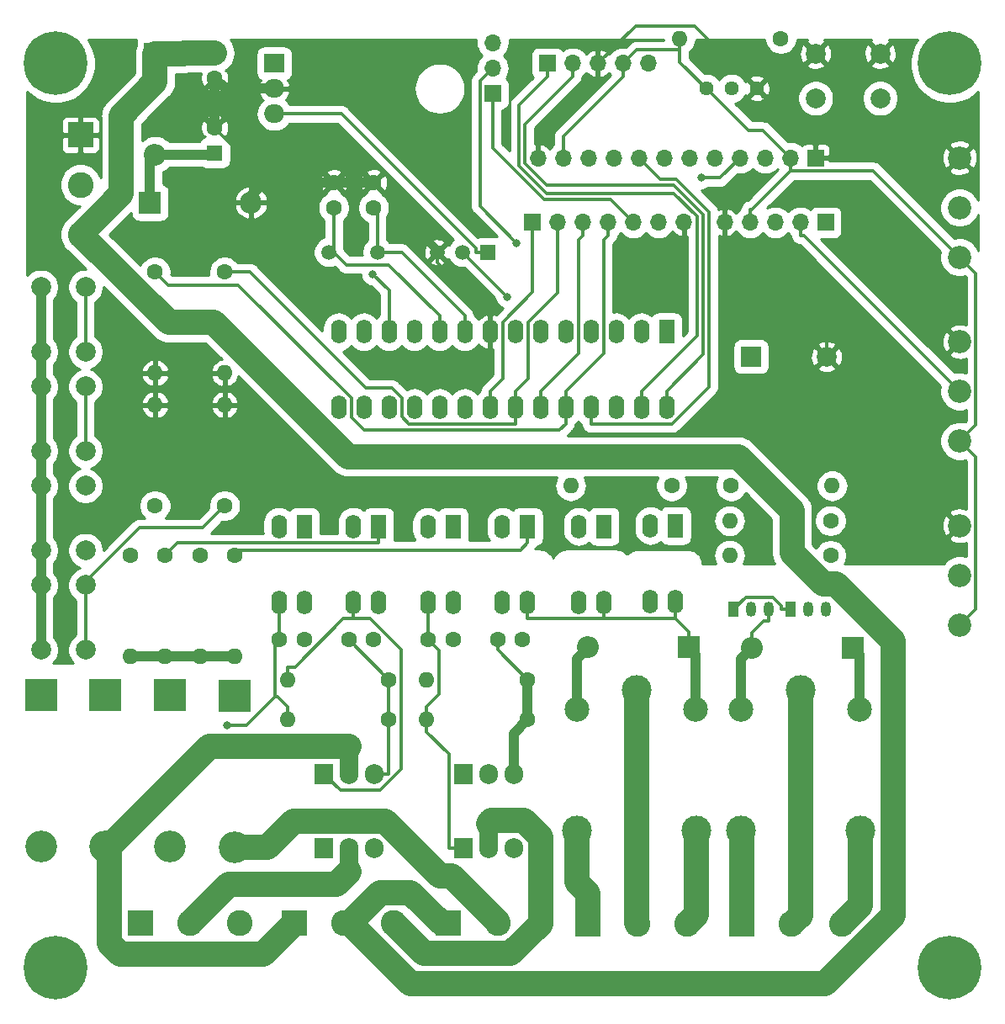
<source format=gbr>
G04 #@! TF.GenerationSoftware,KiCad,Pcbnew,(5.1.4)-1*
G04 #@! TF.CreationDate,2021-08-27T17:13:54-03:00*
G04 #@! TF.ProjectId,INYECTORES,494e5945-4354-44f5-9245-532e6b696361,rev?*
G04 #@! TF.SameCoordinates,Original*
G04 #@! TF.FileFunction,Copper,L2,Bot*
G04 #@! TF.FilePolarity,Positive*
%FSLAX46Y46*%
G04 Gerber Fmt 4.6, Leading zero omitted, Abs format (unit mm)*
G04 Created by KiCad (PCBNEW (5.1.4)-1) date 2021-08-27 17:13:54*
%MOMM*%
%LPD*%
G04 APERTURE LIST*
%ADD10C,2.000000*%
%ADD11C,3.000000*%
%ADD12C,2.500000*%
%ADD13C,1.600000*%
%ADD14O,1.700000X1.700000*%
%ADD15R,1.700000X1.700000*%
%ADD16C,6.400000*%
%ADD17R,1.050000X1.500000*%
%ADD18O,1.050000X1.500000*%
%ADD19O,1.905000X2.000000*%
%ADD20R,1.905000X2.000000*%
%ADD21O,1.600000X2.400000*%
%ADD22R,1.600000X2.400000*%
%ADD23O,1.600000X1.600000*%
%ADD24C,2.600000*%
%ADD25R,2.600000X2.600000*%
%ADD26O,2.200000X2.200000*%
%ADD27R,2.200000X2.200000*%
%ADD28C,1.500000*%
%ADD29R,1.500000X1.500000*%
%ADD30O,2.000000X1.905000*%
%ADD31R,2.000000X1.905000*%
%ADD32C,2.340000*%
%ADD33C,1.440000*%
%ADD34O,3.200000X3.200000*%
%ADD35R,3.200000X3.200000*%
%ADD36R,1.600000X1.600000*%
%ADD37R,2.000000X2.000000*%
%ADD38C,0.800000*%
%ADD39C,0.300000*%
%ADD40C,1.000000*%
%ADD41C,1.599800*%
%ADD42C,2.500000*%
%ADD43C,1.904800*%
%ADD44C,0.254000*%
G04 APERTURE END LIST*
D10*
X108000000Y-103500000D03*
X103500000Y-103500000D03*
X108000000Y-97000000D03*
X103500000Y-97000000D03*
D11*
X180000000Y-117500000D03*
D12*
X185950000Y-119450000D03*
D11*
X186000000Y-131700000D03*
X173950000Y-131650000D03*
D12*
X173950000Y-119450000D03*
D13*
X149500000Y-112500000D03*
X152000000Y-112500000D03*
X134500000Y-112500000D03*
X137000000Y-112500000D03*
X130000000Y-112500000D03*
X127500000Y-112500000D03*
X145000000Y-112500000D03*
X142500000Y-112500000D03*
D14*
X168240000Y-70500000D03*
X165700000Y-70500000D03*
X163160000Y-70500000D03*
X160620000Y-70500000D03*
X158080000Y-70500000D03*
X155540000Y-70500000D03*
D15*
X153000000Y-70500000D03*
D14*
X172340000Y-70500000D03*
X174880000Y-70500000D03*
X177420000Y-70500000D03*
X179960000Y-70500000D03*
D15*
X182500000Y-70500000D03*
D16*
X195000000Y-145500000D03*
X105000000Y-145500000D03*
X195000000Y-54500000D03*
X105000000Y-54500000D03*
D17*
X179000000Y-109400000D03*
D18*
X182500000Y-109400000D03*
X180750000Y-109400000D03*
D17*
X173250000Y-109405000D03*
D18*
X176750000Y-109405000D03*
X175000000Y-109405000D03*
D19*
X151080000Y-126000000D03*
X148540000Y-126000000D03*
D20*
X146000000Y-126000000D03*
D19*
X151080000Y-133500000D03*
X148540000Y-133500000D03*
D20*
X146000000Y-133500000D03*
D19*
X137080000Y-126000000D03*
X134540000Y-126000000D03*
D20*
X132000000Y-126000000D03*
D19*
X137080000Y-133500000D03*
X134540000Y-133500000D03*
D20*
X132000000Y-133500000D03*
D21*
X160195000Y-108700000D03*
X157655000Y-101080000D03*
X157655000Y-108700000D03*
D22*
X160195000Y-101080000D03*
D21*
X167400000Y-108620000D03*
X164860000Y-101000000D03*
X164860000Y-108620000D03*
D22*
X167400000Y-101000000D03*
D23*
X172840000Y-100500000D03*
D13*
X183000000Y-100500000D03*
D23*
X172840000Y-104000000D03*
D13*
X183000000Y-104000000D03*
D23*
X156840000Y-97000000D03*
D13*
X167000000Y-97000000D03*
D23*
X183160000Y-97000000D03*
D13*
X173000000Y-97000000D03*
D11*
X163500000Y-117500000D03*
D12*
X169450000Y-119450000D03*
D11*
X169500000Y-131700000D03*
X157450000Y-131650000D03*
D12*
X157450000Y-119450000D03*
D24*
X184100000Y-141100000D03*
X179100000Y-141100000D03*
D25*
X174100000Y-141100000D03*
D24*
X123500000Y-141000000D03*
X118500000Y-141000000D03*
D25*
X113500000Y-141000000D03*
D24*
X149500000Y-141000000D03*
D25*
X144500000Y-141000000D03*
D24*
X107500000Y-71700000D03*
X107500000Y-66700000D03*
D25*
X107500000Y-61700000D03*
D24*
X168570000Y-141055000D03*
X163570000Y-141055000D03*
D25*
X158570000Y-141055000D03*
D24*
X139000000Y-141000000D03*
X134000000Y-141000000D03*
D25*
X129000000Y-141000000D03*
D26*
X158590000Y-113250000D03*
D27*
X168750000Y-113250000D03*
D26*
X175090000Y-113300000D03*
D27*
X185250000Y-113300000D03*
D21*
X130000000Y-108720000D03*
X127460000Y-101100000D03*
X127460000Y-108720000D03*
D22*
X130000000Y-101100000D03*
D14*
X149000000Y-52420000D03*
X149000000Y-54960000D03*
D15*
X149000000Y-57500000D03*
D28*
X137400000Y-73500000D03*
X132500000Y-73500000D03*
D29*
X148500000Y-73500000D03*
D28*
X143420000Y-73500000D03*
X145960000Y-73500000D03*
D21*
X152500000Y-108720000D03*
X149960000Y-101100000D03*
X149960000Y-108720000D03*
D22*
X152500000Y-101100000D03*
D21*
X145000000Y-108720000D03*
X142460000Y-101100000D03*
X142460000Y-108720000D03*
D22*
X145000000Y-101100000D03*
D21*
X137500000Y-108720000D03*
X134960000Y-101100000D03*
X134960000Y-108720000D03*
D22*
X137500000Y-101100000D03*
D21*
X166500000Y-89120000D03*
X133480000Y-81500000D03*
X163960000Y-89120000D03*
X136020000Y-81500000D03*
X161420000Y-89120000D03*
X138560000Y-81500000D03*
X158880000Y-89120000D03*
X141100000Y-81500000D03*
X156340000Y-89120000D03*
X143640000Y-81500000D03*
X153800000Y-89120000D03*
X146180000Y-81500000D03*
X151260000Y-89120000D03*
X148720000Y-81500000D03*
X148720000Y-89120000D03*
X151260000Y-81500000D03*
X146180000Y-89120000D03*
X153800000Y-81500000D03*
X143640000Y-89120000D03*
X156340000Y-81500000D03*
X141100000Y-89120000D03*
X158880000Y-81500000D03*
X138560000Y-89120000D03*
X161420000Y-81500000D03*
X136020000Y-89120000D03*
X163960000Y-81500000D03*
X133480000Y-89120000D03*
D22*
X166500000Y-81500000D03*
D30*
X127000000Y-59580000D03*
X127000000Y-57040000D03*
D31*
X127000000Y-54500000D03*
D32*
X196000000Y-111000000D03*
X196000000Y-106000000D03*
X196000000Y-101000000D03*
D10*
X188000000Y-53500000D03*
X188000000Y-58000000D03*
X181500000Y-53500000D03*
X181500000Y-58000000D03*
D23*
X167840000Y-52000000D03*
D13*
X178000000Y-52000000D03*
D23*
X142340000Y-120500000D03*
D13*
X152500000Y-120500000D03*
D23*
X142340000Y-116500000D03*
D13*
X152500000Y-116500000D03*
D23*
X123000000Y-114160000D03*
D13*
X123000000Y-104000000D03*
D23*
X119500000Y-114160000D03*
D13*
X119500000Y-104000000D03*
D23*
X116000000Y-114160000D03*
D13*
X116000000Y-104000000D03*
D23*
X112500000Y-114160000D03*
D13*
X112500000Y-104000000D03*
D23*
X128340000Y-116500000D03*
D13*
X138500000Y-116500000D03*
D23*
X128340000Y-120500000D03*
D13*
X138500000Y-120500000D03*
D32*
X196000000Y-92500000D03*
X196000000Y-87500000D03*
X196000000Y-82500000D03*
D14*
X164660000Y-54500000D03*
X162120000Y-54500000D03*
X159580000Y-54500000D03*
X157040000Y-54500000D03*
D15*
X154500000Y-54500000D03*
D10*
X108000000Y-83500000D03*
X103500000Y-83500000D03*
X108000000Y-77000000D03*
X103500000Y-77000000D03*
D23*
X115000000Y-85660000D03*
D13*
X115000000Y-75500000D03*
D32*
X196000000Y-74000000D03*
X196000000Y-69000000D03*
X196000000Y-64000000D03*
D14*
X153560000Y-64000000D03*
X156100000Y-64000000D03*
X158640000Y-64000000D03*
X161180000Y-64000000D03*
X163720000Y-64000000D03*
X166260000Y-64000000D03*
X168800000Y-64000000D03*
X171340000Y-64000000D03*
X173880000Y-64000000D03*
X176420000Y-64000000D03*
X178960000Y-64000000D03*
D15*
X181500000Y-64000000D03*
D33*
X175580000Y-57000000D03*
X173040000Y-57000000D03*
X170500000Y-57000000D03*
D10*
X108000000Y-93500000D03*
X103500000Y-93500000D03*
X108000000Y-87000000D03*
X103500000Y-87000000D03*
D23*
X122000000Y-85660000D03*
D13*
X122000000Y-75500000D03*
D23*
X115000000Y-88840000D03*
D13*
X115000000Y-99000000D03*
D10*
X108000000Y-113500000D03*
X103500000Y-113500000D03*
X108000000Y-107000000D03*
X103500000Y-107000000D03*
D23*
X122000000Y-88840000D03*
D13*
X122000000Y-99000000D03*
D34*
X123000000Y-133340000D03*
D35*
X123000000Y-118100000D03*
D34*
X116500000Y-133330000D03*
D35*
X116500000Y-118090000D03*
D34*
X110000000Y-133330000D03*
D35*
X110000000Y-118090000D03*
D34*
X103500000Y-133330000D03*
D35*
X103500000Y-118090000D03*
D26*
X124660000Y-68500000D03*
D27*
X114500000Y-68500000D03*
D26*
X115000000Y-63660000D03*
D27*
X115000000Y-53500000D03*
D13*
X137000000Y-69000000D03*
X137000000Y-66500000D03*
X133000000Y-69000000D03*
X133000000Y-66500000D03*
X121000000Y-61000000D03*
D36*
X121000000Y-63500000D03*
D13*
X121000000Y-56000000D03*
D36*
X121000000Y-53500000D03*
D10*
X182600000Y-84000000D03*
D37*
X175000000Y-84000000D03*
D38*
X151400000Y-72548200D03*
X136915300Y-75682400D03*
X169961600Y-66005600D03*
X150423700Y-77963700D03*
X122231200Y-121079900D03*
D39*
X148720000Y-81500000D02*
X148720000Y-79849700D01*
X143420000Y-73500000D02*
X143420000Y-74549700D01*
X143420000Y-74549700D02*
X148720000Y-79849700D01*
X137000000Y-66500000D02*
X143420000Y-72920000D01*
X143420000Y-72920000D02*
X143420000Y-73500000D01*
X177226400Y-57773600D02*
X176353600Y-57773600D01*
X176353600Y-57773600D02*
X175580000Y-57000000D01*
X181500000Y-53500000D02*
X177226400Y-57773600D01*
X181500000Y-62699700D02*
X177226400Y-58426100D01*
X177226400Y-58426100D02*
X177226400Y-57773600D01*
X181500000Y-64000000D02*
X181500000Y-62699700D01*
X124660000Y-66500000D02*
X124660000Y-68500000D01*
X121000000Y-61000000D02*
X124660000Y-64660000D01*
X124660000Y-64660000D02*
X124660000Y-66500000D01*
X172340000Y-70500000D02*
X172340000Y-71800300D01*
X182600000Y-84000000D02*
X182600000Y-82060300D01*
X182600000Y-82060300D02*
X172340000Y-71800300D01*
X122000000Y-88840000D02*
X116250300Y-88840000D01*
X115000000Y-88840000D02*
X116250300Y-88840000D01*
X122000000Y-88840000D02*
X122000000Y-85660000D01*
X179000000Y-109400000D02*
X178024700Y-109400000D01*
X178024700Y-109400000D02*
X178024700Y-109034300D01*
X178024700Y-109034300D02*
X177184500Y-108194100D01*
X177184500Y-108194100D02*
X174460900Y-108194100D01*
X174460900Y-108194100D02*
X173250000Y-109405000D01*
X175580000Y-57000000D02*
X169297200Y-50717200D01*
X169297200Y-50717200D02*
X163362800Y-50717200D01*
X163362800Y-50717200D02*
X159580000Y-54500000D01*
X152500000Y-116500000D02*
X149500000Y-113500000D01*
X149500000Y-113500000D02*
X149500000Y-112500000D01*
X138500000Y-116500000D02*
X134500000Y-112500000D01*
X138500000Y-116500000D02*
X138500000Y-120500000D01*
X138500000Y-120500000D02*
X138500000Y-125982800D01*
X138500000Y-125982800D02*
X138482800Y-126000000D01*
X137080000Y-126000000D02*
X138482800Y-126000000D01*
X153560000Y-64000000D02*
X153560000Y-61820300D01*
X153560000Y-61820300D02*
X159580000Y-55800300D01*
X159580000Y-54500000D02*
X159580000Y-55800300D01*
D40*
X151080000Y-121920000D02*
X152500000Y-120500000D01*
X151080000Y-126000000D02*
X151080000Y-121920000D01*
X152500000Y-120500000D02*
X152500000Y-116500000D01*
X121000000Y-61000000D02*
X121000000Y-56000000D01*
X122040000Y-57040000D02*
X127000000Y-57040000D01*
X121000000Y-56000000D02*
X122040000Y-57040000D01*
X133000000Y-66500000D02*
X137000000Y-66500000D01*
X126000000Y-66500000D02*
X133000000Y-66500000D01*
X124660000Y-68500000D02*
X124660000Y-67840000D01*
X124660000Y-67840000D02*
X126000000Y-66500000D01*
D41*
X121000000Y-53443700D02*
X121000000Y-53500000D01*
D42*
X121000000Y-53443700D02*
X117906600Y-53443700D01*
X117906600Y-53443700D02*
X117850300Y-53500000D01*
X115000000Y-53500000D02*
X117850300Y-53500000D01*
X134619100Y-141013500D02*
X140707800Y-147102300D01*
X140707800Y-147102300D02*
X182420200Y-147102300D01*
X182420200Y-147102300D02*
X189289900Y-140232600D01*
X189289900Y-140232600D02*
X189289900Y-112632700D01*
X189289900Y-112632700D02*
X183556800Y-106899600D01*
X183556800Y-106899600D02*
X182255100Y-106899600D01*
X182255100Y-106899600D02*
X179124500Y-103769000D01*
X179124500Y-103769000D02*
X179124500Y-99473300D01*
X179124500Y-99473300D02*
X173712200Y-94061000D01*
X173712200Y-94061000D02*
X134405100Y-94061000D01*
X134405100Y-94061000D02*
X120924100Y-80580000D01*
X120924100Y-80580000D02*
X116380000Y-80580000D01*
X116380000Y-80580000D02*
X107500000Y-71700000D01*
X134000000Y-141000000D02*
X134605500Y-141000000D01*
X134605500Y-141000000D02*
X134619100Y-141013500D01*
X134619100Y-141013500D02*
X137696600Y-137936000D01*
X137696600Y-137936000D02*
X140735600Y-137936000D01*
X140735600Y-137936000D02*
X143799600Y-141000000D01*
X143799600Y-141000000D02*
X144500000Y-141000000D01*
X115000000Y-53500000D02*
X115000000Y-56350300D01*
X115000000Y-56350300D02*
X111588500Y-59761800D01*
X111588500Y-59761800D02*
X111588500Y-67611500D01*
X111588500Y-67611500D02*
X107500000Y-71700000D01*
D39*
X148500000Y-73500000D02*
X147299700Y-73500000D01*
X147299700Y-73500000D02*
X147299700Y-73124900D01*
X147299700Y-73124900D02*
X133754800Y-59580000D01*
X133754800Y-59580000D02*
X127000000Y-59580000D01*
X178960000Y-65300300D02*
X175060600Y-69199700D01*
X175060600Y-69199700D02*
X174880000Y-69199700D01*
X196000000Y-74000000D02*
X187300300Y-65300300D01*
X187300300Y-65300300D02*
X178960000Y-65300300D01*
X174880000Y-70500000D02*
X174880000Y-69199700D01*
X178960000Y-64000000D02*
X178960000Y-65300300D01*
X196000000Y-92500000D02*
X197645000Y-90855000D01*
X197645000Y-90855000D02*
X197645000Y-75645000D01*
X197645000Y-75645000D02*
X196000000Y-74000000D01*
X167840000Y-53147400D02*
X167840000Y-52000000D01*
X170500000Y-57000000D02*
X167840000Y-54340000D01*
X167840000Y-54340000D02*
X167840000Y-53147400D01*
X167840000Y-53147400D02*
X163472600Y-53147400D01*
X163472600Y-53147400D02*
X162120000Y-54500000D01*
X167360300Y-110310000D02*
X167320000Y-110350300D01*
X167320000Y-110350300D02*
X160195000Y-110350300D01*
X167400000Y-110120200D02*
X167400000Y-110270300D01*
X167400000Y-110270300D02*
X167360300Y-110310000D01*
X167360300Y-110310000D02*
X168750000Y-111699700D01*
X160195000Y-108700000D02*
X160195000Y-110350300D01*
X152500000Y-108720000D02*
X152500000Y-110370300D01*
X152500000Y-110370300D02*
X160175000Y-110370300D01*
X160175000Y-110370300D02*
X160195000Y-110350300D01*
X168750000Y-113250000D02*
X168750000Y-111699700D01*
X167400000Y-108620000D02*
X167400000Y-110120200D01*
X196000000Y-111000000D02*
X197620400Y-109379600D01*
X197620400Y-109379600D02*
X197620400Y-94120400D01*
X197620400Y-94120400D02*
X196000000Y-92500000D01*
X170500000Y-57000000D02*
X174727700Y-61227700D01*
X174727700Y-61227700D02*
X176187700Y-61227700D01*
X176187700Y-61227700D02*
X178960000Y-64000000D01*
X162120000Y-54500000D02*
X162120000Y-55800300D01*
X156100000Y-64000000D02*
X156100000Y-61820300D01*
X156100000Y-61820300D02*
X162120000Y-55800300D01*
D40*
X169450000Y-113950000D02*
X168750000Y-113250000D01*
X169450000Y-119450000D02*
X169450000Y-113950000D01*
X185950000Y-114000000D02*
X185250000Y-113300000D01*
X185950000Y-119450000D02*
X185950000Y-114000000D01*
X103500000Y-113500000D02*
X103500000Y-107000000D01*
X103500000Y-107000000D02*
X103500000Y-103500000D01*
X103500000Y-103500000D02*
X103500000Y-97000000D01*
X103500000Y-97000000D02*
X103500000Y-93500000D01*
X103500000Y-93500000D02*
X103500000Y-87000000D01*
X103500000Y-87000000D02*
X103500000Y-83500000D01*
X103500000Y-83500000D02*
X103500000Y-77000000D01*
X114500000Y-64160000D02*
X115000000Y-63660000D01*
X114500000Y-68500000D02*
X114500000Y-64160000D01*
X120840000Y-63660000D02*
X121000000Y-63500000D01*
X115000000Y-63660000D02*
X120840000Y-63660000D01*
D39*
X143640000Y-79849700D02*
X138534800Y-74744500D01*
X138534800Y-74744500D02*
X134244500Y-74744500D01*
X134244500Y-74744500D02*
X133000000Y-73500000D01*
X133000000Y-73500000D02*
X132500000Y-73500000D01*
X133000000Y-69000000D02*
X133000000Y-73500000D01*
X143640000Y-81500000D02*
X143640000Y-79849700D01*
X146180000Y-79849700D02*
X139830300Y-73500000D01*
X139830300Y-73500000D02*
X137400000Y-73500000D01*
X146180000Y-81500000D02*
X146180000Y-79849700D01*
X137000000Y-69000000D02*
X137400000Y-69400000D01*
X137400000Y-69400000D02*
X137400000Y-73500000D01*
X108000000Y-107000000D02*
X108000000Y-106655900D01*
X108000000Y-106655900D02*
X113434200Y-101221700D01*
X113434200Y-101221700D02*
X119778300Y-101221700D01*
X119778300Y-101221700D02*
X122000000Y-99000000D01*
X108000000Y-113500000D02*
X108000000Y-107000000D01*
X158080000Y-70500000D02*
X158080000Y-71800300D01*
X153800000Y-89120000D02*
X153800000Y-87469700D01*
X153800000Y-87469700D02*
X157609900Y-83659800D01*
X157609900Y-83659800D02*
X157609900Y-72270400D01*
X157609900Y-72270400D02*
X158080000Y-71800300D01*
X148720000Y-87469700D02*
X149990000Y-86199700D01*
X149990000Y-86199700D02*
X149990000Y-80531600D01*
X149990000Y-80531600D02*
X153000000Y-77521600D01*
X153000000Y-77521600D02*
X153000000Y-71800300D01*
X153000000Y-70500000D02*
X153000000Y-71800300D01*
X148720000Y-89120000D02*
X148720000Y-87469700D01*
X151260000Y-89120000D02*
X151260000Y-90770300D01*
X122000000Y-75500000D02*
X124568400Y-75500000D01*
X124568400Y-75500000D02*
X136239200Y-87170800D01*
X136239200Y-87170800D02*
X138831500Y-87170800D01*
X138831500Y-87170800D02*
X139830000Y-88169300D01*
X139830000Y-88169300D02*
X139830000Y-90038900D01*
X139830000Y-90038900D02*
X140561400Y-90770300D01*
X140561400Y-90770300D02*
X151260000Y-90770300D01*
X151260000Y-89120000D02*
X151260000Y-87469700D01*
X151260000Y-87469700D02*
X152530000Y-86199700D01*
X152530000Y-86199700D02*
X152530000Y-80551400D01*
X152530000Y-80551400D02*
X155540000Y-77541400D01*
X155540000Y-77541400D02*
X155540000Y-70500000D01*
X108000000Y-87000000D02*
X108000000Y-93500000D01*
X151400000Y-72548200D02*
X147699600Y-68847800D01*
X147699600Y-68847800D02*
X147699600Y-56260400D01*
X147699600Y-56260400D02*
X149000000Y-54960000D01*
X138560000Y-81500000D02*
X138560000Y-77327100D01*
X138560000Y-77327100D02*
X136915300Y-75682400D01*
X173880000Y-64000000D02*
X171874400Y-66005600D01*
X171874400Y-66005600D02*
X169961600Y-66005600D01*
X156340000Y-89120000D02*
X156340000Y-90770300D01*
X115000000Y-75500000D02*
X116318600Y-76818600D01*
X116318600Y-76818600D02*
X123372400Y-76818600D01*
X123372400Y-76818600D02*
X134750000Y-88196200D01*
X134750000Y-88196200D02*
X134750000Y-90073500D01*
X134750000Y-90073500D02*
X136055500Y-91379000D01*
X136055500Y-91379000D02*
X155731300Y-91379000D01*
X155731300Y-91379000D02*
X156340000Y-90770300D01*
X160620000Y-70500000D02*
X160620000Y-71800300D01*
X156340000Y-89120000D02*
X156340000Y-87469700D01*
X156340000Y-87469700D02*
X160150000Y-83659700D01*
X160150000Y-83659700D02*
X160150000Y-72270300D01*
X160150000Y-72270300D02*
X160620000Y-71800300D01*
X108000000Y-77000000D02*
X108000000Y-83500000D01*
X166500000Y-89120000D02*
X166500000Y-87469700D01*
X157040000Y-54500000D02*
X157040000Y-55800300D01*
X157040000Y-55800300D02*
X152233700Y-60606600D01*
X152233700Y-60606600D02*
X152233700Y-64537000D01*
X152233700Y-64537000D02*
X154436800Y-66740100D01*
X154436800Y-66740100D02*
X167249100Y-66740100D01*
X167249100Y-66740100D02*
X170174100Y-69665100D01*
X170174100Y-69665100D02*
X170174100Y-83795600D01*
X170174100Y-83795600D02*
X166500000Y-87469700D01*
X154500000Y-55800300D02*
X151633300Y-58667000D01*
X151633300Y-58667000D02*
X151633300Y-64785700D01*
X151633300Y-64785700D02*
X154433200Y-67585600D01*
X154433200Y-67585600D02*
X167232700Y-67585600D01*
X167232700Y-67585600D02*
X169543200Y-69896100D01*
X169543200Y-69896100D02*
X169543200Y-81886500D01*
X169543200Y-81886500D02*
X163960000Y-87469700D01*
X163960000Y-89120000D02*
X163960000Y-87469700D01*
X154500000Y-54500000D02*
X154500000Y-55800300D01*
X179960000Y-70500000D02*
X179960000Y-71800300D01*
X196000000Y-87500000D02*
X180300300Y-71800300D01*
X180300300Y-71800300D02*
X179960000Y-71800300D01*
X149000000Y-57500000D02*
X149000000Y-63001300D01*
X149000000Y-63001300D02*
X154184700Y-68186000D01*
X154184700Y-68186000D02*
X160846000Y-68186000D01*
X160846000Y-68186000D02*
X163160000Y-70500000D01*
D40*
X112500000Y-114160000D02*
X116000000Y-114160000D01*
X116000000Y-114160000D02*
X119500000Y-114160000D01*
X119500000Y-114160000D02*
X123000000Y-114160000D01*
D39*
X137500000Y-101100000D02*
X137500000Y-102750300D01*
X116000000Y-104000000D02*
X117250400Y-102749600D01*
X117250400Y-102749600D02*
X124249600Y-102749600D01*
X124249600Y-102749600D02*
X124250300Y-102750300D01*
X124250300Y-102750300D02*
X137500000Y-102750300D01*
X152500000Y-101100000D02*
X152500000Y-102750300D01*
X123000000Y-104000000D02*
X123537700Y-103462300D01*
X123537700Y-103462300D02*
X151788000Y-103462300D01*
X151788000Y-103462300D02*
X152500000Y-102750300D01*
X150423700Y-77963700D02*
X145960000Y-73500000D01*
D42*
X134540000Y-135840200D02*
X133260800Y-137119400D01*
X133260800Y-137119400D02*
X122380600Y-137119400D01*
X122380600Y-137119400D02*
X118500000Y-141000000D01*
D43*
X134540000Y-135840200D02*
X134540000Y-133500000D01*
D42*
X110429000Y-133330000D02*
X120509500Y-123249500D01*
X120509500Y-123249500D02*
X134540000Y-123249500D01*
X110000000Y-133330000D02*
X110429000Y-133330000D01*
X110429000Y-133330000D02*
X110429000Y-143018400D01*
X110429000Y-143018400D02*
X111515100Y-144104500D01*
X111515100Y-144104500D02*
X125895500Y-144104500D01*
X125895500Y-144104500D02*
X129000000Y-141000000D01*
D43*
X134540000Y-123249500D02*
X134540000Y-126000000D01*
X148540000Y-131020000D02*
X148540000Y-133500000D01*
D42*
X139000000Y-141000000D02*
X142075300Y-144075300D01*
X142075300Y-144075300D02*
X150801500Y-144075300D01*
X150801500Y-144075300D02*
X153824700Y-141052100D01*
X153824700Y-141052100D02*
X153824700Y-132367800D01*
X153824700Y-132367800D02*
X152157300Y-130700400D01*
X152157300Y-130700400D02*
X148859600Y-130700400D01*
X148859600Y-130700400D02*
X148540000Y-131020000D01*
X126350300Y-133340000D02*
X128940700Y-130749600D01*
X128940700Y-130749600D02*
X138203100Y-130749600D01*
X138203100Y-130749600D02*
X143703900Y-136250400D01*
X143703900Y-136250400D02*
X144837900Y-136250400D01*
X144837900Y-136250400D02*
X149500000Y-140912500D01*
X149500000Y-140912500D02*
X149500000Y-141000000D01*
X123000000Y-133340000D02*
X126350300Y-133340000D01*
D39*
X176750000Y-109405000D02*
X176750000Y-110605300D01*
X175090000Y-113300000D02*
X175090000Y-111749700D01*
X175090000Y-111749700D02*
X176234400Y-110605300D01*
X176234400Y-110605300D02*
X176750000Y-110605300D01*
D40*
X173950000Y-114440000D02*
X175090000Y-113300000D01*
X173950000Y-119450000D02*
X173950000Y-114440000D01*
X157450000Y-114390000D02*
X158590000Y-113250000D01*
X157450000Y-119450000D02*
X157450000Y-114390000D01*
D42*
X168570000Y-141055000D02*
X169500000Y-140125000D01*
X169500000Y-140125000D02*
X169500000Y-131700000D01*
X163500000Y-140985000D02*
X163570000Y-141055000D01*
X163500000Y-117500000D02*
X163500000Y-140985000D01*
X157450000Y-131650000D02*
X157450000Y-136884700D01*
X158570000Y-138004700D02*
X158570000Y-141055000D01*
X157450000Y-136884700D02*
X158570000Y-138004700D01*
X184100000Y-141100000D02*
X186000000Y-139200000D01*
X186000000Y-139200000D02*
X186000000Y-131700000D01*
X179100000Y-141100000D02*
X180000000Y-140200000D01*
X180000000Y-140200000D02*
X180000000Y-117500000D01*
X174100000Y-141100000D02*
X174100000Y-131800000D01*
X174100000Y-131800000D02*
X173950000Y-131650000D01*
D39*
X158880000Y-90770300D02*
X167061900Y-90770300D01*
X167061900Y-90770300D02*
X170774500Y-87057700D01*
X170774500Y-87057700D02*
X170774500Y-69416400D01*
X170774500Y-69416400D02*
X167497800Y-66139700D01*
X167497800Y-66139700D02*
X165859700Y-66139700D01*
X165859700Y-66139700D02*
X163720000Y-64000000D01*
X158880000Y-89120000D02*
X158880000Y-90770300D01*
X127078200Y-118209500D02*
X124207900Y-121079800D01*
X124207900Y-121079800D02*
X122231200Y-121079800D01*
X122231200Y-121079800D02*
X122231200Y-121079900D01*
X127500000Y-112500000D02*
X127078200Y-112921800D01*
X127078200Y-112921800D02*
X127078200Y-118209500D01*
X127078200Y-118209500D02*
X127299800Y-118209500D01*
X127299800Y-118209500D02*
X128340000Y-119249700D01*
X128340000Y-120500000D02*
X128340000Y-119249700D01*
X127460000Y-108720000D02*
X127460000Y-112460000D01*
X127460000Y-112460000D02*
X127500000Y-112500000D01*
X132000000Y-126000000D02*
X133655900Y-127655900D01*
X133655900Y-127655900D02*
X137676000Y-127655900D01*
X137676000Y-127655900D02*
X139795900Y-125536000D01*
X139795900Y-125536000D02*
X139795900Y-113501300D01*
X139795900Y-113501300D02*
X136664900Y-110370300D01*
X136664900Y-110370300D02*
X134960000Y-110370300D01*
X134960000Y-108720000D02*
X134960000Y-110370300D01*
X128340000Y-116500000D02*
X128340000Y-115249700D01*
X128340000Y-115249700D02*
X129082800Y-115249700D01*
X129082800Y-115249700D02*
X133962200Y-110370300D01*
X133962200Y-110370300D02*
X134960000Y-110370300D01*
X142340000Y-120500000D02*
X142340000Y-121750300D01*
X146000000Y-133500000D02*
X144597200Y-133500000D01*
X144597200Y-133500000D02*
X144597200Y-124007500D01*
X144597200Y-124007500D02*
X142340000Y-121750300D01*
X142460000Y-108720000D02*
X142460000Y-112460000D01*
X142460000Y-112460000D02*
X142500000Y-112500000D01*
X142340000Y-120500000D02*
X142340000Y-119249700D01*
X142340000Y-119249700D02*
X143593400Y-117996300D01*
X143593400Y-117996300D02*
X143593400Y-113593400D01*
X143593400Y-113593400D02*
X142500000Y-112500000D01*
D44*
G36*
X113084966Y-52237880D02*
G01*
X113068999Y-52400000D01*
X113068999Y-52710614D01*
X112953053Y-53092837D01*
X112912951Y-53500000D01*
X112923000Y-53602030D01*
X112923001Y-55489978D01*
X110191991Y-58220988D01*
X110112733Y-58286033D01*
X109853182Y-58602298D01*
X109660318Y-58963122D01*
X109541553Y-59354638D01*
X109519948Y-59573997D01*
X109501451Y-59761800D01*
X109511500Y-59863827D01*
X109511501Y-65998073D01*
X109384923Y-65692488D01*
X109152149Y-65344116D01*
X108855884Y-65047851D01*
X108507512Y-64815077D01*
X108120423Y-64654739D01*
X107709491Y-64573000D01*
X107290509Y-64573000D01*
X106879577Y-64654739D01*
X106492488Y-64815077D01*
X106144116Y-65047851D01*
X105847851Y-65344116D01*
X105615077Y-65692488D01*
X105454739Y-66079577D01*
X105373000Y-66490509D01*
X105373000Y-66909491D01*
X105454739Y-67320423D01*
X105615077Y-67707512D01*
X105847851Y-68055884D01*
X106144116Y-68352149D01*
X106492488Y-68584923D01*
X106879577Y-68745261D01*
X107290509Y-68827000D01*
X107435679Y-68827000D01*
X106357217Y-69905462D01*
X106144116Y-70047851D01*
X105847851Y-70344116D01*
X105615077Y-70692488D01*
X105454739Y-71079577D01*
X105373000Y-71490509D01*
X105373000Y-71909491D01*
X105454739Y-72320423D01*
X105615077Y-72707512D01*
X105847851Y-73055884D01*
X106144116Y-73352149D01*
X106357217Y-73494538D01*
X108035679Y-75173000D01*
X107820056Y-75173000D01*
X107467084Y-75243211D01*
X107134591Y-75380934D01*
X106835355Y-75580876D01*
X106580876Y-75835355D01*
X106380934Y-76134591D01*
X106243211Y-76467084D01*
X106173000Y-76820056D01*
X106173000Y-77179944D01*
X106243211Y-77532916D01*
X106380934Y-77865409D01*
X106580876Y-78164645D01*
X106835355Y-78419124D01*
X107023000Y-78544504D01*
X107023001Y-81955496D01*
X106835355Y-82080876D01*
X106580876Y-82335355D01*
X106380934Y-82634591D01*
X106243211Y-82967084D01*
X106173000Y-83320056D01*
X106173000Y-83679944D01*
X106243211Y-84032916D01*
X106380934Y-84365409D01*
X106580876Y-84664645D01*
X106835355Y-84919124D01*
X107134591Y-85119066D01*
X107450694Y-85250000D01*
X107134591Y-85380934D01*
X106835355Y-85580876D01*
X106580876Y-85835355D01*
X106380934Y-86134591D01*
X106243211Y-86467084D01*
X106173000Y-86820056D01*
X106173000Y-87179944D01*
X106243211Y-87532916D01*
X106380934Y-87865409D01*
X106580876Y-88164645D01*
X106835355Y-88419124D01*
X107023000Y-88544504D01*
X107023001Y-91955496D01*
X106835355Y-92080876D01*
X106580876Y-92335355D01*
X106380934Y-92634591D01*
X106243211Y-92967084D01*
X106173000Y-93320056D01*
X106173000Y-93679944D01*
X106243211Y-94032916D01*
X106380934Y-94365409D01*
X106580876Y-94664645D01*
X106835355Y-94919124D01*
X107134591Y-95119066D01*
X107450694Y-95250000D01*
X107134591Y-95380934D01*
X106835355Y-95580876D01*
X106580876Y-95835355D01*
X106380934Y-96134591D01*
X106243211Y-96467084D01*
X106173000Y-96820056D01*
X106173000Y-97179944D01*
X106243211Y-97532916D01*
X106380934Y-97865409D01*
X106580876Y-98164645D01*
X106835355Y-98419124D01*
X107134591Y-98619066D01*
X107467084Y-98756789D01*
X107820056Y-98827000D01*
X108179944Y-98827000D01*
X108532916Y-98756789D01*
X108865409Y-98619066D01*
X109164645Y-98419124D01*
X109419124Y-98164645D01*
X109619066Y-97865409D01*
X109756789Y-97532916D01*
X109827000Y-97179944D01*
X109827000Y-96820056D01*
X109756789Y-96467084D01*
X109619066Y-96134591D01*
X109419124Y-95835355D01*
X109164645Y-95580876D01*
X108865409Y-95380934D01*
X108549306Y-95250000D01*
X108865409Y-95119066D01*
X109164645Y-94919124D01*
X109419124Y-94664645D01*
X109619066Y-94365409D01*
X109756789Y-94032916D01*
X109827000Y-93679944D01*
X109827000Y-93320056D01*
X109756789Y-92967084D01*
X109619066Y-92634591D01*
X109419124Y-92335355D01*
X109164645Y-92080876D01*
X108977000Y-91955496D01*
X108977000Y-89189040D01*
X113608091Y-89189040D01*
X113702930Y-89453881D01*
X113847615Y-89695131D01*
X114036586Y-89903519D01*
X114262580Y-90071037D01*
X114516913Y-90191246D01*
X114650961Y-90231904D01*
X114873000Y-90109915D01*
X114873000Y-88967000D01*
X115127000Y-88967000D01*
X115127000Y-90109915D01*
X115349039Y-90231904D01*
X115483087Y-90191246D01*
X115737420Y-90071037D01*
X115963414Y-89903519D01*
X116152385Y-89695131D01*
X116297070Y-89453881D01*
X116391909Y-89189040D01*
X120608091Y-89189040D01*
X120702930Y-89453881D01*
X120847615Y-89695131D01*
X121036586Y-89903519D01*
X121262580Y-90071037D01*
X121516913Y-90191246D01*
X121650961Y-90231904D01*
X121873000Y-90109915D01*
X121873000Y-88967000D01*
X122127000Y-88967000D01*
X122127000Y-90109915D01*
X122349039Y-90231904D01*
X122483087Y-90191246D01*
X122737420Y-90071037D01*
X122963414Y-89903519D01*
X123152385Y-89695131D01*
X123297070Y-89453881D01*
X123391909Y-89189040D01*
X123270624Y-88967000D01*
X122127000Y-88967000D01*
X121873000Y-88967000D01*
X120729376Y-88967000D01*
X120608091Y-89189040D01*
X116391909Y-89189040D01*
X116270624Y-88967000D01*
X115127000Y-88967000D01*
X114873000Y-88967000D01*
X113729376Y-88967000D01*
X113608091Y-89189040D01*
X108977000Y-89189040D01*
X108977000Y-88544504D01*
X109057134Y-88490960D01*
X113608091Y-88490960D01*
X113729376Y-88713000D01*
X114873000Y-88713000D01*
X114873000Y-87570085D01*
X115127000Y-87570085D01*
X115127000Y-88713000D01*
X116270624Y-88713000D01*
X116391909Y-88490960D01*
X120608091Y-88490960D01*
X120729376Y-88713000D01*
X121873000Y-88713000D01*
X121873000Y-87570085D01*
X122127000Y-87570085D01*
X122127000Y-88713000D01*
X123270624Y-88713000D01*
X123391909Y-88490960D01*
X123297070Y-88226119D01*
X123152385Y-87984869D01*
X122963414Y-87776481D01*
X122737420Y-87608963D01*
X122483087Y-87488754D01*
X122349039Y-87448096D01*
X122127000Y-87570085D01*
X121873000Y-87570085D01*
X121650961Y-87448096D01*
X121516913Y-87488754D01*
X121262580Y-87608963D01*
X121036586Y-87776481D01*
X120847615Y-87984869D01*
X120702930Y-88226119D01*
X120608091Y-88490960D01*
X116391909Y-88490960D01*
X116297070Y-88226119D01*
X116152385Y-87984869D01*
X115963414Y-87776481D01*
X115737420Y-87608963D01*
X115483087Y-87488754D01*
X115349039Y-87448096D01*
X115127000Y-87570085D01*
X114873000Y-87570085D01*
X114650961Y-87448096D01*
X114516913Y-87488754D01*
X114262580Y-87608963D01*
X114036586Y-87776481D01*
X113847615Y-87984869D01*
X113702930Y-88226119D01*
X113608091Y-88490960D01*
X109057134Y-88490960D01*
X109164645Y-88419124D01*
X109419124Y-88164645D01*
X109619066Y-87865409D01*
X109756789Y-87532916D01*
X109827000Y-87179944D01*
X109827000Y-86820056D01*
X109756789Y-86467084D01*
X109619066Y-86134591D01*
X109535176Y-86009040D01*
X113608091Y-86009040D01*
X113702930Y-86273881D01*
X113847615Y-86515131D01*
X114036586Y-86723519D01*
X114262580Y-86891037D01*
X114516913Y-87011246D01*
X114650961Y-87051904D01*
X114873000Y-86929915D01*
X114873000Y-85787000D01*
X115127000Y-85787000D01*
X115127000Y-86929915D01*
X115349039Y-87051904D01*
X115483087Y-87011246D01*
X115737420Y-86891037D01*
X115963414Y-86723519D01*
X116152385Y-86515131D01*
X116297070Y-86273881D01*
X116391909Y-86009040D01*
X120608091Y-86009040D01*
X120702930Y-86273881D01*
X120847615Y-86515131D01*
X121036586Y-86723519D01*
X121262580Y-86891037D01*
X121516913Y-87011246D01*
X121650961Y-87051904D01*
X121873000Y-86929915D01*
X121873000Y-85787000D01*
X120729376Y-85787000D01*
X120608091Y-86009040D01*
X116391909Y-86009040D01*
X116270624Y-85787000D01*
X115127000Y-85787000D01*
X114873000Y-85787000D01*
X113729376Y-85787000D01*
X113608091Y-86009040D01*
X109535176Y-86009040D01*
X109419124Y-85835355D01*
X109164645Y-85580876D01*
X108865409Y-85380934D01*
X108696477Y-85310960D01*
X113608091Y-85310960D01*
X113729376Y-85533000D01*
X114873000Y-85533000D01*
X114873000Y-84390085D01*
X115127000Y-84390085D01*
X115127000Y-85533000D01*
X116270624Y-85533000D01*
X116391909Y-85310960D01*
X116297070Y-85046119D01*
X116152385Y-84804869D01*
X115963414Y-84596481D01*
X115737420Y-84428963D01*
X115483087Y-84308754D01*
X115349039Y-84268096D01*
X115127000Y-84390085D01*
X114873000Y-84390085D01*
X114650961Y-84268096D01*
X114516913Y-84308754D01*
X114262580Y-84428963D01*
X114036586Y-84596481D01*
X113847615Y-84804869D01*
X113702930Y-85046119D01*
X113608091Y-85310960D01*
X108696477Y-85310960D01*
X108549306Y-85250000D01*
X108865409Y-85119066D01*
X109164645Y-84919124D01*
X109419124Y-84664645D01*
X109619066Y-84365409D01*
X109756789Y-84032916D01*
X109827000Y-83679944D01*
X109827000Y-83320056D01*
X109756789Y-82967084D01*
X109619066Y-82634591D01*
X109419124Y-82335355D01*
X109164645Y-82080876D01*
X108977000Y-81955496D01*
X108977000Y-78544504D01*
X109164645Y-78419124D01*
X109419124Y-78164645D01*
X109619066Y-77865409D01*
X109756789Y-77532916D01*
X109827000Y-77179944D01*
X109827000Y-76964321D01*
X114839187Y-81976508D01*
X114904233Y-82055767D01*
X115220498Y-82315318D01*
X115581321Y-82508182D01*
X115972837Y-82626947D01*
X116277971Y-82657000D01*
X116277972Y-82657000D01*
X116379999Y-82667049D01*
X116482026Y-82657000D01*
X120063779Y-82657000D01*
X121704032Y-84297254D01*
X121650961Y-84268096D01*
X121516913Y-84308754D01*
X121262580Y-84428963D01*
X121036586Y-84596481D01*
X120847615Y-84804869D01*
X120702930Y-85046119D01*
X120608091Y-85310960D01*
X120729376Y-85533000D01*
X121873000Y-85533000D01*
X121873000Y-85513000D01*
X122127000Y-85513000D01*
X122127000Y-85533000D01*
X122147000Y-85533000D01*
X122147000Y-85787000D01*
X122127000Y-85787000D01*
X122127000Y-86929915D01*
X122349039Y-87051904D01*
X122483087Y-87011246D01*
X122737420Y-86891037D01*
X122963414Y-86723519D01*
X123152385Y-86515131D01*
X123297070Y-86273881D01*
X123391909Y-86009040D01*
X123363127Y-85956349D01*
X132864292Y-95457514D01*
X132929333Y-95536767D01*
X133245598Y-95796318D01*
X133606421Y-95989182D01*
X133997937Y-96107947D01*
X134303071Y-96138000D01*
X134303072Y-96138000D01*
X134405099Y-96148049D01*
X134507126Y-96138000D01*
X155455914Y-96138000D01*
X155329575Y-96374362D01*
X155236542Y-96681052D01*
X155205128Y-97000000D01*
X155236542Y-97318948D01*
X155329575Y-97625638D01*
X155480654Y-97908286D01*
X155683971Y-98156029D01*
X155931714Y-98359346D01*
X156214362Y-98510425D01*
X156521052Y-98603458D01*
X156760075Y-98627000D01*
X156919925Y-98627000D01*
X157158948Y-98603458D01*
X157465638Y-98510425D01*
X157748286Y-98359346D01*
X157996029Y-98156029D01*
X158199346Y-97908286D01*
X158350425Y-97625638D01*
X158443458Y-97318948D01*
X158474872Y-97000000D01*
X158443458Y-96681052D01*
X158350425Y-96374362D01*
X158224086Y-96138000D01*
X165619195Y-96138000D01*
X165558172Y-96229327D01*
X165435525Y-96525422D01*
X165373000Y-96839755D01*
X165373000Y-97160245D01*
X165435525Y-97474578D01*
X165558172Y-97770673D01*
X165736227Y-98037152D01*
X165962848Y-98263773D01*
X166229327Y-98441828D01*
X166525422Y-98564475D01*
X166839755Y-98627000D01*
X167160245Y-98627000D01*
X167474578Y-98564475D01*
X167770673Y-98441828D01*
X168037152Y-98263773D01*
X168263773Y-98037152D01*
X168441828Y-97770673D01*
X168564475Y-97474578D01*
X168627000Y-97160245D01*
X168627000Y-96839755D01*
X168564475Y-96525422D01*
X168441828Y-96229327D01*
X168380805Y-96138000D01*
X171619195Y-96138000D01*
X171558172Y-96229327D01*
X171435525Y-96525422D01*
X171373000Y-96839755D01*
X171373000Y-97160245D01*
X171435525Y-97474578D01*
X171558172Y-97770673D01*
X171736227Y-98037152D01*
X171962848Y-98263773D01*
X172229327Y-98441828D01*
X172525422Y-98564475D01*
X172839755Y-98627000D01*
X173160245Y-98627000D01*
X173474578Y-98564475D01*
X173770673Y-98441828D01*
X174037152Y-98263773D01*
X174263773Y-98037152D01*
X174441828Y-97770673D01*
X174454341Y-97740463D01*
X177047501Y-100333623D01*
X177047500Y-103666973D01*
X177037451Y-103769000D01*
X177047500Y-103871027D01*
X177047500Y-103871028D01*
X177077553Y-104176162D01*
X177196318Y-104567678D01*
X177359516Y-104873000D01*
X174218207Y-104873000D01*
X174350425Y-104625638D01*
X174443458Y-104318948D01*
X174474872Y-104000000D01*
X174443458Y-103681052D01*
X174350425Y-103374362D01*
X174199346Y-103091714D01*
X173996029Y-102843971D01*
X173748286Y-102640654D01*
X173465638Y-102489575D01*
X173158948Y-102396542D01*
X172919925Y-102373000D01*
X172760075Y-102373000D01*
X172521052Y-102396542D01*
X172214362Y-102489575D01*
X171931714Y-102640654D01*
X171683971Y-102843971D01*
X171480654Y-103091714D01*
X171329575Y-103374362D01*
X171236542Y-103681052D01*
X171205128Y-104000000D01*
X171236542Y-104318948D01*
X171329575Y-104625638D01*
X171461793Y-104873000D01*
X170098131Y-104873000D01*
X170097940Y-104845637D01*
X170098479Y-104768420D01*
X170097318Y-104756581D01*
X170084568Y-104635270D01*
X170069036Y-104559600D01*
X170054568Y-104483764D01*
X170051130Y-104472375D01*
X170015059Y-104355853D01*
X169985126Y-104284648D01*
X169956210Y-104213077D01*
X169950626Y-104202573D01*
X169892610Y-104095274D01*
X169849419Y-104031240D01*
X169807144Y-103966637D01*
X169799625Y-103957418D01*
X169721873Y-103863433D01*
X169667097Y-103809038D01*
X169613053Y-103753850D01*
X169603887Y-103746267D01*
X169509361Y-103669173D01*
X169445029Y-103626430D01*
X169381321Y-103582809D01*
X169370868Y-103577157D01*
X169370862Y-103577153D01*
X169370856Y-103577151D01*
X169263155Y-103519886D01*
X169191758Y-103490458D01*
X169120789Y-103460041D01*
X169109425Y-103456523D01*
X169109424Y-103456523D01*
X169109420Y-103456521D01*
X169109415Y-103456520D01*
X168992652Y-103421267D01*
X168916902Y-103406268D01*
X168841368Y-103390213D01*
X168829537Y-103388969D01*
X168708141Y-103377066D01*
X168708135Y-103377066D01*
X168666852Y-103373000D01*
X163583148Y-103373000D01*
X163541246Y-103377127D01*
X163533133Y-103377127D01*
X163521302Y-103378371D01*
X163468644Y-103384278D01*
X163457979Y-103385328D01*
X163457216Y-103385559D01*
X163400083Y-103391968D01*
X163324598Y-103408013D01*
X163248805Y-103423020D01*
X163237441Y-103426538D01*
X163121171Y-103463420D01*
X163050163Y-103493854D01*
X162978792Y-103523271D01*
X162968342Y-103528921D01*
X162968336Y-103528924D01*
X162968331Y-103528927D01*
X162968328Y-103528929D01*
X162861438Y-103587693D01*
X162797740Y-103631308D01*
X162733408Y-103674050D01*
X162724242Y-103681633D01*
X162630801Y-103760039D01*
X162576775Y-103815208D01*
X162536086Y-103855614D01*
X162521873Y-103838433D01*
X162467097Y-103784038D01*
X162413053Y-103728850D01*
X162403887Y-103721267D01*
X162309361Y-103644173D01*
X162245029Y-103601430D01*
X162181321Y-103557809D01*
X162170868Y-103552157D01*
X162170862Y-103552153D01*
X162170856Y-103552151D01*
X162063155Y-103494886D01*
X161991758Y-103465458D01*
X161920789Y-103435041D01*
X161909425Y-103431523D01*
X161909424Y-103431523D01*
X161909420Y-103431521D01*
X161909415Y-103431520D01*
X161792652Y-103396267D01*
X161716902Y-103381268D01*
X161641368Y-103365213D01*
X161629537Y-103363969D01*
X161508141Y-103352066D01*
X161508135Y-103352066D01*
X161466852Y-103348000D01*
X156383148Y-103348000D01*
X156341246Y-103352127D01*
X156333133Y-103352127D01*
X156321302Y-103353371D01*
X156268644Y-103359278D01*
X156257979Y-103360328D01*
X156257216Y-103360559D01*
X156200083Y-103366968D01*
X156124598Y-103383013D01*
X156048805Y-103398020D01*
X156037441Y-103401538D01*
X155921171Y-103438420D01*
X155850163Y-103468854D01*
X155778792Y-103498271D01*
X155768342Y-103503921D01*
X155768336Y-103503924D01*
X155768331Y-103503927D01*
X155768328Y-103503929D01*
X155661438Y-103562693D01*
X155597740Y-103606308D01*
X155533408Y-103649050D01*
X155524242Y-103656633D01*
X155430801Y-103735039D01*
X155376775Y-103790208D01*
X155321979Y-103844623D01*
X155314460Y-103853842D01*
X155238027Y-103948905D01*
X155195736Y-104013531D01*
X155152561Y-104077542D01*
X155146980Y-104088038D01*
X155146977Y-104088043D01*
X155146976Y-104088046D01*
X155090464Y-104196144D01*
X155074967Y-104234501D01*
X155056210Y-104188077D01*
X155050626Y-104177573D01*
X154992610Y-104070274D01*
X154949419Y-104006240D01*
X154907144Y-103941637D01*
X154899625Y-103932418D01*
X154821873Y-103838433D01*
X154767097Y-103784038D01*
X154713053Y-103728850D01*
X154703887Y-103721267D01*
X154609361Y-103644173D01*
X154545029Y-103601430D01*
X154481321Y-103557809D01*
X154470868Y-103552157D01*
X154470862Y-103552153D01*
X154470856Y-103552151D01*
X154363155Y-103494886D01*
X154291758Y-103465458D01*
X154220789Y-103435041D01*
X154209425Y-103431523D01*
X154209424Y-103431523D01*
X154209420Y-103431521D01*
X154209415Y-103431520D01*
X154092652Y-103396267D01*
X154016902Y-103381268D01*
X153941368Y-103365213D01*
X153929537Y-103363969D01*
X153808141Y-103352066D01*
X153808135Y-103352066D01*
X153766852Y-103348000D01*
X153273370Y-103348000D01*
X153316276Y-103295718D01*
X153406997Y-103125991D01*
X153408726Y-103120293D01*
X153462120Y-103115034D01*
X153618010Y-103067745D01*
X153761679Y-102990952D01*
X153887606Y-102887606D01*
X153990952Y-102761679D01*
X154067745Y-102618010D01*
X154115034Y-102462120D01*
X154131001Y-102300000D01*
X154131001Y-100600075D01*
X156028000Y-100600075D01*
X156028000Y-101559924D01*
X156051542Y-101798947D01*
X156144575Y-102105637D01*
X156295654Y-102388285D01*
X156498971Y-102636029D01*
X156746714Y-102839346D01*
X157029362Y-102990425D01*
X157336052Y-103083458D01*
X157655000Y-103114872D01*
X157973947Y-103083458D01*
X158280637Y-102990425D01*
X158563285Y-102839346D01*
X158697415Y-102729269D01*
X158704048Y-102741679D01*
X158807394Y-102867606D01*
X158933321Y-102970952D01*
X159076990Y-103047745D01*
X159232880Y-103095034D01*
X159395000Y-103111001D01*
X160995000Y-103111001D01*
X161157120Y-103095034D01*
X161313010Y-103047745D01*
X161456679Y-102970952D01*
X161582606Y-102867606D01*
X161685952Y-102741679D01*
X161762745Y-102598010D01*
X161810034Y-102442120D01*
X161826001Y-102280000D01*
X161826001Y-100520075D01*
X163233000Y-100520075D01*
X163233000Y-101479924D01*
X163256542Y-101718947D01*
X163349575Y-102025637D01*
X163500654Y-102308285D01*
X163703971Y-102556029D01*
X163951714Y-102759346D01*
X164234362Y-102910425D01*
X164541052Y-103003458D01*
X164860000Y-103034872D01*
X165178947Y-103003458D01*
X165485637Y-102910425D01*
X165768285Y-102759346D01*
X165902415Y-102649269D01*
X165909048Y-102661679D01*
X166012394Y-102787606D01*
X166138321Y-102890952D01*
X166281990Y-102967745D01*
X166437880Y-103015034D01*
X166600000Y-103031001D01*
X168200000Y-103031001D01*
X168362120Y-103015034D01*
X168518010Y-102967745D01*
X168661679Y-102890952D01*
X168787606Y-102787606D01*
X168890952Y-102661679D01*
X168967745Y-102518010D01*
X169015034Y-102362120D01*
X169031001Y-102200000D01*
X169031001Y-100500000D01*
X171205128Y-100500000D01*
X171236542Y-100818948D01*
X171329575Y-101125638D01*
X171480654Y-101408286D01*
X171683971Y-101656029D01*
X171931714Y-101859346D01*
X172214362Y-102010425D01*
X172521052Y-102103458D01*
X172760075Y-102127000D01*
X172919925Y-102127000D01*
X173158948Y-102103458D01*
X173465638Y-102010425D01*
X173748286Y-101859346D01*
X173996029Y-101656029D01*
X174199346Y-101408286D01*
X174350425Y-101125638D01*
X174443458Y-100818948D01*
X174474872Y-100500000D01*
X174443458Y-100181052D01*
X174350425Y-99874362D01*
X174199346Y-99591714D01*
X173996029Y-99343971D01*
X173748286Y-99140654D01*
X173465638Y-98989575D01*
X173158948Y-98896542D01*
X172919925Y-98873000D01*
X172760075Y-98873000D01*
X172521052Y-98896542D01*
X172214362Y-98989575D01*
X171931714Y-99140654D01*
X171683971Y-99343971D01*
X171480654Y-99591714D01*
X171329575Y-99874362D01*
X171236542Y-100181052D01*
X171205128Y-100500000D01*
X169031001Y-100500000D01*
X169031001Y-99800000D01*
X169015034Y-99637880D01*
X168967745Y-99481990D01*
X168890952Y-99338321D01*
X168787606Y-99212394D01*
X168661679Y-99109048D01*
X168518010Y-99032255D01*
X168362120Y-98984966D01*
X168200000Y-98968999D01*
X166600000Y-98968999D01*
X166437880Y-98984966D01*
X166281990Y-99032255D01*
X166138321Y-99109048D01*
X166012394Y-99212394D01*
X165909048Y-99338321D01*
X165902415Y-99350731D01*
X165768286Y-99240654D01*
X165485638Y-99089575D01*
X165178948Y-98996542D01*
X164860000Y-98965128D01*
X164541053Y-98996542D01*
X164234363Y-99089575D01*
X163951715Y-99240654D01*
X163703972Y-99443971D01*
X163500654Y-99691714D01*
X163349575Y-99974362D01*
X163256542Y-100281052D01*
X163233000Y-100520075D01*
X161826001Y-100520075D01*
X161826001Y-99880000D01*
X161810034Y-99717880D01*
X161762745Y-99561990D01*
X161685952Y-99418321D01*
X161582606Y-99292394D01*
X161456679Y-99189048D01*
X161313010Y-99112255D01*
X161157120Y-99064966D01*
X160995000Y-99048999D01*
X159395000Y-99048999D01*
X159232880Y-99064966D01*
X159076990Y-99112255D01*
X158933321Y-99189048D01*
X158807394Y-99292394D01*
X158704048Y-99418321D01*
X158697415Y-99430731D01*
X158563286Y-99320654D01*
X158280638Y-99169575D01*
X157973948Y-99076542D01*
X157655000Y-99045128D01*
X157336053Y-99076542D01*
X157029363Y-99169575D01*
X156746715Y-99320654D01*
X156498972Y-99523971D01*
X156295654Y-99771714D01*
X156144575Y-100054362D01*
X156051542Y-100361052D01*
X156028000Y-100600075D01*
X154131001Y-100600075D01*
X154131001Y-99900000D01*
X154115034Y-99737880D01*
X154067745Y-99581990D01*
X153990952Y-99438321D01*
X153887606Y-99312394D01*
X153761679Y-99209048D01*
X153618010Y-99132255D01*
X153462120Y-99084966D01*
X153300000Y-99068999D01*
X151700000Y-99068999D01*
X151537880Y-99084966D01*
X151381990Y-99132255D01*
X151238321Y-99209048D01*
X151112394Y-99312394D01*
X151009048Y-99438321D01*
X151002415Y-99450731D01*
X150868286Y-99340654D01*
X150585638Y-99189575D01*
X150278948Y-99096542D01*
X149960000Y-99065128D01*
X149641053Y-99096542D01*
X149334363Y-99189575D01*
X149051715Y-99340654D01*
X148803972Y-99543971D01*
X148600654Y-99791714D01*
X148449575Y-100074362D01*
X148356542Y-100381052D01*
X148333000Y-100620075D01*
X148333000Y-101579924D01*
X148356542Y-101818947D01*
X148449575Y-102125637D01*
X148600654Y-102408285D01*
X148663858Y-102485300D01*
X146608002Y-102485300D01*
X146615034Y-102462120D01*
X146631001Y-102300000D01*
X146631001Y-99900000D01*
X146615034Y-99737880D01*
X146567745Y-99581990D01*
X146490952Y-99438321D01*
X146387606Y-99312394D01*
X146261679Y-99209048D01*
X146118010Y-99132255D01*
X145962120Y-99084966D01*
X145800000Y-99068999D01*
X144200000Y-99068999D01*
X144037880Y-99084966D01*
X143881990Y-99132255D01*
X143738321Y-99209048D01*
X143612394Y-99312394D01*
X143509048Y-99438321D01*
X143502415Y-99450731D01*
X143368286Y-99340654D01*
X143085638Y-99189575D01*
X142778948Y-99096542D01*
X142460000Y-99065128D01*
X142141053Y-99096542D01*
X141834363Y-99189575D01*
X141551715Y-99340654D01*
X141303972Y-99543971D01*
X141100654Y-99791714D01*
X140949575Y-100074362D01*
X140856542Y-100381052D01*
X140833000Y-100620075D01*
X140833000Y-101579924D01*
X140856542Y-101818947D01*
X140949575Y-102125637D01*
X141100654Y-102408285D01*
X141163858Y-102485300D01*
X139108002Y-102485300D01*
X139115034Y-102462120D01*
X139131001Y-102300000D01*
X139131001Y-99900000D01*
X139115034Y-99737880D01*
X139067745Y-99581990D01*
X138990952Y-99438321D01*
X138887606Y-99312394D01*
X138761679Y-99209048D01*
X138618010Y-99132255D01*
X138462120Y-99084966D01*
X138300000Y-99068999D01*
X136700000Y-99068999D01*
X136537880Y-99084966D01*
X136381990Y-99132255D01*
X136238321Y-99209048D01*
X136112394Y-99312394D01*
X136009048Y-99438321D01*
X136002415Y-99450731D01*
X135868286Y-99340654D01*
X135585638Y-99189575D01*
X135278948Y-99096542D01*
X134960000Y-99065128D01*
X134641053Y-99096542D01*
X134334363Y-99189575D01*
X134051715Y-99340654D01*
X133803972Y-99543971D01*
X133600654Y-99791714D01*
X133449575Y-100074362D01*
X133356542Y-100381052D01*
X133333000Y-100620075D01*
X133333000Y-101579924D01*
X133352046Y-101773300D01*
X131631001Y-101773300D01*
X131631001Y-99900000D01*
X131615034Y-99737880D01*
X131567745Y-99581990D01*
X131490952Y-99438321D01*
X131387606Y-99312394D01*
X131261679Y-99209048D01*
X131118010Y-99132255D01*
X130962120Y-99084966D01*
X130800000Y-99068999D01*
X129200000Y-99068999D01*
X129037880Y-99084966D01*
X128881990Y-99132255D01*
X128738321Y-99209048D01*
X128612394Y-99312394D01*
X128509048Y-99438321D01*
X128502415Y-99450731D01*
X128368286Y-99340654D01*
X128085638Y-99189575D01*
X127778948Y-99096542D01*
X127460000Y-99065128D01*
X127141053Y-99096542D01*
X126834363Y-99189575D01*
X126551715Y-99340654D01*
X126303972Y-99543971D01*
X126100654Y-99791714D01*
X125949575Y-100074362D01*
X125856542Y-100381052D01*
X125833000Y-100620075D01*
X125833000Y-101579924D01*
X125852046Y-101773300D01*
X124304700Y-101773300D01*
X124297593Y-101772600D01*
X124249600Y-101767873D01*
X124201607Y-101772600D01*
X120609086Y-101772600D01*
X121768800Y-100612886D01*
X121839755Y-100627000D01*
X122160245Y-100627000D01*
X122474578Y-100564475D01*
X122770673Y-100441828D01*
X123037152Y-100263773D01*
X123263773Y-100037152D01*
X123441828Y-99770673D01*
X123564475Y-99474578D01*
X123627000Y-99160245D01*
X123627000Y-98839755D01*
X123564475Y-98525422D01*
X123441828Y-98229327D01*
X123263773Y-97962848D01*
X123037152Y-97736227D01*
X122770673Y-97558172D01*
X122474578Y-97435525D01*
X122160245Y-97373000D01*
X121839755Y-97373000D01*
X121525422Y-97435525D01*
X121229327Y-97558172D01*
X120962848Y-97736227D01*
X120736227Y-97962848D01*
X120558172Y-98229327D01*
X120435525Y-98525422D01*
X120373000Y-98839755D01*
X120373000Y-99160245D01*
X120387114Y-99231200D01*
X119373614Y-100244700D01*
X116056225Y-100244700D01*
X116263773Y-100037152D01*
X116441828Y-99770673D01*
X116564475Y-99474578D01*
X116627000Y-99160245D01*
X116627000Y-98839755D01*
X116564475Y-98525422D01*
X116441828Y-98229327D01*
X116263773Y-97962848D01*
X116037152Y-97736227D01*
X115770673Y-97558172D01*
X115474578Y-97435525D01*
X115160245Y-97373000D01*
X114839755Y-97373000D01*
X114525422Y-97435525D01*
X114229327Y-97558172D01*
X113962848Y-97736227D01*
X113736227Y-97962848D01*
X113558172Y-98229327D01*
X113435525Y-98525422D01*
X113373000Y-98839755D01*
X113373000Y-99160245D01*
X113435525Y-99474578D01*
X113558172Y-99770673D01*
X113736227Y-100037152D01*
X113943775Y-100244700D01*
X113482190Y-100244700D01*
X113434199Y-100239973D01*
X113386209Y-100244700D01*
X113386207Y-100244700D01*
X113242675Y-100258837D01*
X113058509Y-100314703D01*
X112888782Y-100405424D01*
X112740014Y-100527514D01*
X112709421Y-100564793D01*
X109827000Y-103447214D01*
X109827000Y-103320056D01*
X109756789Y-102967084D01*
X109619066Y-102634591D01*
X109419124Y-102335355D01*
X109164645Y-102080876D01*
X108865409Y-101880934D01*
X108532916Y-101743211D01*
X108179944Y-101673000D01*
X107820056Y-101673000D01*
X107467084Y-101743211D01*
X107134591Y-101880934D01*
X106835355Y-102080876D01*
X106580876Y-102335355D01*
X106380934Y-102634591D01*
X106243211Y-102967084D01*
X106173000Y-103320056D01*
X106173000Y-103679944D01*
X106243211Y-104032916D01*
X106380934Y-104365409D01*
X106580876Y-104664645D01*
X106835355Y-104919124D01*
X107134591Y-105119066D01*
X107450694Y-105250000D01*
X107134591Y-105380934D01*
X106835355Y-105580876D01*
X106580876Y-105835355D01*
X106380934Y-106134591D01*
X106243211Y-106467084D01*
X106173000Y-106820056D01*
X106173000Y-107179944D01*
X106243211Y-107532916D01*
X106380934Y-107865409D01*
X106580876Y-108164645D01*
X106835355Y-108419124D01*
X107023001Y-108544504D01*
X107023000Y-111955496D01*
X106835355Y-112080876D01*
X106580876Y-112335355D01*
X106380934Y-112634591D01*
X106243211Y-112967084D01*
X106173000Y-113320056D01*
X106173000Y-113679944D01*
X106243211Y-114032916D01*
X106380934Y-114365409D01*
X106580876Y-114664645D01*
X106789231Y-114873000D01*
X104710769Y-114873000D01*
X104919124Y-114664645D01*
X105119066Y-114365409D01*
X105256789Y-114032916D01*
X105327000Y-113679944D01*
X105327000Y-113320056D01*
X105256789Y-112967084D01*
X105119066Y-112634591D01*
X104919124Y-112335355D01*
X104827000Y-112243231D01*
X104827000Y-108256769D01*
X104919124Y-108164645D01*
X105119066Y-107865409D01*
X105256789Y-107532916D01*
X105327000Y-107179944D01*
X105327000Y-106820056D01*
X105256789Y-106467084D01*
X105119066Y-106134591D01*
X104919124Y-105835355D01*
X104827000Y-105743231D01*
X104827000Y-104756769D01*
X104919124Y-104664645D01*
X105119066Y-104365409D01*
X105256789Y-104032916D01*
X105327000Y-103679944D01*
X105327000Y-103320056D01*
X105256789Y-102967084D01*
X105119066Y-102634591D01*
X104919124Y-102335355D01*
X104827000Y-102243231D01*
X104827000Y-98256769D01*
X104919124Y-98164645D01*
X105119066Y-97865409D01*
X105256789Y-97532916D01*
X105327000Y-97179944D01*
X105327000Y-96820056D01*
X105256789Y-96467084D01*
X105119066Y-96134591D01*
X104919124Y-95835355D01*
X104827000Y-95743231D01*
X104827000Y-94756769D01*
X104919124Y-94664645D01*
X105119066Y-94365409D01*
X105256789Y-94032916D01*
X105327000Y-93679944D01*
X105327000Y-93320056D01*
X105256789Y-92967084D01*
X105119066Y-92634591D01*
X104919124Y-92335355D01*
X104827000Y-92243231D01*
X104827000Y-88256769D01*
X104919124Y-88164645D01*
X105119066Y-87865409D01*
X105256789Y-87532916D01*
X105327000Y-87179944D01*
X105327000Y-86820056D01*
X105256789Y-86467084D01*
X105119066Y-86134591D01*
X104919124Y-85835355D01*
X104827000Y-85743231D01*
X104827000Y-84756769D01*
X104919124Y-84664645D01*
X105119066Y-84365409D01*
X105256789Y-84032916D01*
X105327000Y-83679944D01*
X105327000Y-83320056D01*
X105256789Y-82967084D01*
X105119066Y-82634591D01*
X104919124Y-82335355D01*
X104827000Y-82243231D01*
X104827000Y-78256769D01*
X104919124Y-78164645D01*
X105119066Y-77865409D01*
X105256789Y-77532916D01*
X105327000Y-77179944D01*
X105327000Y-76820056D01*
X105256789Y-76467084D01*
X105119066Y-76134591D01*
X104919124Y-75835355D01*
X104664645Y-75580876D01*
X104365409Y-75380934D01*
X104032916Y-75243211D01*
X103679944Y-75173000D01*
X103320056Y-75173000D01*
X102967084Y-75243211D01*
X102634591Y-75380934D01*
X102335355Y-75580876D01*
X102127000Y-75789231D01*
X102127000Y-63000000D01*
X105561928Y-63000000D01*
X105574188Y-63124482D01*
X105610498Y-63244180D01*
X105669463Y-63354494D01*
X105748815Y-63451185D01*
X105845506Y-63530537D01*
X105955820Y-63589502D01*
X106075518Y-63625812D01*
X106200000Y-63638072D01*
X107214250Y-63635000D01*
X107373000Y-63476250D01*
X107373000Y-61827000D01*
X107627000Y-61827000D01*
X107627000Y-63476250D01*
X107785750Y-63635000D01*
X108800000Y-63638072D01*
X108924482Y-63625812D01*
X109044180Y-63589502D01*
X109154494Y-63530537D01*
X109251185Y-63451185D01*
X109330537Y-63354494D01*
X109389502Y-63244180D01*
X109425812Y-63124482D01*
X109438072Y-63000000D01*
X109435000Y-61985750D01*
X109276250Y-61827000D01*
X107627000Y-61827000D01*
X107373000Y-61827000D01*
X105723750Y-61827000D01*
X105565000Y-61985750D01*
X105561928Y-63000000D01*
X102127000Y-63000000D01*
X102127000Y-60400000D01*
X105561928Y-60400000D01*
X105565000Y-61414250D01*
X105723750Y-61573000D01*
X107373000Y-61573000D01*
X107373000Y-59923750D01*
X107627000Y-59923750D01*
X107627000Y-61573000D01*
X109276250Y-61573000D01*
X109435000Y-61414250D01*
X109438072Y-60400000D01*
X109425812Y-60275518D01*
X109389502Y-60155820D01*
X109330537Y-60045506D01*
X109251185Y-59948815D01*
X109154494Y-59869463D01*
X109044180Y-59810498D01*
X108924482Y-59774188D01*
X108800000Y-59761928D01*
X107785750Y-59765000D01*
X107627000Y-59923750D01*
X107373000Y-59923750D01*
X107214250Y-59765000D01*
X106200000Y-59761928D01*
X106075518Y-59774188D01*
X105955820Y-59810498D01*
X105845506Y-59869463D01*
X105748815Y-59948815D01*
X105669463Y-60045506D01*
X105610498Y-60155820D01*
X105574188Y-60275518D01*
X105561928Y-60400000D01*
X102127000Y-60400000D01*
X102127000Y-57322038D01*
X102432937Y-57627975D01*
X103092500Y-58068681D01*
X103825367Y-58372245D01*
X104603375Y-58527000D01*
X105396625Y-58527000D01*
X106174633Y-58372245D01*
X106907500Y-58068681D01*
X107567063Y-57627975D01*
X108127975Y-57067063D01*
X108568681Y-56407500D01*
X108872245Y-55674633D01*
X109027000Y-54896625D01*
X109027000Y-54103375D01*
X108872245Y-53325367D01*
X108568681Y-52592500D01*
X108257644Y-52127000D01*
X113118601Y-52127000D01*
X113084966Y-52237880D01*
X113084966Y-52237880D01*
G37*
X113084966Y-52237880D02*
X113068999Y-52400000D01*
X113068999Y-52710614D01*
X112953053Y-53092837D01*
X112912951Y-53500000D01*
X112923000Y-53602030D01*
X112923001Y-55489978D01*
X110191991Y-58220988D01*
X110112733Y-58286033D01*
X109853182Y-58602298D01*
X109660318Y-58963122D01*
X109541553Y-59354638D01*
X109519948Y-59573997D01*
X109501451Y-59761800D01*
X109511500Y-59863827D01*
X109511501Y-65998073D01*
X109384923Y-65692488D01*
X109152149Y-65344116D01*
X108855884Y-65047851D01*
X108507512Y-64815077D01*
X108120423Y-64654739D01*
X107709491Y-64573000D01*
X107290509Y-64573000D01*
X106879577Y-64654739D01*
X106492488Y-64815077D01*
X106144116Y-65047851D01*
X105847851Y-65344116D01*
X105615077Y-65692488D01*
X105454739Y-66079577D01*
X105373000Y-66490509D01*
X105373000Y-66909491D01*
X105454739Y-67320423D01*
X105615077Y-67707512D01*
X105847851Y-68055884D01*
X106144116Y-68352149D01*
X106492488Y-68584923D01*
X106879577Y-68745261D01*
X107290509Y-68827000D01*
X107435679Y-68827000D01*
X106357217Y-69905462D01*
X106144116Y-70047851D01*
X105847851Y-70344116D01*
X105615077Y-70692488D01*
X105454739Y-71079577D01*
X105373000Y-71490509D01*
X105373000Y-71909491D01*
X105454739Y-72320423D01*
X105615077Y-72707512D01*
X105847851Y-73055884D01*
X106144116Y-73352149D01*
X106357217Y-73494538D01*
X108035679Y-75173000D01*
X107820056Y-75173000D01*
X107467084Y-75243211D01*
X107134591Y-75380934D01*
X106835355Y-75580876D01*
X106580876Y-75835355D01*
X106380934Y-76134591D01*
X106243211Y-76467084D01*
X106173000Y-76820056D01*
X106173000Y-77179944D01*
X106243211Y-77532916D01*
X106380934Y-77865409D01*
X106580876Y-78164645D01*
X106835355Y-78419124D01*
X107023000Y-78544504D01*
X107023001Y-81955496D01*
X106835355Y-82080876D01*
X106580876Y-82335355D01*
X106380934Y-82634591D01*
X106243211Y-82967084D01*
X106173000Y-83320056D01*
X106173000Y-83679944D01*
X106243211Y-84032916D01*
X106380934Y-84365409D01*
X106580876Y-84664645D01*
X106835355Y-84919124D01*
X107134591Y-85119066D01*
X107450694Y-85250000D01*
X107134591Y-85380934D01*
X106835355Y-85580876D01*
X106580876Y-85835355D01*
X106380934Y-86134591D01*
X106243211Y-86467084D01*
X106173000Y-86820056D01*
X106173000Y-87179944D01*
X106243211Y-87532916D01*
X106380934Y-87865409D01*
X106580876Y-88164645D01*
X106835355Y-88419124D01*
X107023000Y-88544504D01*
X107023001Y-91955496D01*
X106835355Y-92080876D01*
X106580876Y-92335355D01*
X106380934Y-92634591D01*
X106243211Y-92967084D01*
X106173000Y-93320056D01*
X106173000Y-93679944D01*
X106243211Y-94032916D01*
X106380934Y-94365409D01*
X106580876Y-94664645D01*
X106835355Y-94919124D01*
X107134591Y-95119066D01*
X107450694Y-95250000D01*
X107134591Y-95380934D01*
X106835355Y-95580876D01*
X106580876Y-95835355D01*
X106380934Y-96134591D01*
X106243211Y-96467084D01*
X106173000Y-96820056D01*
X106173000Y-97179944D01*
X106243211Y-97532916D01*
X106380934Y-97865409D01*
X106580876Y-98164645D01*
X106835355Y-98419124D01*
X107134591Y-98619066D01*
X107467084Y-98756789D01*
X107820056Y-98827000D01*
X108179944Y-98827000D01*
X108532916Y-98756789D01*
X108865409Y-98619066D01*
X109164645Y-98419124D01*
X109419124Y-98164645D01*
X109619066Y-97865409D01*
X109756789Y-97532916D01*
X109827000Y-97179944D01*
X109827000Y-96820056D01*
X109756789Y-96467084D01*
X109619066Y-96134591D01*
X109419124Y-95835355D01*
X109164645Y-95580876D01*
X108865409Y-95380934D01*
X108549306Y-95250000D01*
X108865409Y-95119066D01*
X109164645Y-94919124D01*
X109419124Y-94664645D01*
X109619066Y-94365409D01*
X109756789Y-94032916D01*
X109827000Y-93679944D01*
X109827000Y-93320056D01*
X109756789Y-92967084D01*
X109619066Y-92634591D01*
X109419124Y-92335355D01*
X109164645Y-92080876D01*
X108977000Y-91955496D01*
X108977000Y-89189040D01*
X113608091Y-89189040D01*
X113702930Y-89453881D01*
X113847615Y-89695131D01*
X114036586Y-89903519D01*
X114262580Y-90071037D01*
X114516913Y-90191246D01*
X114650961Y-90231904D01*
X114873000Y-90109915D01*
X114873000Y-88967000D01*
X115127000Y-88967000D01*
X115127000Y-90109915D01*
X115349039Y-90231904D01*
X115483087Y-90191246D01*
X115737420Y-90071037D01*
X115963414Y-89903519D01*
X116152385Y-89695131D01*
X116297070Y-89453881D01*
X116391909Y-89189040D01*
X120608091Y-89189040D01*
X120702930Y-89453881D01*
X120847615Y-89695131D01*
X121036586Y-89903519D01*
X121262580Y-90071037D01*
X121516913Y-90191246D01*
X121650961Y-90231904D01*
X121873000Y-90109915D01*
X121873000Y-88967000D01*
X122127000Y-88967000D01*
X122127000Y-90109915D01*
X122349039Y-90231904D01*
X122483087Y-90191246D01*
X122737420Y-90071037D01*
X122963414Y-89903519D01*
X123152385Y-89695131D01*
X123297070Y-89453881D01*
X123391909Y-89189040D01*
X123270624Y-88967000D01*
X122127000Y-88967000D01*
X121873000Y-88967000D01*
X120729376Y-88967000D01*
X120608091Y-89189040D01*
X116391909Y-89189040D01*
X116270624Y-88967000D01*
X115127000Y-88967000D01*
X114873000Y-88967000D01*
X113729376Y-88967000D01*
X113608091Y-89189040D01*
X108977000Y-89189040D01*
X108977000Y-88544504D01*
X109057134Y-88490960D01*
X113608091Y-88490960D01*
X113729376Y-88713000D01*
X114873000Y-88713000D01*
X114873000Y-87570085D01*
X115127000Y-87570085D01*
X115127000Y-88713000D01*
X116270624Y-88713000D01*
X116391909Y-88490960D01*
X120608091Y-88490960D01*
X120729376Y-88713000D01*
X121873000Y-88713000D01*
X121873000Y-87570085D01*
X122127000Y-87570085D01*
X122127000Y-88713000D01*
X123270624Y-88713000D01*
X123391909Y-88490960D01*
X123297070Y-88226119D01*
X123152385Y-87984869D01*
X122963414Y-87776481D01*
X122737420Y-87608963D01*
X122483087Y-87488754D01*
X122349039Y-87448096D01*
X122127000Y-87570085D01*
X121873000Y-87570085D01*
X121650961Y-87448096D01*
X121516913Y-87488754D01*
X121262580Y-87608963D01*
X121036586Y-87776481D01*
X120847615Y-87984869D01*
X120702930Y-88226119D01*
X120608091Y-88490960D01*
X116391909Y-88490960D01*
X116297070Y-88226119D01*
X116152385Y-87984869D01*
X115963414Y-87776481D01*
X115737420Y-87608963D01*
X115483087Y-87488754D01*
X115349039Y-87448096D01*
X115127000Y-87570085D01*
X114873000Y-87570085D01*
X114650961Y-87448096D01*
X114516913Y-87488754D01*
X114262580Y-87608963D01*
X114036586Y-87776481D01*
X113847615Y-87984869D01*
X113702930Y-88226119D01*
X113608091Y-88490960D01*
X109057134Y-88490960D01*
X109164645Y-88419124D01*
X109419124Y-88164645D01*
X109619066Y-87865409D01*
X109756789Y-87532916D01*
X109827000Y-87179944D01*
X109827000Y-86820056D01*
X109756789Y-86467084D01*
X109619066Y-86134591D01*
X109535176Y-86009040D01*
X113608091Y-86009040D01*
X113702930Y-86273881D01*
X113847615Y-86515131D01*
X114036586Y-86723519D01*
X114262580Y-86891037D01*
X114516913Y-87011246D01*
X114650961Y-87051904D01*
X114873000Y-86929915D01*
X114873000Y-85787000D01*
X115127000Y-85787000D01*
X115127000Y-86929915D01*
X115349039Y-87051904D01*
X115483087Y-87011246D01*
X115737420Y-86891037D01*
X115963414Y-86723519D01*
X116152385Y-86515131D01*
X116297070Y-86273881D01*
X116391909Y-86009040D01*
X120608091Y-86009040D01*
X120702930Y-86273881D01*
X120847615Y-86515131D01*
X121036586Y-86723519D01*
X121262580Y-86891037D01*
X121516913Y-87011246D01*
X121650961Y-87051904D01*
X121873000Y-86929915D01*
X121873000Y-85787000D01*
X120729376Y-85787000D01*
X120608091Y-86009040D01*
X116391909Y-86009040D01*
X116270624Y-85787000D01*
X115127000Y-85787000D01*
X114873000Y-85787000D01*
X113729376Y-85787000D01*
X113608091Y-86009040D01*
X109535176Y-86009040D01*
X109419124Y-85835355D01*
X109164645Y-85580876D01*
X108865409Y-85380934D01*
X108696477Y-85310960D01*
X113608091Y-85310960D01*
X113729376Y-85533000D01*
X114873000Y-85533000D01*
X114873000Y-84390085D01*
X115127000Y-84390085D01*
X115127000Y-85533000D01*
X116270624Y-85533000D01*
X116391909Y-85310960D01*
X116297070Y-85046119D01*
X116152385Y-84804869D01*
X115963414Y-84596481D01*
X115737420Y-84428963D01*
X115483087Y-84308754D01*
X115349039Y-84268096D01*
X115127000Y-84390085D01*
X114873000Y-84390085D01*
X114650961Y-84268096D01*
X114516913Y-84308754D01*
X114262580Y-84428963D01*
X114036586Y-84596481D01*
X113847615Y-84804869D01*
X113702930Y-85046119D01*
X113608091Y-85310960D01*
X108696477Y-85310960D01*
X108549306Y-85250000D01*
X108865409Y-85119066D01*
X109164645Y-84919124D01*
X109419124Y-84664645D01*
X109619066Y-84365409D01*
X109756789Y-84032916D01*
X109827000Y-83679944D01*
X109827000Y-83320056D01*
X109756789Y-82967084D01*
X109619066Y-82634591D01*
X109419124Y-82335355D01*
X109164645Y-82080876D01*
X108977000Y-81955496D01*
X108977000Y-78544504D01*
X109164645Y-78419124D01*
X109419124Y-78164645D01*
X109619066Y-77865409D01*
X109756789Y-77532916D01*
X109827000Y-77179944D01*
X109827000Y-76964321D01*
X114839187Y-81976508D01*
X114904233Y-82055767D01*
X115220498Y-82315318D01*
X115581321Y-82508182D01*
X115972837Y-82626947D01*
X116277971Y-82657000D01*
X116277972Y-82657000D01*
X116379999Y-82667049D01*
X116482026Y-82657000D01*
X120063779Y-82657000D01*
X121704032Y-84297254D01*
X121650961Y-84268096D01*
X121516913Y-84308754D01*
X121262580Y-84428963D01*
X121036586Y-84596481D01*
X120847615Y-84804869D01*
X120702930Y-85046119D01*
X120608091Y-85310960D01*
X120729376Y-85533000D01*
X121873000Y-85533000D01*
X121873000Y-85513000D01*
X122127000Y-85513000D01*
X122127000Y-85533000D01*
X122147000Y-85533000D01*
X122147000Y-85787000D01*
X122127000Y-85787000D01*
X122127000Y-86929915D01*
X122349039Y-87051904D01*
X122483087Y-87011246D01*
X122737420Y-86891037D01*
X122963414Y-86723519D01*
X123152385Y-86515131D01*
X123297070Y-86273881D01*
X123391909Y-86009040D01*
X123363127Y-85956349D01*
X132864292Y-95457514D01*
X132929333Y-95536767D01*
X133245598Y-95796318D01*
X133606421Y-95989182D01*
X133997937Y-96107947D01*
X134303071Y-96138000D01*
X134303072Y-96138000D01*
X134405099Y-96148049D01*
X134507126Y-96138000D01*
X155455914Y-96138000D01*
X155329575Y-96374362D01*
X155236542Y-96681052D01*
X155205128Y-97000000D01*
X155236542Y-97318948D01*
X155329575Y-97625638D01*
X155480654Y-97908286D01*
X155683971Y-98156029D01*
X155931714Y-98359346D01*
X156214362Y-98510425D01*
X156521052Y-98603458D01*
X156760075Y-98627000D01*
X156919925Y-98627000D01*
X157158948Y-98603458D01*
X157465638Y-98510425D01*
X157748286Y-98359346D01*
X157996029Y-98156029D01*
X158199346Y-97908286D01*
X158350425Y-97625638D01*
X158443458Y-97318948D01*
X158474872Y-97000000D01*
X158443458Y-96681052D01*
X158350425Y-96374362D01*
X158224086Y-96138000D01*
X165619195Y-96138000D01*
X165558172Y-96229327D01*
X165435525Y-96525422D01*
X165373000Y-96839755D01*
X165373000Y-97160245D01*
X165435525Y-97474578D01*
X165558172Y-97770673D01*
X165736227Y-98037152D01*
X165962848Y-98263773D01*
X166229327Y-98441828D01*
X166525422Y-98564475D01*
X166839755Y-98627000D01*
X167160245Y-98627000D01*
X167474578Y-98564475D01*
X167770673Y-98441828D01*
X168037152Y-98263773D01*
X168263773Y-98037152D01*
X168441828Y-97770673D01*
X168564475Y-97474578D01*
X168627000Y-97160245D01*
X168627000Y-96839755D01*
X168564475Y-96525422D01*
X168441828Y-96229327D01*
X168380805Y-96138000D01*
X171619195Y-96138000D01*
X171558172Y-96229327D01*
X171435525Y-96525422D01*
X171373000Y-96839755D01*
X171373000Y-97160245D01*
X171435525Y-97474578D01*
X171558172Y-97770673D01*
X171736227Y-98037152D01*
X171962848Y-98263773D01*
X172229327Y-98441828D01*
X172525422Y-98564475D01*
X172839755Y-98627000D01*
X173160245Y-98627000D01*
X173474578Y-98564475D01*
X173770673Y-98441828D01*
X174037152Y-98263773D01*
X174263773Y-98037152D01*
X174441828Y-97770673D01*
X174454341Y-97740463D01*
X177047501Y-100333623D01*
X177047500Y-103666973D01*
X177037451Y-103769000D01*
X177047500Y-103871027D01*
X177047500Y-103871028D01*
X177077553Y-104176162D01*
X177196318Y-104567678D01*
X177359516Y-104873000D01*
X174218207Y-104873000D01*
X174350425Y-104625638D01*
X174443458Y-104318948D01*
X174474872Y-104000000D01*
X174443458Y-103681052D01*
X174350425Y-103374362D01*
X174199346Y-103091714D01*
X173996029Y-102843971D01*
X173748286Y-102640654D01*
X173465638Y-102489575D01*
X173158948Y-102396542D01*
X172919925Y-102373000D01*
X172760075Y-102373000D01*
X172521052Y-102396542D01*
X172214362Y-102489575D01*
X171931714Y-102640654D01*
X171683971Y-102843971D01*
X171480654Y-103091714D01*
X171329575Y-103374362D01*
X171236542Y-103681052D01*
X171205128Y-104000000D01*
X171236542Y-104318948D01*
X171329575Y-104625638D01*
X171461793Y-104873000D01*
X170098131Y-104873000D01*
X170097940Y-104845637D01*
X170098479Y-104768420D01*
X170097318Y-104756581D01*
X170084568Y-104635270D01*
X170069036Y-104559600D01*
X170054568Y-104483764D01*
X170051130Y-104472375D01*
X170015059Y-104355853D01*
X169985126Y-104284648D01*
X169956210Y-104213077D01*
X169950626Y-104202573D01*
X169892610Y-104095274D01*
X169849419Y-104031240D01*
X169807144Y-103966637D01*
X169799625Y-103957418D01*
X169721873Y-103863433D01*
X169667097Y-103809038D01*
X169613053Y-103753850D01*
X169603887Y-103746267D01*
X169509361Y-103669173D01*
X169445029Y-103626430D01*
X169381321Y-103582809D01*
X169370868Y-103577157D01*
X169370862Y-103577153D01*
X169370856Y-103577151D01*
X169263155Y-103519886D01*
X169191758Y-103490458D01*
X169120789Y-103460041D01*
X169109425Y-103456523D01*
X169109424Y-103456523D01*
X169109420Y-103456521D01*
X169109415Y-103456520D01*
X168992652Y-103421267D01*
X168916902Y-103406268D01*
X168841368Y-103390213D01*
X168829537Y-103388969D01*
X168708141Y-103377066D01*
X168708135Y-103377066D01*
X168666852Y-103373000D01*
X163583148Y-103373000D01*
X163541246Y-103377127D01*
X163533133Y-103377127D01*
X163521302Y-103378371D01*
X163468644Y-103384278D01*
X163457979Y-103385328D01*
X163457216Y-103385559D01*
X163400083Y-103391968D01*
X163324598Y-103408013D01*
X163248805Y-103423020D01*
X163237441Y-103426538D01*
X163121171Y-103463420D01*
X163050163Y-103493854D01*
X162978792Y-103523271D01*
X162968342Y-103528921D01*
X162968336Y-103528924D01*
X162968331Y-103528927D01*
X162968328Y-103528929D01*
X162861438Y-103587693D01*
X162797740Y-103631308D01*
X162733408Y-103674050D01*
X162724242Y-103681633D01*
X162630801Y-103760039D01*
X162576775Y-103815208D01*
X162536086Y-103855614D01*
X162521873Y-103838433D01*
X162467097Y-103784038D01*
X162413053Y-103728850D01*
X162403887Y-103721267D01*
X162309361Y-103644173D01*
X162245029Y-103601430D01*
X162181321Y-103557809D01*
X162170868Y-103552157D01*
X162170862Y-103552153D01*
X162170856Y-103552151D01*
X162063155Y-103494886D01*
X161991758Y-103465458D01*
X161920789Y-103435041D01*
X161909425Y-103431523D01*
X161909424Y-103431523D01*
X161909420Y-103431521D01*
X161909415Y-103431520D01*
X161792652Y-103396267D01*
X161716902Y-103381268D01*
X161641368Y-103365213D01*
X161629537Y-103363969D01*
X161508141Y-103352066D01*
X161508135Y-103352066D01*
X161466852Y-103348000D01*
X156383148Y-103348000D01*
X156341246Y-103352127D01*
X156333133Y-103352127D01*
X156321302Y-103353371D01*
X156268644Y-103359278D01*
X156257979Y-103360328D01*
X156257216Y-103360559D01*
X156200083Y-103366968D01*
X156124598Y-103383013D01*
X156048805Y-103398020D01*
X156037441Y-103401538D01*
X155921171Y-103438420D01*
X155850163Y-103468854D01*
X155778792Y-103498271D01*
X155768342Y-103503921D01*
X155768336Y-103503924D01*
X155768331Y-103503927D01*
X155768328Y-103503929D01*
X155661438Y-103562693D01*
X155597740Y-103606308D01*
X155533408Y-103649050D01*
X155524242Y-103656633D01*
X155430801Y-103735039D01*
X155376775Y-103790208D01*
X155321979Y-103844623D01*
X155314460Y-103853842D01*
X155238027Y-103948905D01*
X155195736Y-104013531D01*
X155152561Y-104077542D01*
X155146980Y-104088038D01*
X155146977Y-104088043D01*
X155146976Y-104088046D01*
X155090464Y-104196144D01*
X155074967Y-104234501D01*
X155056210Y-104188077D01*
X155050626Y-104177573D01*
X154992610Y-104070274D01*
X154949419Y-104006240D01*
X154907144Y-103941637D01*
X154899625Y-103932418D01*
X154821873Y-103838433D01*
X154767097Y-103784038D01*
X154713053Y-103728850D01*
X154703887Y-103721267D01*
X154609361Y-103644173D01*
X154545029Y-103601430D01*
X154481321Y-103557809D01*
X154470868Y-103552157D01*
X154470862Y-103552153D01*
X154470856Y-103552151D01*
X154363155Y-103494886D01*
X154291758Y-103465458D01*
X154220789Y-103435041D01*
X154209425Y-103431523D01*
X154209424Y-103431523D01*
X154209420Y-103431521D01*
X154209415Y-103431520D01*
X154092652Y-103396267D01*
X154016902Y-103381268D01*
X153941368Y-103365213D01*
X153929537Y-103363969D01*
X153808141Y-103352066D01*
X153808135Y-103352066D01*
X153766852Y-103348000D01*
X153273370Y-103348000D01*
X153316276Y-103295718D01*
X153406997Y-103125991D01*
X153408726Y-103120293D01*
X153462120Y-103115034D01*
X153618010Y-103067745D01*
X153761679Y-102990952D01*
X153887606Y-102887606D01*
X153990952Y-102761679D01*
X154067745Y-102618010D01*
X154115034Y-102462120D01*
X154131001Y-102300000D01*
X154131001Y-100600075D01*
X156028000Y-100600075D01*
X156028000Y-101559924D01*
X156051542Y-101798947D01*
X156144575Y-102105637D01*
X156295654Y-102388285D01*
X156498971Y-102636029D01*
X156746714Y-102839346D01*
X157029362Y-102990425D01*
X157336052Y-103083458D01*
X157655000Y-103114872D01*
X157973947Y-103083458D01*
X158280637Y-102990425D01*
X158563285Y-102839346D01*
X158697415Y-102729269D01*
X158704048Y-102741679D01*
X158807394Y-102867606D01*
X158933321Y-102970952D01*
X159076990Y-103047745D01*
X159232880Y-103095034D01*
X159395000Y-103111001D01*
X160995000Y-103111001D01*
X161157120Y-103095034D01*
X161313010Y-103047745D01*
X161456679Y-102970952D01*
X161582606Y-102867606D01*
X161685952Y-102741679D01*
X161762745Y-102598010D01*
X161810034Y-102442120D01*
X161826001Y-102280000D01*
X161826001Y-100520075D01*
X163233000Y-100520075D01*
X163233000Y-101479924D01*
X163256542Y-101718947D01*
X163349575Y-102025637D01*
X163500654Y-102308285D01*
X163703971Y-102556029D01*
X163951714Y-102759346D01*
X164234362Y-102910425D01*
X164541052Y-103003458D01*
X164860000Y-103034872D01*
X165178947Y-103003458D01*
X165485637Y-102910425D01*
X165768285Y-102759346D01*
X165902415Y-102649269D01*
X165909048Y-102661679D01*
X166012394Y-102787606D01*
X166138321Y-102890952D01*
X166281990Y-102967745D01*
X166437880Y-103015034D01*
X166600000Y-103031001D01*
X168200000Y-103031001D01*
X168362120Y-103015034D01*
X168518010Y-102967745D01*
X168661679Y-102890952D01*
X168787606Y-102787606D01*
X168890952Y-102661679D01*
X168967745Y-102518010D01*
X169015034Y-102362120D01*
X169031001Y-102200000D01*
X169031001Y-100500000D01*
X171205128Y-100500000D01*
X171236542Y-100818948D01*
X171329575Y-101125638D01*
X171480654Y-101408286D01*
X171683971Y-101656029D01*
X171931714Y-101859346D01*
X172214362Y-102010425D01*
X172521052Y-102103458D01*
X172760075Y-102127000D01*
X172919925Y-102127000D01*
X173158948Y-102103458D01*
X173465638Y-102010425D01*
X173748286Y-101859346D01*
X173996029Y-101656029D01*
X174199346Y-101408286D01*
X174350425Y-101125638D01*
X174443458Y-100818948D01*
X174474872Y-100500000D01*
X174443458Y-100181052D01*
X174350425Y-99874362D01*
X174199346Y-99591714D01*
X173996029Y-99343971D01*
X173748286Y-99140654D01*
X173465638Y-98989575D01*
X173158948Y-98896542D01*
X172919925Y-98873000D01*
X172760075Y-98873000D01*
X172521052Y-98896542D01*
X172214362Y-98989575D01*
X171931714Y-99140654D01*
X171683971Y-99343971D01*
X171480654Y-99591714D01*
X171329575Y-99874362D01*
X171236542Y-100181052D01*
X171205128Y-100500000D01*
X169031001Y-100500000D01*
X169031001Y-99800000D01*
X169015034Y-99637880D01*
X168967745Y-99481990D01*
X168890952Y-99338321D01*
X168787606Y-99212394D01*
X168661679Y-99109048D01*
X168518010Y-99032255D01*
X168362120Y-98984966D01*
X168200000Y-98968999D01*
X166600000Y-98968999D01*
X166437880Y-98984966D01*
X166281990Y-99032255D01*
X166138321Y-99109048D01*
X166012394Y-99212394D01*
X165909048Y-99338321D01*
X165902415Y-99350731D01*
X165768286Y-99240654D01*
X165485638Y-99089575D01*
X165178948Y-98996542D01*
X164860000Y-98965128D01*
X164541053Y-98996542D01*
X164234363Y-99089575D01*
X163951715Y-99240654D01*
X163703972Y-99443971D01*
X163500654Y-99691714D01*
X163349575Y-99974362D01*
X163256542Y-100281052D01*
X163233000Y-100520075D01*
X161826001Y-100520075D01*
X161826001Y-99880000D01*
X161810034Y-99717880D01*
X161762745Y-99561990D01*
X161685952Y-99418321D01*
X161582606Y-99292394D01*
X161456679Y-99189048D01*
X161313010Y-99112255D01*
X161157120Y-99064966D01*
X160995000Y-99048999D01*
X159395000Y-99048999D01*
X159232880Y-99064966D01*
X159076990Y-99112255D01*
X158933321Y-99189048D01*
X158807394Y-99292394D01*
X158704048Y-99418321D01*
X158697415Y-99430731D01*
X158563286Y-99320654D01*
X158280638Y-99169575D01*
X157973948Y-99076542D01*
X157655000Y-99045128D01*
X157336053Y-99076542D01*
X157029363Y-99169575D01*
X156746715Y-99320654D01*
X156498972Y-99523971D01*
X156295654Y-99771714D01*
X156144575Y-100054362D01*
X156051542Y-100361052D01*
X156028000Y-100600075D01*
X154131001Y-100600075D01*
X154131001Y-99900000D01*
X154115034Y-99737880D01*
X154067745Y-99581990D01*
X153990952Y-99438321D01*
X153887606Y-99312394D01*
X153761679Y-99209048D01*
X153618010Y-99132255D01*
X153462120Y-99084966D01*
X153300000Y-99068999D01*
X151700000Y-99068999D01*
X151537880Y-99084966D01*
X151381990Y-99132255D01*
X151238321Y-99209048D01*
X151112394Y-99312394D01*
X151009048Y-99438321D01*
X151002415Y-99450731D01*
X150868286Y-99340654D01*
X150585638Y-99189575D01*
X150278948Y-99096542D01*
X149960000Y-99065128D01*
X149641053Y-99096542D01*
X149334363Y-99189575D01*
X149051715Y-99340654D01*
X148803972Y-99543971D01*
X148600654Y-99791714D01*
X148449575Y-100074362D01*
X148356542Y-100381052D01*
X148333000Y-100620075D01*
X148333000Y-101579924D01*
X148356542Y-101818947D01*
X148449575Y-102125637D01*
X148600654Y-102408285D01*
X148663858Y-102485300D01*
X146608002Y-102485300D01*
X146615034Y-102462120D01*
X146631001Y-102300000D01*
X146631001Y-99900000D01*
X146615034Y-99737880D01*
X146567745Y-99581990D01*
X146490952Y-99438321D01*
X146387606Y-99312394D01*
X146261679Y-99209048D01*
X146118010Y-99132255D01*
X145962120Y-99084966D01*
X145800000Y-99068999D01*
X144200000Y-99068999D01*
X144037880Y-99084966D01*
X143881990Y-99132255D01*
X143738321Y-99209048D01*
X143612394Y-99312394D01*
X143509048Y-99438321D01*
X143502415Y-99450731D01*
X143368286Y-99340654D01*
X143085638Y-99189575D01*
X142778948Y-99096542D01*
X142460000Y-99065128D01*
X142141053Y-99096542D01*
X141834363Y-99189575D01*
X141551715Y-99340654D01*
X141303972Y-99543971D01*
X141100654Y-99791714D01*
X140949575Y-100074362D01*
X140856542Y-100381052D01*
X140833000Y-100620075D01*
X140833000Y-101579924D01*
X140856542Y-101818947D01*
X140949575Y-102125637D01*
X141100654Y-102408285D01*
X141163858Y-102485300D01*
X139108002Y-102485300D01*
X139115034Y-102462120D01*
X139131001Y-102300000D01*
X139131001Y-99900000D01*
X139115034Y-99737880D01*
X139067745Y-99581990D01*
X138990952Y-99438321D01*
X138887606Y-99312394D01*
X138761679Y-99209048D01*
X138618010Y-99132255D01*
X138462120Y-99084966D01*
X138300000Y-99068999D01*
X136700000Y-99068999D01*
X136537880Y-99084966D01*
X136381990Y-99132255D01*
X136238321Y-99209048D01*
X136112394Y-99312394D01*
X136009048Y-99438321D01*
X136002415Y-99450731D01*
X135868286Y-99340654D01*
X135585638Y-99189575D01*
X135278948Y-99096542D01*
X134960000Y-99065128D01*
X134641053Y-99096542D01*
X134334363Y-99189575D01*
X134051715Y-99340654D01*
X133803972Y-99543971D01*
X133600654Y-99791714D01*
X133449575Y-100074362D01*
X133356542Y-100381052D01*
X133333000Y-100620075D01*
X133333000Y-101579924D01*
X133352046Y-101773300D01*
X131631001Y-101773300D01*
X131631001Y-99900000D01*
X131615034Y-99737880D01*
X131567745Y-99581990D01*
X131490952Y-99438321D01*
X131387606Y-99312394D01*
X131261679Y-99209048D01*
X131118010Y-99132255D01*
X130962120Y-99084966D01*
X130800000Y-99068999D01*
X129200000Y-99068999D01*
X129037880Y-99084966D01*
X128881990Y-99132255D01*
X128738321Y-99209048D01*
X128612394Y-99312394D01*
X128509048Y-99438321D01*
X128502415Y-99450731D01*
X128368286Y-99340654D01*
X128085638Y-99189575D01*
X127778948Y-99096542D01*
X127460000Y-99065128D01*
X127141053Y-99096542D01*
X126834363Y-99189575D01*
X126551715Y-99340654D01*
X126303972Y-99543971D01*
X126100654Y-99791714D01*
X125949575Y-100074362D01*
X125856542Y-100381052D01*
X125833000Y-100620075D01*
X125833000Y-101579924D01*
X125852046Y-101773300D01*
X124304700Y-101773300D01*
X124297593Y-101772600D01*
X124249600Y-101767873D01*
X124201607Y-101772600D01*
X120609086Y-101772600D01*
X121768800Y-100612886D01*
X121839755Y-100627000D01*
X122160245Y-100627000D01*
X122474578Y-100564475D01*
X122770673Y-100441828D01*
X123037152Y-100263773D01*
X123263773Y-100037152D01*
X123441828Y-99770673D01*
X123564475Y-99474578D01*
X123627000Y-99160245D01*
X123627000Y-98839755D01*
X123564475Y-98525422D01*
X123441828Y-98229327D01*
X123263773Y-97962848D01*
X123037152Y-97736227D01*
X122770673Y-97558172D01*
X122474578Y-97435525D01*
X122160245Y-97373000D01*
X121839755Y-97373000D01*
X121525422Y-97435525D01*
X121229327Y-97558172D01*
X120962848Y-97736227D01*
X120736227Y-97962848D01*
X120558172Y-98229327D01*
X120435525Y-98525422D01*
X120373000Y-98839755D01*
X120373000Y-99160245D01*
X120387114Y-99231200D01*
X119373614Y-100244700D01*
X116056225Y-100244700D01*
X116263773Y-100037152D01*
X116441828Y-99770673D01*
X116564475Y-99474578D01*
X116627000Y-99160245D01*
X116627000Y-98839755D01*
X116564475Y-98525422D01*
X116441828Y-98229327D01*
X116263773Y-97962848D01*
X116037152Y-97736227D01*
X115770673Y-97558172D01*
X115474578Y-97435525D01*
X115160245Y-97373000D01*
X114839755Y-97373000D01*
X114525422Y-97435525D01*
X114229327Y-97558172D01*
X113962848Y-97736227D01*
X113736227Y-97962848D01*
X113558172Y-98229327D01*
X113435525Y-98525422D01*
X113373000Y-98839755D01*
X113373000Y-99160245D01*
X113435525Y-99474578D01*
X113558172Y-99770673D01*
X113736227Y-100037152D01*
X113943775Y-100244700D01*
X113482190Y-100244700D01*
X113434199Y-100239973D01*
X113386209Y-100244700D01*
X113386207Y-100244700D01*
X113242675Y-100258837D01*
X113058509Y-100314703D01*
X112888782Y-100405424D01*
X112740014Y-100527514D01*
X112709421Y-100564793D01*
X109827000Y-103447214D01*
X109827000Y-103320056D01*
X109756789Y-102967084D01*
X109619066Y-102634591D01*
X109419124Y-102335355D01*
X109164645Y-102080876D01*
X108865409Y-101880934D01*
X108532916Y-101743211D01*
X108179944Y-101673000D01*
X107820056Y-101673000D01*
X107467084Y-101743211D01*
X107134591Y-101880934D01*
X106835355Y-102080876D01*
X106580876Y-102335355D01*
X106380934Y-102634591D01*
X106243211Y-102967084D01*
X106173000Y-103320056D01*
X106173000Y-103679944D01*
X106243211Y-104032916D01*
X106380934Y-104365409D01*
X106580876Y-104664645D01*
X106835355Y-104919124D01*
X107134591Y-105119066D01*
X107450694Y-105250000D01*
X107134591Y-105380934D01*
X106835355Y-105580876D01*
X106580876Y-105835355D01*
X106380934Y-106134591D01*
X106243211Y-106467084D01*
X106173000Y-106820056D01*
X106173000Y-107179944D01*
X106243211Y-107532916D01*
X106380934Y-107865409D01*
X106580876Y-108164645D01*
X106835355Y-108419124D01*
X107023001Y-108544504D01*
X107023000Y-111955496D01*
X106835355Y-112080876D01*
X106580876Y-112335355D01*
X106380934Y-112634591D01*
X106243211Y-112967084D01*
X106173000Y-113320056D01*
X106173000Y-113679944D01*
X106243211Y-114032916D01*
X106380934Y-114365409D01*
X106580876Y-114664645D01*
X106789231Y-114873000D01*
X104710769Y-114873000D01*
X104919124Y-114664645D01*
X105119066Y-114365409D01*
X105256789Y-114032916D01*
X105327000Y-113679944D01*
X105327000Y-113320056D01*
X105256789Y-112967084D01*
X105119066Y-112634591D01*
X104919124Y-112335355D01*
X104827000Y-112243231D01*
X104827000Y-108256769D01*
X104919124Y-108164645D01*
X105119066Y-107865409D01*
X105256789Y-107532916D01*
X105327000Y-107179944D01*
X105327000Y-106820056D01*
X105256789Y-106467084D01*
X105119066Y-106134591D01*
X104919124Y-105835355D01*
X104827000Y-105743231D01*
X104827000Y-104756769D01*
X104919124Y-104664645D01*
X105119066Y-104365409D01*
X105256789Y-104032916D01*
X105327000Y-103679944D01*
X105327000Y-103320056D01*
X105256789Y-102967084D01*
X105119066Y-102634591D01*
X104919124Y-102335355D01*
X104827000Y-102243231D01*
X104827000Y-98256769D01*
X104919124Y-98164645D01*
X105119066Y-97865409D01*
X105256789Y-97532916D01*
X105327000Y-97179944D01*
X105327000Y-96820056D01*
X105256789Y-96467084D01*
X105119066Y-96134591D01*
X104919124Y-95835355D01*
X104827000Y-95743231D01*
X104827000Y-94756769D01*
X104919124Y-94664645D01*
X105119066Y-94365409D01*
X105256789Y-94032916D01*
X105327000Y-93679944D01*
X105327000Y-93320056D01*
X105256789Y-92967084D01*
X105119066Y-92634591D01*
X104919124Y-92335355D01*
X104827000Y-92243231D01*
X104827000Y-88256769D01*
X104919124Y-88164645D01*
X105119066Y-87865409D01*
X105256789Y-87532916D01*
X105327000Y-87179944D01*
X105327000Y-86820056D01*
X105256789Y-86467084D01*
X105119066Y-86134591D01*
X104919124Y-85835355D01*
X104827000Y-85743231D01*
X104827000Y-84756769D01*
X104919124Y-84664645D01*
X105119066Y-84365409D01*
X105256789Y-84032916D01*
X105327000Y-83679944D01*
X105327000Y-83320056D01*
X105256789Y-82967084D01*
X105119066Y-82634591D01*
X104919124Y-82335355D01*
X104827000Y-82243231D01*
X104827000Y-78256769D01*
X104919124Y-78164645D01*
X105119066Y-77865409D01*
X105256789Y-77532916D01*
X105327000Y-77179944D01*
X105327000Y-76820056D01*
X105256789Y-76467084D01*
X105119066Y-76134591D01*
X104919124Y-75835355D01*
X104664645Y-75580876D01*
X104365409Y-75380934D01*
X104032916Y-75243211D01*
X103679944Y-75173000D01*
X103320056Y-75173000D01*
X102967084Y-75243211D01*
X102634591Y-75380934D01*
X102335355Y-75580876D01*
X102127000Y-75789231D01*
X102127000Y-63000000D01*
X105561928Y-63000000D01*
X105574188Y-63124482D01*
X105610498Y-63244180D01*
X105669463Y-63354494D01*
X105748815Y-63451185D01*
X105845506Y-63530537D01*
X105955820Y-63589502D01*
X106075518Y-63625812D01*
X106200000Y-63638072D01*
X107214250Y-63635000D01*
X107373000Y-63476250D01*
X107373000Y-61827000D01*
X107627000Y-61827000D01*
X107627000Y-63476250D01*
X107785750Y-63635000D01*
X108800000Y-63638072D01*
X108924482Y-63625812D01*
X109044180Y-63589502D01*
X109154494Y-63530537D01*
X109251185Y-63451185D01*
X109330537Y-63354494D01*
X109389502Y-63244180D01*
X109425812Y-63124482D01*
X109438072Y-63000000D01*
X109435000Y-61985750D01*
X109276250Y-61827000D01*
X107627000Y-61827000D01*
X107373000Y-61827000D01*
X105723750Y-61827000D01*
X105565000Y-61985750D01*
X105561928Y-63000000D01*
X102127000Y-63000000D01*
X102127000Y-60400000D01*
X105561928Y-60400000D01*
X105565000Y-61414250D01*
X105723750Y-61573000D01*
X107373000Y-61573000D01*
X107373000Y-59923750D01*
X107627000Y-59923750D01*
X107627000Y-61573000D01*
X109276250Y-61573000D01*
X109435000Y-61414250D01*
X109438072Y-60400000D01*
X109425812Y-60275518D01*
X109389502Y-60155820D01*
X109330537Y-60045506D01*
X109251185Y-59948815D01*
X109154494Y-59869463D01*
X109044180Y-59810498D01*
X108924482Y-59774188D01*
X108800000Y-59761928D01*
X107785750Y-59765000D01*
X107627000Y-59923750D01*
X107373000Y-59923750D01*
X107214250Y-59765000D01*
X106200000Y-59761928D01*
X106075518Y-59774188D01*
X105955820Y-59810498D01*
X105845506Y-59869463D01*
X105748815Y-59948815D01*
X105669463Y-60045506D01*
X105610498Y-60155820D01*
X105574188Y-60275518D01*
X105561928Y-60400000D01*
X102127000Y-60400000D01*
X102127000Y-57322038D01*
X102432937Y-57627975D01*
X103092500Y-58068681D01*
X103825367Y-58372245D01*
X104603375Y-58527000D01*
X105396625Y-58527000D01*
X106174633Y-58372245D01*
X106907500Y-58068681D01*
X107567063Y-57627975D01*
X108127975Y-57067063D01*
X108568681Y-56407500D01*
X108872245Y-55674633D01*
X109027000Y-54896625D01*
X109027000Y-54103375D01*
X108872245Y-53325367D01*
X108568681Y-52592500D01*
X108257644Y-52127000D01*
X113118601Y-52127000D01*
X113084966Y-52237880D01*
G36*
X177731759Y-65146855D02*
G01*
X174621443Y-68257171D01*
X174504309Y-68292703D01*
X174334582Y-68383424D01*
X174185814Y-68505514D01*
X174063724Y-68654282D01*
X173973003Y-68824009D01*
X173917137Y-69008175D01*
X173905073Y-69130662D01*
X173688444Y-69308444D01*
X173482150Y-69559815D01*
X173340269Y-69402412D01*
X173106920Y-69228359D01*
X172844099Y-69103175D01*
X172696890Y-69058524D01*
X172467000Y-69179845D01*
X172467000Y-70373000D01*
X172487000Y-70373000D01*
X172487000Y-70627000D01*
X172467000Y-70627000D01*
X172467000Y-71820155D01*
X172696890Y-71941476D01*
X172844099Y-71896825D01*
X173106920Y-71771641D01*
X173340269Y-71597588D01*
X173482150Y-71440185D01*
X173688444Y-71691556D01*
X173943801Y-71901121D01*
X174235135Y-72056842D01*
X174551251Y-72152735D01*
X174797617Y-72177000D01*
X174962383Y-72177000D01*
X175208749Y-72152735D01*
X175524865Y-72056842D01*
X175816199Y-71901121D01*
X176071556Y-71691556D01*
X176150000Y-71595971D01*
X176228444Y-71691556D01*
X176483801Y-71901121D01*
X176775135Y-72056842D01*
X177091251Y-72152735D01*
X177337617Y-72177000D01*
X177502383Y-72177000D01*
X177748749Y-72152735D01*
X178064865Y-72056842D01*
X178356199Y-71901121D01*
X178611556Y-71691556D01*
X178690000Y-71595971D01*
X178768444Y-71691556D01*
X178985073Y-71869338D01*
X178997137Y-71991825D01*
X179053003Y-72175991D01*
X179143724Y-72345718D01*
X179265814Y-72494486D01*
X179414582Y-72616576D01*
X179584309Y-72707297D01*
X179768475Y-72763163D01*
X179893823Y-72775509D01*
X194072454Y-86954140D01*
X194003000Y-87303313D01*
X194003000Y-87696687D01*
X194079743Y-88082504D01*
X194230281Y-88445934D01*
X194448829Y-88773014D01*
X194726986Y-89051171D01*
X195054066Y-89269719D01*
X195417496Y-89420257D01*
X195803313Y-89497000D01*
X196196687Y-89497000D01*
X196582504Y-89420257D01*
X196668000Y-89384843D01*
X196668000Y-90450313D01*
X196545859Y-90572454D01*
X196196687Y-90503000D01*
X195803313Y-90503000D01*
X195417496Y-90579743D01*
X195054066Y-90730281D01*
X194726986Y-90948829D01*
X194448829Y-91226986D01*
X194230281Y-91554066D01*
X194079743Y-91917496D01*
X194003000Y-92303313D01*
X194003000Y-92696687D01*
X194079743Y-93082504D01*
X194230281Y-93445934D01*
X194448829Y-93773014D01*
X194726986Y-94051171D01*
X195054066Y-94269719D01*
X195417496Y-94420257D01*
X195803313Y-94497000D01*
X196196687Y-94497000D01*
X196545860Y-94427546D01*
X196643401Y-94525087D01*
X196643401Y-99304368D01*
X196642140Y-99303743D01*
X196298878Y-99211062D01*
X195944131Y-99187127D01*
X195591530Y-99232861D01*
X195254627Y-99346505D01*
X195039275Y-99461611D01*
X194923003Y-99743398D01*
X196000000Y-100820395D01*
X196014143Y-100806253D01*
X196193748Y-100985858D01*
X196179605Y-101000000D01*
X196193748Y-101014143D01*
X196014143Y-101193748D01*
X196000000Y-101179605D01*
X194923003Y-102256602D01*
X195039275Y-102538389D01*
X195357860Y-102696257D01*
X195701122Y-102788938D01*
X196055869Y-102812873D01*
X196408470Y-102767139D01*
X196643400Y-102687892D01*
X196643400Y-104104967D01*
X196582504Y-104079743D01*
X196196687Y-104003000D01*
X195803313Y-104003000D01*
X195417496Y-104079743D01*
X195054066Y-104230281D01*
X194726986Y-104448829D01*
X194448829Y-104726986D01*
X194351266Y-104873000D01*
X184373456Y-104873000D01*
X184441828Y-104770673D01*
X184564475Y-104474578D01*
X184627000Y-104160245D01*
X184627000Y-103839755D01*
X184564475Y-103525422D01*
X184441828Y-103229327D01*
X184263773Y-102962848D01*
X184037152Y-102736227D01*
X183770673Y-102558172D01*
X183474578Y-102435525D01*
X183160245Y-102373000D01*
X182839755Y-102373000D01*
X182525422Y-102435525D01*
X182229327Y-102558172D01*
X181962848Y-102736227D01*
X181736227Y-102962848D01*
X181558172Y-103229327D01*
X181547621Y-103254800D01*
X181201500Y-102908679D01*
X181201500Y-100339755D01*
X181373000Y-100339755D01*
X181373000Y-100660245D01*
X181435525Y-100974578D01*
X181558172Y-101270673D01*
X181736227Y-101537152D01*
X181962848Y-101763773D01*
X182229327Y-101941828D01*
X182525422Y-102064475D01*
X182839755Y-102127000D01*
X183160245Y-102127000D01*
X183474578Y-102064475D01*
X183770673Y-101941828D01*
X184037152Y-101763773D01*
X184263773Y-101537152D01*
X184441828Y-101270673D01*
X184530803Y-101055869D01*
X194187127Y-101055869D01*
X194232861Y-101408470D01*
X194346505Y-101745373D01*
X194461611Y-101960725D01*
X194743398Y-102076997D01*
X195820395Y-101000000D01*
X194743398Y-99923003D01*
X194461611Y-100039275D01*
X194303743Y-100357860D01*
X194211062Y-100701122D01*
X194187127Y-101055869D01*
X184530803Y-101055869D01*
X184564475Y-100974578D01*
X184627000Y-100660245D01*
X184627000Y-100339755D01*
X184564475Y-100025422D01*
X184441828Y-99729327D01*
X184263773Y-99462848D01*
X184037152Y-99236227D01*
X183770673Y-99058172D01*
X183474578Y-98935525D01*
X183160245Y-98873000D01*
X182839755Y-98873000D01*
X182525422Y-98935525D01*
X182229327Y-99058172D01*
X181962848Y-99236227D01*
X181736227Y-99462848D01*
X181558172Y-99729327D01*
X181435525Y-100025422D01*
X181373000Y-100339755D01*
X181201500Y-100339755D01*
X181201500Y-99575326D01*
X181211549Y-99473299D01*
X181198255Y-99338321D01*
X181171447Y-99066137D01*
X181052682Y-98674621D01*
X180859818Y-98313798D01*
X180600267Y-97997533D01*
X180521014Y-97932492D01*
X179588522Y-97000000D01*
X181525128Y-97000000D01*
X181556542Y-97318948D01*
X181649575Y-97625638D01*
X181800654Y-97908286D01*
X182003971Y-98156029D01*
X182251714Y-98359346D01*
X182534362Y-98510425D01*
X182841052Y-98603458D01*
X183080075Y-98627000D01*
X183239925Y-98627000D01*
X183478948Y-98603458D01*
X183785638Y-98510425D01*
X184068286Y-98359346D01*
X184316029Y-98156029D01*
X184519346Y-97908286D01*
X184670425Y-97625638D01*
X184763458Y-97318948D01*
X184794872Y-97000000D01*
X184763458Y-96681052D01*
X184670425Y-96374362D01*
X184519346Y-96091714D01*
X184316029Y-95843971D01*
X184068286Y-95640654D01*
X183785638Y-95489575D01*
X183478948Y-95396542D01*
X183239925Y-95373000D01*
X183080075Y-95373000D01*
X182841052Y-95396542D01*
X182534362Y-95489575D01*
X182251714Y-95640654D01*
X182003971Y-95843971D01*
X181800654Y-96091714D01*
X181649575Y-96374362D01*
X181556542Y-96681052D01*
X181525128Y-97000000D01*
X179588522Y-97000000D01*
X175253013Y-92664491D01*
X175187967Y-92585233D01*
X174871702Y-92325682D01*
X174510879Y-92132818D01*
X174119363Y-92014053D01*
X173814229Y-91984000D01*
X173814227Y-91984000D01*
X173712200Y-91973951D01*
X173610173Y-91984000D01*
X156507986Y-91984000D01*
X156996902Y-91495084D01*
X157034186Y-91464486D01*
X157156276Y-91315718D01*
X157246997Y-91145991D01*
X157280252Y-91036363D01*
X157302863Y-90961826D01*
X157316501Y-90823363D01*
X157496029Y-90676029D01*
X157610000Y-90537154D01*
X157723971Y-90676029D01*
X157903499Y-90823364D01*
X157917137Y-90961825D01*
X157973003Y-91145991D01*
X158063724Y-91315718D01*
X158185814Y-91464486D01*
X158334582Y-91586576D01*
X158504309Y-91677297D01*
X158688475Y-91733163D01*
X158832007Y-91747300D01*
X158880000Y-91752027D01*
X158927993Y-91747300D01*
X167013907Y-91747300D01*
X167061900Y-91752027D01*
X167253425Y-91733163D01*
X167437591Y-91677297D01*
X167607318Y-91586576D01*
X167756086Y-91464486D01*
X167786684Y-91427202D01*
X171431407Y-87782480D01*
X171468686Y-87751886D01*
X171590776Y-87603118D01*
X171681497Y-87433391D01*
X171737363Y-87249225D01*
X171751500Y-87105693D01*
X171751500Y-87105691D01*
X171756227Y-87057701D01*
X171751500Y-87009710D01*
X171751500Y-83000000D01*
X173168999Y-83000000D01*
X173168999Y-85000000D01*
X173184966Y-85162120D01*
X173232255Y-85318010D01*
X173309048Y-85461679D01*
X173412394Y-85587606D01*
X173538321Y-85690952D01*
X173681990Y-85767745D01*
X173837880Y-85815034D01*
X174000000Y-85831001D01*
X176000000Y-85831001D01*
X176162120Y-85815034D01*
X176318010Y-85767745D01*
X176461679Y-85690952D01*
X176587606Y-85587606D01*
X176690952Y-85461679D01*
X176767745Y-85318010D01*
X176815034Y-85162120D01*
X176817664Y-85135413D01*
X181644192Y-85135413D01*
X181739956Y-85399814D01*
X182029571Y-85540704D01*
X182341108Y-85622384D01*
X182662595Y-85641718D01*
X182981675Y-85597961D01*
X183286088Y-85492795D01*
X183460044Y-85399814D01*
X183555808Y-85135413D01*
X182600000Y-84179605D01*
X181644192Y-85135413D01*
X176817664Y-85135413D01*
X176831001Y-85000000D01*
X176831001Y-84062595D01*
X180958282Y-84062595D01*
X181002039Y-84381675D01*
X181107205Y-84686088D01*
X181200186Y-84860044D01*
X181464587Y-84955808D01*
X182420395Y-84000000D01*
X182779605Y-84000000D01*
X183735413Y-84955808D01*
X183999814Y-84860044D01*
X184140704Y-84570429D01*
X184222384Y-84258892D01*
X184241718Y-83937405D01*
X184197961Y-83618325D01*
X184092795Y-83313912D01*
X183999814Y-83139956D01*
X183735413Y-83044192D01*
X182779605Y-84000000D01*
X182420395Y-84000000D01*
X181464587Y-83044192D01*
X181200186Y-83139956D01*
X181059296Y-83429571D01*
X180977616Y-83741108D01*
X180958282Y-84062595D01*
X176831001Y-84062595D01*
X176831001Y-83000000D01*
X176817665Y-82864587D01*
X181644192Y-82864587D01*
X182600000Y-83820395D01*
X183555808Y-82864587D01*
X183460044Y-82600186D01*
X183170429Y-82459296D01*
X182858892Y-82377616D01*
X182537405Y-82358282D01*
X182218325Y-82402039D01*
X181913912Y-82507205D01*
X181739956Y-82600186D01*
X181644192Y-82864587D01*
X176817665Y-82864587D01*
X176815034Y-82837880D01*
X176767745Y-82681990D01*
X176690952Y-82538321D01*
X176587606Y-82412394D01*
X176461679Y-82309048D01*
X176318010Y-82232255D01*
X176162120Y-82184966D01*
X176000000Y-82168999D01*
X174000000Y-82168999D01*
X173837880Y-82184966D01*
X173681990Y-82232255D01*
X173538321Y-82309048D01*
X173412394Y-82412394D01*
X173309048Y-82538321D01*
X173232255Y-82681990D01*
X173184966Y-82837880D01*
X173168999Y-83000000D01*
X171751500Y-83000000D01*
X171751500Y-71856624D01*
X171835901Y-71896825D01*
X171983110Y-71941476D01*
X172213000Y-71820155D01*
X172213000Y-70627000D01*
X172193000Y-70627000D01*
X172193000Y-70373000D01*
X172213000Y-70373000D01*
X172213000Y-69179845D01*
X171983110Y-69058524D01*
X171835901Y-69103175D01*
X171717547Y-69159548D01*
X171681497Y-69040710D01*
X171681497Y-69040709D01*
X171590776Y-68870982D01*
X171468686Y-68722214D01*
X171431402Y-68691616D01*
X169972386Y-67232600D01*
X170082449Y-67232600D01*
X170319503Y-67185447D01*
X170542802Y-67092953D01*
X170707958Y-66982600D01*
X171826407Y-66982600D01*
X171874400Y-66987327D01*
X172065925Y-66968463D01*
X172107089Y-66955976D01*
X172250091Y-66912597D01*
X172419818Y-66821876D01*
X172568586Y-66699786D01*
X172599184Y-66662502D01*
X173603778Y-65657908D01*
X173797617Y-65677000D01*
X173962383Y-65677000D01*
X174208749Y-65652735D01*
X174524865Y-65556842D01*
X174816199Y-65401121D01*
X175071556Y-65191556D01*
X175150000Y-65095971D01*
X175228444Y-65191556D01*
X175483801Y-65401121D01*
X175775135Y-65556842D01*
X176091251Y-65652735D01*
X176337617Y-65677000D01*
X176502383Y-65677000D01*
X176748749Y-65652735D01*
X177064865Y-65556842D01*
X177356199Y-65401121D01*
X177611556Y-65191556D01*
X177690000Y-65095971D01*
X177731759Y-65146855D01*
X177731759Y-65146855D01*
G37*
X177731759Y-65146855D02*
X174621443Y-68257171D01*
X174504309Y-68292703D01*
X174334582Y-68383424D01*
X174185814Y-68505514D01*
X174063724Y-68654282D01*
X173973003Y-68824009D01*
X173917137Y-69008175D01*
X173905073Y-69130662D01*
X173688444Y-69308444D01*
X173482150Y-69559815D01*
X173340269Y-69402412D01*
X173106920Y-69228359D01*
X172844099Y-69103175D01*
X172696890Y-69058524D01*
X172467000Y-69179845D01*
X172467000Y-70373000D01*
X172487000Y-70373000D01*
X172487000Y-70627000D01*
X172467000Y-70627000D01*
X172467000Y-71820155D01*
X172696890Y-71941476D01*
X172844099Y-71896825D01*
X173106920Y-71771641D01*
X173340269Y-71597588D01*
X173482150Y-71440185D01*
X173688444Y-71691556D01*
X173943801Y-71901121D01*
X174235135Y-72056842D01*
X174551251Y-72152735D01*
X174797617Y-72177000D01*
X174962383Y-72177000D01*
X175208749Y-72152735D01*
X175524865Y-72056842D01*
X175816199Y-71901121D01*
X176071556Y-71691556D01*
X176150000Y-71595971D01*
X176228444Y-71691556D01*
X176483801Y-71901121D01*
X176775135Y-72056842D01*
X177091251Y-72152735D01*
X177337617Y-72177000D01*
X177502383Y-72177000D01*
X177748749Y-72152735D01*
X178064865Y-72056842D01*
X178356199Y-71901121D01*
X178611556Y-71691556D01*
X178690000Y-71595971D01*
X178768444Y-71691556D01*
X178985073Y-71869338D01*
X178997137Y-71991825D01*
X179053003Y-72175991D01*
X179143724Y-72345718D01*
X179265814Y-72494486D01*
X179414582Y-72616576D01*
X179584309Y-72707297D01*
X179768475Y-72763163D01*
X179893823Y-72775509D01*
X194072454Y-86954140D01*
X194003000Y-87303313D01*
X194003000Y-87696687D01*
X194079743Y-88082504D01*
X194230281Y-88445934D01*
X194448829Y-88773014D01*
X194726986Y-89051171D01*
X195054066Y-89269719D01*
X195417496Y-89420257D01*
X195803313Y-89497000D01*
X196196687Y-89497000D01*
X196582504Y-89420257D01*
X196668000Y-89384843D01*
X196668000Y-90450313D01*
X196545859Y-90572454D01*
X196196687Y-90503000D01*
X195803313Y-90503000D01*
X195417496Y-90579743D01*
X195054066Y-90730281D01*
X194726986Y-90948829D01*
X194448829Y-91226986D01*
X194230281Y-91554066D01*
X194079743Y-91917496D01*
X194003000Y-92303313D01*
X194003000Y-92696687D01*
X194079743Y-93082504D01*
X194230281Y-93445934D01*
X194448829Y-93773014D01*
X194726986Y-94051171D01*
X195054066Y-94269719D01*
X195417496Y-94420257D01*
X195803313Y-94497000D01*
X196196687Y-94497000D01*
X196545860Y-94427546D01*
X196643401Y-94525087D01*
X196643401Y-99304368D01*
X196642140Y-99303743D01*
X196298878Y-99211062D01*
X195944131Y-99187127D01*
X195591530Y-99232861D01*
X195254627Y-99346505D01*
X195039275Y-99461611D01*
X194923003Y-99743398D01*
X196000000Y-100820395D01*
X196014143Y-100806253D01*
X196193748Y-100985858D01*
X196179605Y-101000000D01*
X196193748Y-101014143D01*
X196014143Y-101193748D01*
X196000000Y-101179605D01*
X194923003Y-102256602D01*
X195039275Y-102538389D01*
X195357860Y-102696257D01*
X195701122Y-102788938D01*
X196055869Y-102812873D01*
X196408470Y-102767139D01*
X196643400Y-102687892D01*
X196643400Y-104104967D01*
X196582504Y-104079743D01*
X196196687Y-104003000D01*
X195803313Y-104003000D01*
X195417496Y-104079743D01*
X195054066Y-104230281D01*
X194726986Y-104448829D01*
X194448829Y-104726986D01*
X194351266Y-104873000D01*
X184373456Y-104873000D01*
X184441828Y-104770673D01*
X184564475Y-104474578D01*
X184627000Y-104160245D01*
X184627000Y-103839755D01*
X184564475Y-103525422D01*
X184441828Y-103229327D01*
X184263773Y-102962848D01*
X184037152Y-102736227D01*
X183770673Y-102558172D01*
X183474578Y-102435525D01*
X183160245Y-102373000D01*
X182839755Y-102373000D01*
X182525422Y-102435525D01*
X182229327Y-102558172D01*
X181962848Y-102736227D01*
X181736227Y-102962848D01*
X181558172Y-103229327D01*
X181547621Y-103254800D01*
X181201500Y-102908679D01*
X181201500Y-100339755D01*
X181373000Y-100339755D01*
X181373000Y-100660245D01*
X181435525Y-100974578D01*
X181558172Y-101270673D01*
X181736227Y-101537152D01*
X181962848Y-101763773D01*
X182229327Y-101941828D01*
X182525422Y-102064475D01*
X182839755Y-102127000D01*
X183160245Y-102127000D01*
X183474578Y-102064475D01*
X183770673Y-101941828D01*
X184037152Y-101763773D01*
X184263773Y-101537152D01*
X184441828Y-101270673D01*
X184530803Y-101055869D01*
X194187127Y-101055869D01*
X194232861Y-101408470D01*
X194346505Y-101745373D01*
X194461611Y-101960725D01*
X194743398Y-102076997D01*
X195820395Y-101000000D01*
X194743398Y-99923003D01*
X194461611Y-100039275D01*
X194303743Y-100357860D01*
X194211062Y-100701122D01*
X194187127Y-101055869D01*
X184530803Y-101055869D01*
X184564475Y-100974578D01*
X184627000Y-100660245D01*
X184627000Y-100339755D01*
X184564475Y-100025422D01*
X184441828Y-99729327D01*
X184263773Y-99462848D01*
X184037152Y-99236227D01*
X183770673Y-99058172D01*
X183474578Y-98935525D01*
X183160245Y-98873000D01*
X182839755Y-98873000D01*
X182525422Y-98935525D01*
X182229327Y-99058172D01*
X181962848Y-99236227D01*
X181736227Y-99462848D01*
X181558172Y-99729327D01*
X181435525Y-100025422D01*
X181373000Y-100339755D01*
X181201500Y-100339755D01*
X181201500Y-99575326D01*
X181211549Y-99473299D01*
X181198255Y-99338321D01*
X181171447Y-99066137D01*
X181052682Y-98674621D01*
X180859818Y-98313798D01*
X180600267Y-97997533D01*
X180521014Y-97932492D01*
X179588522Y-97000000D01*
X181525128Y-97000000D01*
X181556542Y-97318948D01*
X181649575Y-97625638D01*
X181800654Y-97908286D01*
X182003971Y-98156029D01*
X182251714Y-98359346D01*
X182534362Y-98510425D01*
X182841052Y-98603458D01*
X183080075Y-98627000D01*
X183239925Y-98627000D01*
X183478948Y-98603458D01*
X183785638Y-98510425D01*
X184068286Y-98359346D01*
X184316029Y-98156029D01*
X184519346Y-97908286D01*
X184670425Y-97625638D01*
X184763458Y-97318948D01*
X184794872Y-97000000D01*
X184763458Y-96681052D01*
X184670425Y-96374362D01*
X184519346Y-96091714D01*
X184316029Y-95843971D01*
X184068286Y-95640654D01*
X183785638Y-95489575D01*
X183478948Y-95396542D01*
X183239925Y-95373000D01*
X183080075Y-95373000D01*
X182841052Y-95396542D01*
X182534362Y-95489575D01*
X182251714Y-95640654D01*
X182003971Y-95843971D01*
X181800654Y-96091714D01*
X181649575Y-96374362D01*
X181556542Y-96681052D01*
X181525128Y-97000000D01*
X179588522Y-97000000D01*
X175253013Y-92664491D01*
X175187967Y-92585233D01*
X174871702Y-92325682D01*
X174510879Y-92132818D01*
X174119363Y-92014053D01*
X173814229Y-91984000D01*
X173814227Y-91984000D01*
X173712200Y-91973951D01*
X173610173Y-91984000D01*
X156507986Y-91984000D01*
X156996902Y-91495084D01*
X157034186Y-91464486D01*
X157156276Y-91315718D01*
X157246997Y-91145991D01*
X157280252Y-91036363D01*
X157302863Y-90961826D01*
X157316501Y-90823363D01*
X157496029Y-90676029D01*
X157610000Y-90537154D01*
X157723971Y-90676029D01*
X157903499Y-90823364D01*
X157917137Y-90961825D01*
X157973003Y-91145991D01*
X158063724Y-91315718D01*
X158185814Y-91464486D01*
X158334582Y-91586576D01*
X158504309Y-91677297D01*
X158688475Y-91733163D01*
X158832007Y-91747300D01*
X158880000Y-91752027D01*
X158927993Y-91747300D01*
X167013907Y-91747300D01*
X167061900Y-91752027D01*
X167253425Y-91733163D01*
X167437591Y-91677297D01*
X167607318Y-91586576D01*
X167756086Y-91464486D01*
X167786684Y-91427202D01*
X171431407Y-87782480D01*
X171468686Y-87751886D01*
X171590776Y-87603118D01*
X171681497Y-87433391D01*
X171737363Y-87249225D01*
X171751500Y-87105693D01*
X171751500Y-87105691D01*
X171756227Y-87057701D01*
X171751500Y-87009710D01*
X171751500Y-83000000D01*
X173168999Y-83000000D01*
X173168999Y-85000000D01*
X173184966Y-85162120D01*
X173232255Y-85318010D01*
X173309048Y-85461679D01*
X173412394Y-85587606D01*
X173538321Y-85690952D01*
X173681990Y-85767745D01*
X173837880Y-85815034D01*
X174000000Y-85831001D01*
X176000000Y-85831001D01*
X176162120Y-85815034D01*
X176318010Y-85767745D01*
X176461679Y-85690952D01*
X176587606Y-85587606D01*
X176690952Y-85461679D01*
X176767745Y-85318010D01*
X176815034Y-85162120D01*
X176817664Y-85135413D01*
X181644192Y-85135413D01*
X181739956Y-85399814D01*
X182029571Y-85540704D01*
X182341108Y-85622384D01*
X182662595Y-85641718D01*
X182981675Y-85597961D01*
X183286088Y-85492795D01*
X183460044Y-85399814D01*
X183555808Y-85135413D01*
X182600000Y-84179605D01*
X181644192Y-85135413D01*
X176817664Y-85135413D01*
X176831001Y-85000000D01*
X176831001Y-84062595D01*
X180958282Y-84062595D01*
X181002039Y-84381675D01*
X181107205Y-84686088D01*
X181200186Y-84860044D01*
X181464587Y-84955808D01*
X182420395Y-84000000D01*
X182779605Y-84000000D01*
X183735413Y-84955808D01*
X183999814Y-84860044D01*
X184140704Y-84570429D01*
X184222384Y-84258892D01*
X184241718Y-83937405D01*
X184197961Y-83618325D01*
X184092795Y-83313912D01*
X183999814Y-83139956D01*
X183735413Y-83044192D01*
X182779605Y-84000000D01*
X182420395Y-84000000D01*
X181464587Y-83044192D01*
X181200186Y-83139956D01*
X181059296Y-83429571D01*
X180977616Y-83741108D01*
X180958282Y-84062595D01*
X176831001Y-84062595D01*
X176831001Y-83000000D01*
X176817665Y-82864587D01*
X181644192Y-82864587D01*
X182600000Y-83820395D01*
X183555808Y-82864587D01*
X183460044Y-82600186D01*
X183170429Y-82459296D01*
X182858892Y-82377616D01*
X182537405Y-82358282D01*
X182218325Y-82402039D01*
X181913912Y-82507205D01*
X181739956Y-82600186D01*
X181644192Y-82864587D01*
X176817665Y-82864587D01*
X176815034Y-82837880D01*
X176767745Y-82681990D01*
X176690952Y-82538321D01*
X176587606Y-82412394D01*
X176461679Y-82309048D01*
X176318010Y-82232255D01*
X176162120Y-82184966D01*
X176000000Y-82168999D01*
X174000000Y-82168999D01*
X173837880Y-82184966D01*
X173681990Y-82232255D01*
X173538321Y-82309048D01*
X173412394Y-82412394D01*
X173309048Y-82538321D01*
X173232255Y-82681990D01*
X173184966Y-82837880D01*
X173168999Y-83000000D01*
X171751500Y-83000000D01*
X171751500Y-71856624D01*
X171835901Y-71896825D01*
X171983110Y-71941476D01*
X172213000Y-71820155D01*
X172213000Y-70627000D01*
X172193000Y-70627000D01*
X172193000Y-70373000D01*
X172213000Y-70373000D01*
X172213000Y-69179845D01*
X171983110Y-69058524D01*
X171835901Y-69103175D01*
X171717547Y-69159548D01*
X171681497Y-69040710D01*
X171681497Y-69040709D01*
X171590776Y-68870982D01*
X171468686Y-68722214D01*
X171431402Y-68691616D01*
X169972386Y-67232600D01*
X170082449Y-67232600D01*
X170319503Y-67185447D01*
X170542802Y-67092953D01*
X170707958Y-66982600D01*
X171826407Y-66982600D01*
X171874400Y-66987327D01*
X172065925Y-66968463D01*
X172107089Y-66955976D01*
X172250091Y-66912597D01*
X172419818Y-66821876D01*
X172568586Y-66699786D01*
X172599184Y-66662502D01*
X173603778Y-65657908D01*
X173797617Y-65677000D01*
X173962383Y-65677000D01*
X174208749Y-65652735D01*
X174524865Y-65556842D01*
X174816199Y-65401121D01*
X175071556Y-65191556D01*
X175150000Y-65095971D01*
X175228444Y-65191556D01*
X175483801Y-65401121D01*
X175775135Y-65556842D01*
X176091251Y-65652735D01*
X176337617Y-65677000D01*
X176502383Y-65677000D01*
X176748749Y-65652735D01*
X177064865Y-65556842D01*
X177356199Y-65401121D01*
X177611556Y-65191556D01*
X177690000Y-65095971D01*
X177731759Y-65146855D01*
G36*
X147314886Y-52420000D02*
G01*
X147347265Y-52748749D01*
X147443158Y-53064865D01*
X147598879Y-53356199D01*
X147808444Y-53611556D01*
X147904029Y-53690000D01*
X147808444Y-53768444D01*
X147598879Y-54023801D01*
X147443158Y-54315135D01*
X147347265Y-54631251D01*
X147314886Y-54960000D01*
X147342092Y-55236222D01*
X147042693Y-55535621D01*
X147005415Y-55566214D01*
X146974822Y-55603492D01*
X146974821Y-55603493D01*
X146883325Y-55714982D01*
X146792603Y-55884710D01*
X146736737Y-56068875D01*
X146717873Y-56260400D01*
X146722601Y-56308403D01*
X146722600Y-68799807D01*
X146717873Y-68847800D01*
X146736737Y-69039325D01*
X146784472Y-69196687D01*
X146792603Y-69223490D01*
X146883324Y-69393218D01*
X147005414Y-69541986D01*
X147042698Y-69572584D01*
X149404310Y-71934197D01*
X149250000Y-71918999D01*
X147750000Y-71918999D01*
X147587880Y-71934966D01*
X147513896Y-71957409D01*
X134479584Y-58923098D01*
X134448986Y-58885814D01*
X134300218Y-58763724D01*
X134130491Y-58673003D01*
X133946325Y-58617137D01*
X133802793Y-58603000D01*
X133754800Y-58598273D01*
X133706807Y-58603000D01*
X128543036Y-58603000D01*
X128534259Y-58586579D01*
X128311885Y-58315615D01*
X128145753Y-58179274D01*
X128181315Y-58149437D01*
X128375969Y-57906923D01*
X128519571Y-57631094D01*
X128590563Y-57412980D01*
X128470594Y-57167000D01*
X127127000Y-57167000D01*
X127127000Y-57187000D01*
X126873000Y-57187000D01*
X126873000Y-57167000D01*
X125529406Y-57167000D01*
X125409437Y-57412980D01*
X125480429Y-57631094D01*
X125624031Y-57906923D01*
X125818685Y-58149437D01*
X125854247Y-58179274D01*
X125688115Y-58315615D01*
X125465741Y-58586579D01*
X125300502Y-58895720D01*
X125198748Y-59231157D01*
X125164390Y-59580000D01*
X125198748Y-59928843D01*
X125300502Y-60264280D01*
X125465741Y-60573421D01*
X125688115Y-60844385D01*
X125959079Y-61066759D01*
X126268220Y-61231998D01*
X126603657Y-61333752D01*
X126865081Y-61359500D01*
X127134919Y-61359500D01*
X127396343Y-61333752D01*
X127731780Y-61231998D01*
X128040921Y-61066759D01*
X128311885Y-60844385D01*
X128534259Y-60573421D01*
X128543036Y-60557000D01*
X133350114Y-60557000D01*
X145022733Y-72229620D01*
X144954721Y-72275064D01*
X144735064Y-72494721D01*
X144562481Y-72753011D01*
X144554862Y-72771404D01*
X144376993Y-72722612D01*
X143599605Y-73500000D01*
X144376993Y-74277388D01*
X144554862Y-74228596D01*
X144562481Y-74246989D01*
X144735064Y-74505279D01*
X144954721Y-74724936D01*
X145213011Y-74897519D01*
X145500006Y-75016396D01*
X145804679Y-75077000D01*
X146115321Y-75077000D01*
X146148678Y-75070365D01*
X149205102Y-78126789D01*
X149243853Y-78321603D01*
X149336347Y-78544902D01*
X149470627Y-78745867D01*
X149641533Y-78916773D01*
X149842498Y-79051053D01*
X150016702Y-79123211D01*
X149335891Y-79804023D01*
X149151818Y-79725633D01*
X149069039Y-79708096D01*
X148847000Y-79830085D01*
X148847000Y-81373000D01*
X148867000Y-81373000D01*
X148867000Y-81627000D01*
X148847000Y-81627000D01*
X148847000Y-83169915D01*
X149013001Y-83261116D01*
X149013000Y-85795013D01*
X148063093Y-86744921D01*
X148025815Y-86775514D01*
X147995222Y-86812792D01*
X147995221Y-86812793D01*
X147903725Y-86924282D01*
X147813003Y-87094010D01*
X147757137Y-87278175D01*
X147743499Y-87416637D01*
X147563972Y-87563971D01*
X147450000Y-87702846D01*
X147336029Y-87563971D01*
X147088286Y-87360654D01*
X146805638Y-87209575D01*
X146498948Y-87116542D01*
X146180000Y-87085128D01*
X145861053Y-87116542D01*
X145554363Y-87209575D01*
X145271715Y-87360654D01*
X145023972Y-87563971D01*
X144910000Y-87702846D01*
X144796029Y-87563971D01*
X144548286Y-87360654D01*
X144265638Y-87209575D01*
X143958948Y-87116542D01*
X143640000Y-87085128D01*
X143321053Y-87116542D01*
X143014363Y-87209575D01*
X142731715Y-87360654D01*
X142483972Y-87563971D01*
X142370000Y-87702846D01*
X142256029Y-87563971D01*
X142008286Y-87360654D01*
X141725638Y-87209575D01*
X141418948Y-87116542D01*
X141100000Y-87085128D01*
X140781053Y-87116542D01*
X140474363Y-87209575D01*
X140329430Y-87287043D01*
X139556284Y-86513898D01*
X139525686Y-86476614D01*
X139376918Y-86354524D01*
X139207191Y-86263803D01*
X139023025Y-86207937D01*
X138879493Y-86193800D01*
X138831500Y-86189073D01*
X138783507Y-86193800D01*
X136643886Y-86193800D01*
X133917563Y-83467477D01*
X134105637Y-83410425D01*
X134388285Y-83259346D01*
X134636029Y-83056029D01*
X134750000Y-82917154D01*
X134863971Y-83056029D01*
X135111714Y-83259346D01*
X135394362Y-83410425D01*
X135701052Y-83503458D01*
X136020000Y-83534872D01*
X136338947Y-83503458D01*
X136645637Y-83410425D01*
X136928285Y-83259346D01*
X137176029Y-83056029D01*
X137290000Y-82917154D01*
X137403971Y-83056029D01*
X137651714Y-83259346D01*
X137934362Y-83410425D01*
X138241052Y-83503458D01*
X138560000Y-83534872D01*
X138878947Y-83503458D01*
X139185637Y-83410425D01*
X139468285Y-83259346D01*
X139716029Y-83056029D01*
X139830000Y-82917154D01*
X139943971Y-83056029D01*
X140191714Y-83259346D01*
X140474362Y-83410425D01*
X140781052Y-83503458D01*
X141100000Y-83534872D01*
X141418947Y-83503458D01*
X141725637Y-83410425D01*
X142008285Y-83259346D01*
X142256029Y-83056029D01*
X142370000Y-82917154D01*
X142483971Y-83056029D01*
X142731714Y-83259346D01*
X143014362Y-83410425D01*
X143321052Y-83503458D01*
X143640000Y-83534872D01*
X143958947Y-83503458D01*
X144265637Y-83410425D01*
X144548285Y-83259346D01*
X144796029Y-83056029D01*
X144910000Y-82917154D01*
X145023971Y-83056029D01*
X145271714Y-83259346D01*
X145554362Y-83410425D01*
X145861052Y-83503458D01*
X146180000Y-83534872D01*
X146498947Y-83503458D01*
X146805637Y-83410425D01*
X147088285Y-83259346D01*
X147336029Y-83056029D01*
X147539346Y-82808286D01*
X147567057Y-82756442D01*
X147597399Y-82802839D01*
X147795105Y-83004500D01*
X148028354Y-83163715D01*
X148288182Y-83274367D01*
X148370961Y-83291904D01*
X148593000Y-83169915D01*
X148593000Y-81627000D01*
X148573000Y-81627000D01*
X148573000Y-81373000D01*
X148593000Y-81373000D01*
X148593000Y-79830085D01*
X148370961Y-79708096D01*
X148288182Y-79725633D01*
X148028354Y-79836285D01*
X147795105Y-79995500D01*
X147597399Y-80197161D01*
X147567057Y-80243558D01*
X147539346Y-80191714D01*
X147336029Y-79943971D01*
X147156501Y-79796636D01*
X147142863Y-79658174D01*
X147093832Y-79496542D01*
X147086997Y-79474009D01*
X146996276Y-79304282D01*
X146874186Y-79155514D01*
X146836908Y-79124921D01*
X142168980Y-74456993D01*
X142642612Y-74456993D01*
X142708137Y-74695860D01*
X142955116Y-74811760D01*
X143219960Y-74877250D01*
X143492492Y-74889812D01*
X143762238Y-74848965D01*
X144018832Y-74756277D01*
X144131863Y-74695860D01*
X144197388Y-74456993D01*
X143420000Y-73679605D01*
X142642612Y-74456993D01*
X142168980Y-74456993D01*
X141284479Y-73572492D01*
X142030188Y-73572492D01*
X142071035Y-73842238D01*
X142163723Y-74098832D01*
X142224140Y-74211863D01*
X142463007Y-74277388D01*
X143240395Y-73500000D01*
X142463007Y-72722612D01*
X142224140Y-72788137D01*
X142108240Y-73035116D01*
X142042750Y-73299960D01*
X142030188Y-73572492D01*
X141284479Y-73572492D01*
X140555084Y-72843098D01*
X140524486Y-72805814D01*
X140375718Y-72683724D01*
X140205991Y-72593003D01*
X140041176Y-72543007D01*
X142642612Y-72543007D01*
X143420000Y-73320395D01*
X144197388Y-72543007D01*
X144131863Y-72304140D01*
X143884884Y-72188240D01*
X143620040Y-72122750D01*
X143347508Y-72110188D01*
X143077762Y-72151035D01*
X142821168Y-72243723D01*
X142708137Y-72304140D01*
X142642612Y-72543007D01*
X140041176Y-72543007D01*
X140021825Y-72537137D01*
X139878293Y-72523000D01*
X139830300Y-72518273D01*
X139782307Y-72523000D01*
X138643831Y-72523000D01*
X138624936Y-72494721D01*
X138405279Y-72275064D01*
X138377000Y-72256169D01*
X138377000Y-69867695D01*
X138441828Y-69770673D01*
X138564475Y-69474578D01*
X138627000Y-69160245D01*
X138627000Y-68839755D01*
X138564475Y-68525422D01*
X138441828Y-68229327D01*
X138263773Y-67962848D01*
X138037152Y-67736227D01*
X137790082Y-67571141D01*
X137813097Y-67492702D01*
X137000000Y-66679605D01*
X136186903Y-67492702D01*
X136209918Y-67571141D01*
X135962848Y-67736227D01*
X135736227Y-67962848D01*
X135558172Y-68229327D01*
X135435525Y-68525422D01*
X135373000Y-68839755D01*
X135373000Y-69160245D01*
X135435525Y-69474578D01*
X135558172Y-69770673D01*
X135736227Y-70037152D01*
X135962848Y-70263773D01*
X136229327Y-70441828D01*
X136423000Y-70522050D01*
X136423001Y-72256168D01*
X136394721Y-72275064D01*
X136175064Y-72494721D01*
X136002481Y-72753011D01*
X135883604Y-73040006D01*
X135823000Y-73344679D01*
X135823000Y-73655321D01*
X135845314Y-73767500D01*
X134649186Y-73767500D01*
X134039912Y-73158226D01*
X134016396Y-73040006D01*
X133977000Y-72944895D01*
X133977000Y-70303965D01*
X134037152Y-70263773D01*
X134263773Y-70037152D01*
X134441828Y-69770673D01*
X134564475Y-69474578D01*
X134627000Y-69160245D01*
X134627000Y-68839755D01*
X134564475Y-68525422D01*
X134441828Y-68229327D01*
X134263773Y-67962848D01*
X134037152Y-67736227D01*
X133790082Y-67571141D01*
X133813097Y-67492702D01*
X133000000Y-66679605D01*
X132186903Y-67492702D01*
X132209918Y-67571141D01*
X131962848Y-67736227D01*
X131736227Y-67962848D01*
X131558172Y-68229327D01*
X131435525Y-68525422D01*
X131373000Y-68839755D01*
X131373000Y-69160245D01*
X131435525Y-69474578D01*
X131558172Y-69770673D01*
X131736227Y-70037152D01*
X131962848Y-70263773D01*
X132023000Y-70303965D01*
X132023001Y-71990648D01*
X131753011Y-72102481D01*
X131494721Y-72275064D01*
X131275064Y-72494721D01*
X131102481Y-72753011D01*
X130983604Y-73040006D01*
X130923000Y-73344679D01*
X130923000Y-73655321D01*
X130983604Y-73959994D01*
X131102481Y-74246989D01*
X131275064Y-74505279D01*
X131494721Y-74724936D01*
X131753011Y-74897519D01*
X132040006Y-75016396D01*
X132344679Y-75077000D01*
X132655321Y-75077000D01*
X132959994Y-75016396D01*
X133083537Y-74965223D01*
X133519716Y-75401402D01*
X133550314Y-75438686D01*
X133699082Y-75560776D01*
X133868809Y-75651497D01*
X133960892Y-75679430D01*
X134052974Y-75707363D01*
X134244500Y-75726227D01*
X134292493Y-75721500D01*
X135688300Y-75721500D01*
X135688300Y-75803249D01*
X135735453Y-76040303D01*
X135827947Y-76263602D01*
X135962227Y-76464567D01*
X136133133Y-76635473D01*
X136334098Y-76769753D01*
X136557397Y-76862247D01*
X136752212Y-76900998D01*
X137583001Y-77731788D01*
X137583000Y-79797046D01*
X137403972Y-79943971D01*
X137290000Y-80082846D01*
X137176029Y-79943971D01*
X136928286Y-79740654D01*
X136645638Y-79589575D01*
X136338948Y-79496542D01*
X136020000Y-79465128D01*
X135701053Y-79496542D01*
X135394363Y-79589575D01*
X135111715Y-79740654D01*
X134863972Y-79943971D01*
X134750000Y-80082846D01*
X134636029Y-79943971D01*
X134388286Y-79740654D01*
X134105638Y-79589575D01*
X133798948Y-79496542D01*
X133480000Y-79465128D01*
X133161053Y-79496542D01*
X132854363Y-79589575D01*
X132571715Y-79740654D01*
X132323972Y-79943971D01*
X132120654Y-80191714D01*
X131969575Y-80474362D01*
X131876542Y-80781052D01*
X131853000Y-81020075D01*
X131853000Y-81402914D01*
X125293184Y-74843098D01*
X125262586Y-74805814D01*
X125113818Y-74683724D01*
X124944091Y-74593003D01*
X124759925Y-74537137D01*
X124616393Y-74523000D01*
X124568400Y-74518273D01*
X124520407Y-74523000D01*
X123303965Y-74523000D01*
X123263773Y-74462848D01*
X123037152Y-74236227D01*
X122770673Y-74058172D01*
X122474578Y-73935525D01*
X122160245Y-73873000D01*
X121839755Y-73873000D01*
X121525422Y-73935525D01*
X121229327Y-74058172D01*
X120962848Y-74236227D01*
X120736227Y-74462848D01*
X120558172Y-74729327D01*
X120435525Y-75025422D01*
X120373000Y-75339755D01*
X120373000Y-75660245D01*
X120409074Y-75841600D01*
X116723287Y-75841600D01*
X116612886Y-75731200D01*
X116627000Y-75660245D01*
X116627000Y-75339755D01*
X116564475Y-75025422D01*
X116441828Y-74729327D01*
X116263773Y-74462848D01*
X116037152Y-74236227D01*
X115770673Y-74058172D01*
X115474578Y-73935525D01*
X115160245Y-73873000D01*
X114839755Y-73873000D01*
X114525422Y-73935525D01*
X114229327Y-74058172D01*
X113962848Y-74236227D01*
X113736227Y-74462848D01*
X113558172Y-74729327D01*
X113531365Y-74794044D01*
X110437321Y-71700000D01*
X112568999Y-69568323D01*
X112568999Y-69600000D01*
X112584966Y-69762120D01*
X112632255Y-69918010D01*
X112709048Y-70061679D01*
X112812394Y-70187606D01*
X112938321Y-70290952D01*
X113081990Y-70367745D01*
X113237880Y-70415034D01*
X113400000Y-70431001D01*
X115600000Y-70431001D01*
X115762120Y-70415034D01*
X115918010Y-70367745D01*
X116061679Y-70290952D01*
X116187606Y-70187606D01*
X116290952Y-70061679D01*
X116367745Y-69918010D01*
X116415034Y-69762120D01*
X116431001Y-69600000D01*
X116431001Y-68896122D01*
X122970825Y-68896122D01*
X123035425Y-69109094D01*
X123185469Y-69414329D01*
X123392178Y-69684427D01*
X123647609Y-69909008D01*
X123941946Y-70079442D01*
X124263877Y-70189179D01*
X124533000Y-70071600D01*
X124533000Y-68627000D01*
X124787000Y-68627000D01*
X124787000Y-70071600D01*
X125056123Y-70189179D01*
X125378054Y-70079442D01*
X125672391Y-69909008D01*
X125927822Y-69684427D01*
X126134531Y-69414329D01*
X126284575Y-69109094D01*
X126349175Y-68896122D01*
X126231125Y-68627000D01*
X124787000Y-68627000D01*
X124533000Y-68627000D01*
X123088875Y-68627000D01*
X122970825Y-68896122D01*
X116431001Y-68896122D01*
X116431001Y-68103878D01*
X122970825Y-68103878D01*
X123088875Y-68373000D01*
X124533000Y-68373000D01*
X124533000Y-66928400D01*
X124787000Y-66928400D01*
X124787000Y-68373000D01*
X126231125Y-68373000D01*
X126349175Y-68103878D01*
X126284575Y-67890906D01*
X126134531Y-67585671D01*
X125927822Y-67315573D01*
X125672391Y-67090992D01*
X125378054Y-66920558D01*
X125056123Y-66810821D01*
X124787000Y-66928400D01*
X124533000Y-66928400D01*
X124263877Y-66810821D01*
X123941946Y-66920558D01*
X123647609Y-67090992D01*
X123392178Y-67315573D01*
X123185469Y-67585671D01*
X123035425Y-67890906D01*
X122970825Y-68103878D01*
X116431001Y-68103878D01*
X116431001Y-67400000D01*
X116415034Y-67237880D01*
X116367745Y-67081990D01*
X116290952Y-66938321D01*
X116187606Y-66812394D01*
X116061679Y-66709048D01*
X115918010Y-66632255D01*
X115827000Y-66604647D01*
X115827000Y-66570512D01*
X131559783Y-66570512D01*
X131601213Y-66850130D01*
X131696397Y-67116292D01*
X131763329Y-67241514D01*
X132007298Y-67313097D01*
X132820395Y-66500000D01*
X133179605Y-66500000D01*
X133992702Y-67313097D01*
X134236671Y-67241514D01*
X134357571Y-66986004D01*
X134426300Y-66711816D01*
X134433265Y-66570512D01*
X135559783Y-66570512D01*
X135601213Y-66850130D01*
X135696397Y-67116292D01*
X135763329Y-67241514D01*
X136007298Y-67313097D01*
X136820395Y-66500000D01*
X137179605Y-66500000D01*
X137992702Y-67313097D01*
X138236671Y-67241514D01*
X138357571Y-66986004D01*
X138426300Y-66711816D01*
X138440217Y-66429488D01*
X138398787Y-66149870D01*
X138303603Y-65883708D01*
X138236671Y-65758486D01*
X137992702Y-65686903D01*
X137179605Y-66500000D01*
X136820395Y-66500000D01*
X136007298Y-65686903D01*
X135763329Y-65758486D01*
X135642429Y-66013996D01*
X135573700Y-66288184D01*
X135559783Y-66570512D01*
X134433265Y-66570512D01*
X134440217Y-66429488D01*
X134398787Y-66149870D01*
X134303603Y-65883708D01*
X134236671Y-65758486D01*
X133992702Y-65686903D01*
X133179605Y-66500000D01*
X132820395Y-66500000D01*
X132007298Y-65686903D01*
X131763329Y-65758486D01*
X131642429Y-66013996D01*
X131573700Y-66288184D01*
X131559783Y-66570512D01*
X115827000Y-66570512D01*
X115827000Y-65507298D01*
X132186903Y-65507298D01*
X133000000Y-66320395D01*
X133813097Y-65507298D01*
X136186903Y-65507298D01*
X137000000Y-66320395D01*
X137813097Y-65507298D01*
X137741514Y-65263329D01*
X137486004Y-65142429D01*
X137211816Y-65073700D01*
X136929488Y-65059783D01*
X136649870Y-65101213D01*
X136383708Y-65196397D01*
X136258486Y-65263329D01*
X136186903Y-65507298D01*
X133813097Y-65507298D01*
X133741514Y-65263329D01*
X133486004Y-65142429D01*
X133211816Y-65073700D01*
X132929488Y-65059783D01*
X132649870Y-65101213D01*
X132383708Y-65196397D01*
X132258486Y-65263329D01*
X132186903Y-65507298D01*
X115827000Y-65507298D01*
X115827000Y-65402961D01*
X116075763Y-65269994D01*
X116369187Y-65029187D01*
X116403809Y-64987000D01*
X119733505Y-64987000D01*
X119738321Y-64990952D01*
X119881990Y-65067745D01*
X120037880Y-65115034D01*
X120200000Y-65131001D01*
X121800000Y-65131001D01*
X121962120Y-65115034D01*
X122118010Y-65067745D01*
X122261679Y-64990952D01*
X122387606Y-64887606D01*
X122490952Y-64761679D01*
X122567745Y-64618010D01*
X122615034Y-64462120D01*
X122631001Y-64300000D01*
X122631001Y-62700000D01*
X122615034Y-62537880D01*
X122567745Y-62381990D01*
X122490952Y-62238321D01*
X122387606Y-62112394D01*
X122261679Y-62009048D01*
X122118010Y-61932255D01*
X122108866Y-61929481D01*
X122108977Y-61929370D01*
X121992704Y-61813097D01*
X122236671Y-61741514D01*
X122357571Y-61486004D01*
X122426300Y-61211816D01*
X122440217Y-60929488D01*
X122398787Y-60649870D01*
X122303603Y-60383708D01*
X122236671Y-60258486D01*
X121992702Y-60186903D01*
X121179605Y-61000000D01*
X121193748Y-61014143D01*
X121014143Y-61193748D01*
X121000000Y-61179605D01*
X120985858Y-61193748D01*
X120806253Y-61014143D01*
X120820395Y-61000000D01*
X120007298Y-60186903D01*
X119763329Y-60258486D01*
X119642429Y-60513996D01*
X119573700Y-60788184D01*
X119559783Y-61070512D01*
X119601213Y-61350130D01*
X119696397Y-61616292D01*
X119763329Y-61741514D01*
X120007296Y-61813097D01*
X119891023Y-61929370D01*
X119891134Y-61929481D01*
X119881990Y-61932255D01*
X119738321Y-62009048D01*
X119612394Y-62112394D01*
X119509048Y-62238321D01*
X119458441Y-62333000D01*
X116403809Y-62333000D01*
X116369187Y-62290813D01*
X116075763Y-62050006D01*
X115740999Y-61871071D01*
X115377758Y-61760883D01*
X115094658Y-61733000D01*
X114905342Y-61733000D01*
X114622242Y-61760883D01*
X114259001Y-61871071D01*
X113924237Y-62050006D01*
X113665500Y-62262346D01*
X113665500Y-60622121D01*
X114280323Y-60007298D01*
X120186903Y-60007298D01*
X121000000Y-60820395D01*
X121813097Y-60007298D01*
X121741514Y-59763329D01*
X121486004Y-59642429D01*
X121211816Y-59573700D01*
X120929488Y-59559783D01*
X120649870Y-59601213D01*
X120383708Y-59696397D01*
X120258486Y-59763329D01*
X120186903Y-60007298D01*
X114280323Y-60007298D01*
X116396514Y-57891108D01*
X116475767Y-57826067D01*
X116635777Y-57631094D01*
X116735318Y-57509803D01*
X116928182Y-57148979D01*
X116975588Y-56992702D01*
X120186903Y-56992702D01*
X120258486Y-57236671D01*
X120513996Y-57357571D01*
X120788184Y-57426300D01*
X121070512Y-57440217D01*
X121350130Y-57398787D01*
X121616292Y-57303603D01*
X121741514Y-57236671D01*
X121799219Y-57040000D01*
X141070531Y-57040000D01*
X141120287Y-57545180D01*
X141267643Y-58030947D01*
X141506935Y-58478632D01*
X141828969Y-58871031D01*
X142221368Y-59193065D01*
X142669053Y-59432357D01*
X143154820Y-59579713D01*
X143533400Y-59617000D01*
X143786600Y-59617000D01*
X144165180Y-59579713D01*
X144650947Y-59432357D01*
X145098632Y-59193065D01*
X145491031Y-58871031D01*
X145813065Y-58478632D01*
X146052357Y-58030947D01*
X146199713Y-57545180D01*
X146249469Y-57040000D01*
X146199713Y-56534820D01*
X146052357Y-56049053D01*
X145813065Y-55601368D01*
X145491031Y-55208969D01*
X145098632Y-54886935D01*
X144650947Y-54647643D01*
X144165180Y-54500287D01*
X143786600Y-54463000D01*
X143533400Y-54463000D01*
X143154820Y-54500287D01*
X142669053Y-54647643D01*
X142221368Y-54886935D01*
X141828969Y-55208969D01*
X141506935Y-55601368D01*
X141267643Y-56049053D01*
X141120287Y-56534820D01*
X141070531Y-57040000D01*
X121799219Y-57040000D01*
X121813097Y-56992702D01*
X121000000Y-56179605D01*
X120186903Y-56992702D01*
X116975588Y-56992702D01*
X117046947Y-56757464D01*
X117087050Y-56350300D01*
X117077000Y-56248263D01*
X117077000Y-55577000D01*
X117748273Y-55577000D01*
X117850300Y-55587049D01*
X117952327Y-55577000D01*
X117952329Y-55577000D01*
X118257463Y-55546947D01*
X118343988Y-55520700D01*
X119640749Y-55520700D01*
X119573700Y-55788184D01*
X119559783Y-56070512D01*
X119601213Y-56350130D01*
X119696397Y-56616292D01*
X119763329Y-56741514D01*
X120007298Y-56813097D01*
X120820395Y-56000000D01*
X120806253Y-55985858D01*
X120985858Y-55806253D01*
X121000000Y-55820395D01*
X121014143Y-55806253D01*
X121193748Y-55985858D01*
X121179605Y-56000000D01*
X121992702Y-56813097D01*
X122236671Y-56741514D01*
X122357571Y-56486004D01*
X122426300Y-56211816D01*
X122440217Y-55929488D01*
X122398787Y-55649870D01*
X122303603Y-55383708D01*
X122236671Y-55258486D01*
X122090865Y-55215705D01*
X122159502Y-55179018D01*
X122475767Y-54919467D01*
X122735318Y-54603202D01*
X122928182Y-54242379D01*
X123046947Y-53850863D01*
X123076825Y-53547500D01*
X125168999Y-53547500D01*
X125168999Y-55452500D01*
X125184966Y-55614620D01*
X125232255Y-55770510D01*
X125309048Y-55914179D01*
X125412394Y-56040106D01*
X125538321Y-56143452D01*
X125617438Y-56185741D01*
X125480429Y-56448906D01*
X125409437Y-56667020D01*
X125529406Y-56913000D01*
X126873000Y-56913000D01*
X126873000Y-56893000D01*
X127127000Y-56893000D01*
X127127000Y-56913000D01*
X128470594Y-56913000D01*
X128590563Y-56667020D01*
X128519571Y-56448906D01*
X128382562Y-56185741D01*
X128461679Y-56143452D01*
X128587606Y-56040106D01*
X128690952Y-55914179D01*
X128767745Y-55770510D01*
X128815034Y-55614620D01*
X128831001Y-55452500D01*
X128831001Y-53547500D01*
X128815034Y-53385380D01*
X128767745Y-53229490D01*
X128690952Y-53085821D01*
X128587606Y-52959894D01*
X128461679Y-52856548D01*
X128318010Y-52779755D01*
X128162120Y-52732466D01*
X128000000Y-52716499D01*
X126000000Y-52716499D01*
X125837880Y-52732466D01*
X125681990Y-52779755D01*
X125538321Y-52856548D01*
X125412394Y-52959894D01*
X125309048Y-53085821D01*
X125232255Y-53229490D01*
X125184966Y-53385380D01*
X125168999Y-53547500D01*
X123076825Y-53547500D01*
X123087049Y-53443700D01*
X123046947Y-53036537D01*
X122928182Y-52645021D01*
X122735318Y-52284198D01*
X122606309Y-52127000D01*
X147343744Y-52127000D01*
X147314886Y-52420000D01*
X147314886Y-52420000D01*
G37*
X147314886Y-52420000D02*
X147347265Y-52748749D01*
X147443158Y-53064865D01*
X147598879Y-53356199D01*
X147808444Y-53611556D01*
X147904029Y-53690000D01*
X147808444Y-53768444D01*
X147598879Y-54023801D01*
X147443158Y-54315135D01*
X147347265Y-54631251D01*
X147314886Y-54960000D01*
X147342092Y-55236222D01*
X147042693Y-55535621D01*
X147005415Y-55566214D01*
X146974822Y-55603492D01*
X146974821Y-55603493D01*
X146883325Y-55714982D01*
X146792603Y-55884710D01*
X146736737Y-56068875D01*
X146717873Y-56260400D01*
X146722601Y-56308403D01*
X146722600Y-68799807D01*
X146717873Y-68847800D01*
X146736737Y-69039325D01*
X146784472Y-69196687D01*
X146792603Y-69223490D01*
X146883324Y-69393218D01*
X147005414Y-69541986D01*
X147042698Y-69572584D01*
X149404310Y-71934197D01*
X149250000Y-71918999D01*
X147750000Y-71918999D01*
X147587880Y-71934966D01*
X147513896Y-71957409D01*
X134479584Y-58923098D01*
X134448986Y-58885814D01*
X134300218Y-58763724D01*
X134130491Y-58673003D01*
X133946325Y-58617137D01*
X133802793Y-58603000D01*
X133754800Y-58598273D01*
X133706807Y-58603000D01*
X128543036Y-58603000D01*
X128534259Y-58586579D01*
X128311885Y-58315615D01*
X128145753Y-58179274D01*
X128181315Y-58149437D01*
X128375969Y-57906923D01*
X128519571Y-57631094D01*
X128590563Y-57412980D01*
X128470594Y-57167000D01*
X127127000Y-57167000D01*
X127127000Y-57187000D01*
X126873000Y-57187000D01*
X126873000Y-57167000D01*
X125529406Y-57167000D01*
X125409437Y-57412980D01*
X125480429Y-57631094D01*
X125624031Y-57906923D01*
X125818685Y-58149437D01*
X125854247Y-58179274D01*
X125688115Y-58315615D01*
X125465741Y-58586579D01*
X125300502Y-58895720D01*
X125198748Y-59231157D01*
X125164390Y-59580000D01*
X125198748Y-59928843D01*
X125300502Y-60264280D01*
X125465741Y-60573421D01*
X125688115Y-60844385D01*
X125959079Y-61066759D01*
X126268220Y-61231998D01*
X126603657Y-61333752D01*
X126865081Y-61359500D01*
X127134919Y-61359500D01*
X127396343Y-61333752D01*
X127731780Y-61231998D01*
X128040921Y-61066759D01*
X128311885Y-60844385D01*
X128534259Y-60573421D01*
X128543036Y-60557000D01*
X133350114Y-60557000D01*
X145022733Y-72229620D01*
X144954721Y-72275064D01*
X144735064Y-72494721D01*
X144562481Y-72753011D01*
X144554862Y-72771404D01*
X144376993Y-72722612D01*
X143599605Y-73500000D01*
X144376993Y-74277388D01*
X144554862Y-74228596D01*
X144562481Y-74246989D01*
X144735064Y-74505279D01*
X144954721Y-74724936D01*
X145213011Y-74897519D01*
X145500006Y-75016396D01*
X145804679Y-75077000D01*
X146115321Y-75077000D01*
X146148678Y-75070365D01*
X149205102Y-78126789D01*
X149243853Y-78321603D01*
X149336347Y-78544902D01*
X149470627Y-78745867D01*
X149641533Y-78916773D01*
X149842498Y-79051053D01*
X150016702Y-79123211D01*
X149335891Y-79804023D01*
X149151818Y-79725633D01*
X149069039Y-79708096D01*
X148847000Y-79830085D01*
X148847000Y-81373000D01*
X148867000Y-81373000D01*
X148867000Y-81627000D01*
X148847000Y-81627000D01*
X148847000Y-83169915D01*
X149013001Y-83261116D01*
X149013000Y-85795013D01*
X148063093Y-86744921D01*
X148025815Y-86775514D01*
X147995222Y-86812792D01*
X147995221Y-86812793D01*
X147903725Y-86924282D01*
X147813003Y-87094010D01*
X147757137Y-87278175D01*
X147743499Y-87416637D01*
X147563972Y-87563971D01*
X147450000Y-87702846D01*
X147336029Y-87563971D01*
X147088286Y-87360654D01*
X146805638Y-87209575D01*
X146498948Y-87116542D01*
X146180000Y-87085128D01*
X145861053Y-87116542D01*
X145554363Y-87209575D01*
X145271715Y-87360654D01*
X145023972Y-87563971D01*
X144910000Y-87702846D01*
X144796029Y-87563971D01*
X144548286Y-87360654D01*
X144265638Y-87209575D01*
X143958948Y-87116542D01*
X143640000Y-87085128D01*
X143321053Y-87116542D01*
X143014363Y-87209575D01*
X142731715Y-87360654D01*
X142483972Y-87563971D01*
X142370000Y-87702846D01*
X142256029Y-87563971D01*
X142008286Y-87360654D01*
X141725638Y-87209575D01*
X141418948Y-87116542D01*
X141100000Y-87085128D01*
X140781053Y-87116542D01*
X140474363Y-87209575D01*
X140329430Y-87287043D01*
X139556284Y-86513898D01*
X139525686Y-86476614D01*
X139376918Y-86354524D01*
X139207191Y-86263803D01*
X139023025Y-86207937D01*
X138879493Y-86193800D01*
X138831500Y-86189073D01*
X138783507Y-86193800D01*
X136643886Y-86193800D01*
X133917563Y-83467477D01*
X134105637Y-83410425D01*
X134388285Y-83259346D01*
X134636029Y-83056029D01*
X134750000Y-82917154D01*
X134863971Y-83056029D01*
X135111714Y-83259346D01*
X135394362Y-83410425D01*
X135701052Y-83503458D01*
X136020000Y-83534872D01*
X136338947Y-83503458D01*
X136645637Y-83410425D01*
X136928285Y-83259346D01*
X137176029Y-83056029D01*
X137290000Y-82917154D01*
X137403971Y-83056029D01*
X137651714Y-83259346D01*
X137934362Y-83410425D01*
X138241052Y-83503458D01*
X138560000Y-83534872D01*
X138878947Y-83503458D01*
X139185637Y-83410425D01*
X139468285Y-83259346D01*
X139716029Y-83056029D01*
X139830000Y-82917154D01*
X139943971Y-83056029D01*
X140191714Y-83259346D01*
X140474362Y-83410425D01*
X140781052Y-83503458D01*
X141100000Y-83534872D01*
X141418947Y-83503458D01*
X141725637Y-83410425D01*
X142008285Y-83259346D01*
X142256029Y-83056029D01*
X142370000Y-82917154D01*
X142483971Y-83056029D01*
X142731714Y-83259346D01*
X143014362Y-83410425D01*
X143321052Y-83503458D01*
X143640000Y-83534872D01*
X143958947Y-83503458D01*
X144265637Y-83410425D01*
X144548285Y-83259346D01*
X144796029Y-83056029D01*
X144910000Y-82917154D01*
X145023971Y-83056029D01*
X145271714Y-83259346D01*
X145554362Y-83410425D01*
X145861052Y-83503458D01*
X146180000Y-83534872D01*
X146498947Y-83503458D01*
X146805637Y-83410425D01*
X147088285Y-83259346D01*
X147336029Y-83056029D01*
X147539346Y-82808286D01*
X147567057Y-82756442D01*
X147597399Y-82802839D01*
X147795105Y-83004500D01*
X148028354Y-83163715D01*
X148288182Y-83274367D01*
X148370961Y-83291904D01*
X148593000Y-83169915D01*
X148593000Y-81627000D01*
X148573000Y-81627000D01*
X148573000Y-81373000D01*
X148593000Y-81373000D01*
X148593000Y-79830085D01*
X148370961Y-79708096D01*
X148288182Y-79725633D01*
X148028354Y-79836285D01*
X147795105Y-79995500D01*
X147597399Y-80197161D01*
X147567057Y-80243558D01*
X147539346Y-80191714D01*
X147336029Y-79943971D01*
X147156501Y-79796636D01*
X147142863Y-79658174D01*
X147093832Y-79496542D01*
X147086997Y-79474009D01*
X146996276Y-79304282D01*
X146874186Y-79155514D01*
X146836908Y-79124921D01*
X142168980Y-74456993D01*
X142642612Y-74456993D01*
X142708137Y-74695860D01*
X142955116Y-74811760D01*
X143219960Y-74877250D01*
X143492492Y-74889812D01*
X143762238Y-74848965D01*
X144018832Y-74756277D01*
X144131863Y-74695860D01*
X144197388Y-74456993D01*
X143420000Y-73679605D01*
X142642612Y-74456993D01*
X142168980Y-74456993D01*
X141284479Y-73572492D01*
X142030188Y-73572492D01*
X142071035Y-73842238D01*
X142163723Y-74098832D01*
X142224140Y-74211863D01*
X142463007Y-74277388D01*
X143240395Y-73500000D01*
X142463007Y-72722612D01*
X142224140Y-72788137D01*
X142108240Y-73035116D01*
X142042750Y-73299960D01*
X142030188Y-73572492D01*
X141284479Y-73572492D01*
X140555084Y-72843098D01*
X140524486Y-72805814D01*
X140375718Y-72683724D01*
X140205991Y-72593003D01*
X140041176Y-72543007D01*
X142642612Y-72543007D01*
X143420000Y-73320395D01*
X144197388Y-72543007D01*
X144131863Y-72304140D01*
X143884884Y-72188240D01*
X143620040Y-72122750D01*
X143347508Y-72110188D01*
X143077762Y-72151035D01*
X142821168Y-72243723D01*
X142708137Y-72304140D01*
X142642612Y-72543007D01*
X140041176Y-72543007D01*
X140021825Y-72537137D01*
X139878293Y-72523000D01*
X139830300Y-72518273D01*
X139782307Y-72523000D01*
X138643831Y-72523000D01*
X138624936Y-72494721D01*
X138405279Y-72275064D01*
X138377000Y-72256169D01*
X138377000Y-69867695D01*
X138441828Y-69770673D01*
X138564475Y-69474578D01*
X138627000Y-69160245D01*
X138627000Y-68839755D01*
X138564475Y-68525422D01*
X138441828Y-68229327D01*
X138263773Y-67962848D01*
X138037152Y-67736227D01*
X137790082Y-67571141D01*
X137813097Y-67492702D01*
X137000000Y-66679605D01*
X136186903Y-67492702D01*
X136209918Y-67571141D01*
X135962848Y-67736227D01*
X135736227Y-67962848D01*
X135558172Y-68229327D01*
X135435525Y-68525422D01*
X135373000Y-68839755D01*
X135373000Y-69160245D01*
X135435525Y-69474578D01*
X135558172Y-69770673D01*
X135736227Y-70037152D01*
X135962848Y-70263773D01*
X136229327Y-70441828D01*
X136423000Y-70522050D01*
X136423001Y-72256168D01*
X136394721Y-72275064D01*
X136175064Y-72494721D01*
X136002481Y-72753011D01*
X135883604Y-73040006D01*
X135823000Y-73344679D01*
X135823000Y-73655321D01*
X135845314Y-73767500D01*
X134649186Y-73767500D01*
X134039912Y-73158226D01*
X134016396Y-73040006D01*
X133977000Y-72944895D01*
X133977000Y-70303965D01*
X134037152Y-70263773D01*
X134263773Y-70037152D01*
X134441828Y-69770673D01*
X134564475Y-69474578D01*
X134627000Y-69160245D01*
X134627000Y-68839755D01*
X134564475Y-68525422D01*
X134441828Y-68229327D01*
X134263773Y-67962848D01*
X134037152Y-67736227D01*
X133790082Y-67571141D01*
X133813097Y-67492702D01*
X133000000Y-66679605D01*
X132186903Y-67492702D01*
X132209918Y-67571141D01*
X131962848Y-67736227D01*
X131736227Y-67962848D01*
X131558172Y-68229327D01*
X131435525Y-68525422D01*
X131373000Y-68839755D01*
X131373000Y-69160245D01*
X131435525Y-69474578D01*
X131558172Y-69770673D01*
X131736227Y-70037152D01*
X131962848Y-70263773D01*
X132023000Y-70303965D01*
X132023001Y-71990648D01*
X131753011Y-72102481D01*
X131494721Y-72275064D01*
X131275064Y-72494721D01*
X131102481Y-72753011D01*
X130983604Y-73040006D01*
X130923000Y-73344679D01*
X130923000Y-73655321D01*
X130983604Y-73959994D01*
X131102481Y-74246989D01*
X131275064Y-74505279D01*
X131494721Y-74724936D01*
X131753011Y-74897519D01*
X132040006Y-75016396D01*
X132344679Y-75077000D01*
X132655321Y-75077000D01*
X132959994Y-75016396D01*
X133083537Y-74965223D01*
X133519716Y-75401402D01*
X133550314Y-75438686D01*
X133699082Y-75560776D01*
X133868809Y-75651497D01*
X133960892Y-75679430D01*
X134052974Y-75707363D01*
X134244500Y-75726227D01*
X134292493Y-75721500D01*
X135688300Y-75721500D01*
X135688300Y-75803249D01*
X135735453Y-76040303D01*
X135827947Y-76263602D01*
X135962227Y-76464567D01*
X136133133Y-76635473D01*
X136334098Y-76769753D01*
X136557397Y-76862247D01*
X136752212Y-76900998D01*
X137583001Y-77731788D01*
X137583000Y-79797046D01*
X137403972Y-79943971D01*
X137290000Y-80082846D01*
X137176029Y-79943971D01*
X136928286Y-79740654D01*
X136645638Y-79589575D01*
X136338948Y-79496542D01*
X136020000Y-79465128D01*
X135701053Y-79496542D01*
X135394363Y-79589575D01*
X135111715Y-79740654D01*
X134863972Y-79943971D01*
X134750000Y-80082846D01*
X134636029Y-79943971D01*
X134388286Y-79740654D01*
X134105638Y-79589575D01*
X133798948Y-79496542D01*
X133480000Y-79465128D01*
X133161053Y-79496542D01*
X132854363Y-79589575D01*
X132571715Y-79740654D01*
X132323972Y-79943971D01*
X132120654Y-80191714D01*
X131969575Y-80474362D01*
X131876542Y-80781052D01*
X131853000Y-81020075D01*
X131853000Y-81402914D01*
X125293184Y-74843098D01*
X125262586Y-74805814D01*
X125113818Y-74683724D01*
X124944091Y-74593003D01*
X124759925Y-74537137D01*
X124616393Y-74523000D01*
X124568400Y-74518273D01*
X124520407Y-74523000D01*
X123303965Y-74523000D01*
X123263773Y-74462848D01*
X123037152Y-74236227D01*
X122770673Y-74058172D01*
X122474578Y-73935525D01*
X122160245Y-73873000D01*
X121839755Y-73873000D01*
X121525422Y-73935525D01*
X121229327Y-74058172D01*
X120962848Y-74236227D01*
X120736227Y-74462848D01*
X120558172Y-74729327D01*
X120435525Y-75025422D01*
X120373000Y-75339755D01*
X120373000Y-75660245D01*
X120409074Y-75841600D01*
X116723287Y-75841600D01*
X116612886Y-75731200D01*
X116627000Y-75660245D01*
X116627000Y-75339755D01*
X116564475Y-75025422D01*
X116441828Y-74729327D01*
X116263773Y-74462848D01*
X116037152Y-74236227D01*
X115770673Y-74058172D01*
X115474578Y-73935525D01*
X115160245Y-73873000D01*
X114839755Y-73873000D01*
X114525422Y-73935525D01*
X114229327Y-74058172D01*
X113962848Y-74236227D01*
X113736227Y-74462848D01*
X113558172Y-74729327D01*
X113531365Y-74794044D01*
X110437321Y-71700000D01*
X112568999Y-69568323D01*
X112568999Y-69600000D01*
X112584966Y-69762120D01*
X112632255Y-69918010D01*
X112709048Y-70061679D01*
X112812394Y-70187606D01*
X112938321Y-70290952D01*
X113081990Y-70367745D01*
X113237880Y-70415034D01*
X113400000Y-70431001D01*
X115600000Y-70431001D01*
X115762120Y-70415034D01*
X115918010Y-70367745D01*
X116061679Y-70290952D01*
X116187606Y-70187606D01*
X116290952Y-70061679D01*
X116367745Y-69918010D01*
X116415034Y-69762120D01*
X116431001Y-69600000D01*
X116431001Y-68896122D01*
X122970825Y-68896122D01*
X123035425Y-69109094D01*
X123185469Y-69414329D01*
X123392178Y-69684427D01*
X123647609Y-69909008D01*
X123941946Y-70079442D01*
X124263877Y-70189179D01*
X124533000Y-70071600D01*
X124533000Y-68627000D01*
X124787000Y-68627000D01*
X124787000Y-70071600D01*
X125056123Y-70189179D01*
X125378054Y-70079442D01*
X125672391Y-69909008D01*
X125927822Y-69684427D01*
X126134531Y-69414329D01*
X126284575Y-69109094D01*
X126349175Y-68896122D01*
X126231125Y-68627000D01*
X124787000Y-68627000D01*
X124533000Y-68627000D01*
X123088875Y-68627000D01*
X122970825Y-68896122D01*
X116431001Y-68896122D01*
X116431001Y-68103878D01*
X122970825Y-68103878D01*
X123088875Y-68373000D01*
X124533000Y-68373000D01*
X124533000Y-66928400D01*
X124787000Y-66928400D01*
X124787000Y-68373000D01*
X126231125Y-68373000D01*
X126349175Y-68103878D01*
X126284575Y-67890906D01*
X126134531Y-67585671D01*
X125927822Y-67315573D01*
X125672391Y-67090992D01*
X125378054Y-66920558D01*
X125056123Y-66810821D01*
X124787000Y-66928400D01*
X124533000Y-66928400D01*
X124263877Y-66810821D01*
X123941946Y-66920558D01*
X123647609Y-67090992D01*
X123392178Y-67315573D01*
X123185469Y-67585671D01*
X123035425Y-67890906D01*
X122970825Y-68103878D01*
X116431001Y-68103878D01*
X116431001Y-67400000D01*
X116415034Y-67237880D01*
X116367745Y-67081990D01*
X116290952Y-66938321D01*
X116187606Y-66812394D01*
X116061679Y-66709048D01*
X115918010Y-66632255D01*
X115827000Y-66604647D01*
X115827000Y-66570512D01*
X131559783Y-66570512D01*
X131601213Y-66850130D01*
X131696397Y-67116292D01*
X131763329Y-67241514D01*
X132007298Y-67313097D01*
X132820395Y-66500000D01*
X133179605Y-66500000D01*
X133992702Y-67313097D01*
X134236671Y-67241514D01*
X134357571Y-66986004D01*
X134426300Y-66711816D01*
X134433265Y-66570512D01*
X135559783Y-66570512D01*
X135601213Y-66850130D01*
X135696397Y-67116292D01*
X135763329Y-67241514D01*
X136007298Y-67313097D01*
X136820395Y-66500000D01*
X137179605Y-66500000D01*
X137992702Y-67313097D01*
X138236671Y-67241514D01*
X138357571Y-66986004D01*
X138426300Y-66711816D01*
X138440217Y-66429488D01*
X138398787Y-66149870D01*
X138303603Y-65883708D01*
X138236671Y-65758486D01*
X137992702Y-65686903D01*
X137179605Y-66500000D01*
X136820395Y-66500000D01*
X136007298Y-65686903D01*
X135763329Y-65758486D01*
X135642429Y-66013996D01*
X135573700Y-66288184D01*
X135559783Y-66570512D01*
X134433265Y-66570512D01*
X134440217Y-66429488D01*
X134398787Y-66149870D01*
X134303603Y-65883708D01*
X134236671Y-65758486D01*
X133992702Y-65686903D01*
X133179605Y-66500000D01*
X132820395Y-66500000D01*
X132007298Y-65686903D01*
X131763329Y-65758486D01*
X131642429Y-66013996D01*
X131573700Y-66288184D01*
X131559783Y-66570512D01*
X115827000Y-66570512D01*
X115827000Y-65507298D01*
X132186903Y-65507298D01*
X133000000Y-66320395D01*
X133813097Y-65507298D01*
X136186903Y-65507298D01*
X137000000Y-66320395D01*
X137813097Y-65507298D01*
X137741514Y-65263329D01*
X137486004Y-65142429D01*
X137211816Y-65073700D01*
X136929488Y-65059783D01*
X136649870Y-65101213D01*
X136383708Y-65196397D01*
X136258486Y-65263329D01*
X136186903Y-65507298D01*
X133813097Y-65507298D01*
X133741514Y-65263329D01*
X133486004Y-65142429D01*
X133211816Y-65073700D01*
X132929488Y-65059783D01*
X132649870Y-65101213D01*
X132383708Y-65196397D01*
X132258486Y-65263329D01*
X132186903Y-65507298D01*
X115827000Y-65507298D01*
X115827000Y-65402961D01*
X116075763Y-65269994D01*
X116369187Y-65029187D01*
X116403809Y-64987000D01*
X119733505Y-64987000D01*
X119738321Y-64990952D01*
X119881990Y-65067745D01*
X120037880Y-65115034D01*
X120200000Y-65131001D01*
X121800000Y-65131001D01*
X121962120Y-65115034D01*
X122118010Y-65067745D01*
X122261679Y-64990952D01*
X122387606Y-64887606D01*
X122490952Y-64761679D01*
X122567745Y-64618010D01*
X122615034Y-64462120D01*
X122631001Y-64300000D01*
X122631001Y-62700000D01*
X122615034Y-62537880D01*
X122567745Y-62381990D01*
X122490952Y-62238321D01*
X122387606Y-62112394D01*
X122261679Y-62009048D01*
X122118010Y-61932255D01*
X122108866Y-61929481D01*
X122108977Y-61929370D01*
X121992704Y-61813097D01*
X122236671Y-61741514D01*
X122357571Y-61486004D01*
X122426300Y-61211816D01*
X122440217Y-60929488D01*
X122398787Y-60649870D01*
X122303603Y-60383708D01*
X122236671Y-60258486D01*
X121992702Y-60186903D01*
X121179605Y-61000000D01*
X121193748Y-61014143D01*
X121014143Y-61193748D01*
X121000000Y-61179605D01*
X120985858Y-61193748D01*
X120806253Y-61014143D01*
X120820395Y-61000000D01*
X120007298Y-60186903D01*
X119763329Y-60258486D01*
X119642429Y-60513996D01*
X119573700Y-60788184D01*
X119559783Y-61070512D01*
X119601213Y-61350130D01*
X119696397Y-61616292D01*
X119763329Y-61741514D01*
X120007296Y-61813097D01*
X119891023Y-61929370D01*
X119891134Y-61929481D01*
X119881990Y-61932255D01*
X119738321Y-62009048D01*
X119612394Y-62112394D01*
X119509048Y-62238321D01*
X119458441Y-62333000D01*
X116403809Y-62333000D01*
X116369187Y-62290813D01*
X116075763Y-62050006D01*
X115740999Y-61871071D01*
X115377758Y-61760883D01*
X115094658Y-61733000D01*
X114905342Y-61733000D01*
X114622242Y-61760883D01*
X114259001Y-61871071D01*
X113924237Y-62050006D01*
X113665500Y-62262346D01*
X113665500Y-60622121D01*
X114280323Y-60007298D01*
X120186903Y-60007298D01*
X121000000Y-60820395D01*
X121813097Y-60007298D01*
X121741514Y-59763329D01*
X121486004Y-59642429D01*
X121211816Y-59573700D01*
X120929488Y-59559783D01*
X120649870Y-59601213D01*
X120383708Y-59696397D01*
X120258486Y-59763329D01*
X120186903Y-60007298D01*
X114280323Y-60007298D01*
X116396514Y-57891108D01*
X116475767Y-57826067D01*
X116635777Y-57631094D01*
X116735318Y-57509803D01*
X116928182Y-57148979D01*
X116975588Y-56992702D01*
X120186903Y-56992702D01*
X120258486Y-57236671D01*
X120513996Y-57357571D01*
X120788184Y-57426300D01*
X121070512Y-57440217D01*
X121350130Y-57398787D01*
X121616292Y-57303603D01*
X121741514Y-57236671D01*
X121799219Y-57040000D01*
X141070531Y-57040000D01*
X141120287Y-57545180D01*
X141267643Y-58030947D01*
X141506935Y-58478632D01*
X141828969Y-58871031D01*
X142221368Y-59193065D01*
X142669053Y-59432357D01*
X143154820Y-59579713D01*
X143533400Y-59617000D01*
X143786600Y-59617000D01*
X144165180Y-59579713D01*
X144650947Y-59432357D01*
X145098632Y-59193065D01*
X145491031Y-58871031D01*
X145813065Y-58478632D01*
X146052357Y-58030947D01*
X146199713Y-57545180D01*
X146249469Y-57040000D01*
X146199713Y-56534820D01*
X146052357Y-56049053D01*
X145813065Y-55601368D01*
X145491031Y-55208969D01*
X145098632Y-54886935D01*
X144650947Y-54647643D01*
X144165180Y-54500287D01*
X143786600Y-54463000D01*
X143533400Y-54463000D01*
X143154820Y-54500287D01*
X142669053Y-54647643D01*
X142221368Y-54886935D01*
X141828969Y-55208969D01*
X141506935Y-55601368D01*
X141267643Y-56049053D01*
X141120287Y-56534820D01*
X141070531Y-57040000D01*
X121799219Y-57040000D01*
X121813097Y-56992702D01*
X121000000Y-56179605D01*
X120186903Y-56992702D01*
X116975588Y-56992702D01*
X117046947Y-56757464D01*
X117087050Y-56350300D01*
X117077000Y-56248263D01*
X117077000Y-55577000D01*
X117748273Y-55577000D01*
X117850300Y-55587049D01*
X117952327Y-55577000D01*
X117952329Y-55577000D01*
X118257463Y-55546947D01*
X118343988Y-55520700D01*
X119640749Y-55520700D01*
X119573700Y-55788184D01*
X119559783Y-56070512D01*
X119601213Y-56350130D01*
X119696397Y-56616292D01*
X119763329Y-56741514D01*
X120007298Y-56813097D01*
X120820395Y-56000000D01*
X120806253Y-55985858D01*
X120985858Y-55806253D01*
X121000000Y-55820395D01*
X121014143Y-55806253D01*
X121193748Y-55985858D01*
X121179605Y-56000000D01*
X121992702Y-56813097D01*
X122236671Y-56741514D01*
X122357571Y-56486004D01*
X122426300Y-56211816D01*
X122440217Y-55929488D01*
X122398787Y-55649870D01*
X122303603Y-55383708D01*
X122236671Y-55258486D01*
X122090865Y-55215705D01*
X122159502Y-55179018D01*
X122475767Y-54919467D01*
X122735318Y-54603202D01*
X122928182Y-54242379D01*
X123046947Y-53850863D01*
X123076825Y-53547500D01*
X125168999Y-53547500D01*
X125168999Y-55452500D01*
X125184966Y-55614620D01*
X125232255Y-55770510D01*
X125309048Y-55914179D01*
X125412394Y-56040106D01*
X125538321Y-56143452D01*
X125617438Y-56185741D01*
X125480429Y-56448906D01*
X125409437Y-56667020D01*
X125529406Y-56913000D01*
X126873000Y-56913000D01*
X126873000Y-56893000D01*
X127127000Y-56893000D01*
X127127000Y-56913000D01*
X128470594Y-56913000D01*
X128590563Y-56667020D01*
X128519571Y-56448906D01*
X128382562Y-56185741D01*
X128461679Y-56143452D01*
X128587606Y-56040106D01*
X128690952Y-55914179D01*
X128767745Y-55770510D01*
X128815034Y-55614620D01*
X128831001Y-55452500D01*
X128831001Y-53547500D01*
X128815034Y-53385380D01*
X128767745Y-53229490D01*
X128690952Y-53085821D01*
X128587606Y-52959894D01*
X128461679Y-52856548D01*
X128318010Y-52779755D01*
X128162120Y-52732466D01*
X128000000Y-52716499D01*
X126000000Y-52716499D01*
X125837880Y-52732466D01*
X125681990Y-52779755D01*
X125538321Y-52856548D01*
X125412394Y-52959894D01*
X125309048Y-53085821D01*
X125232255Y-53229490D01*
X125184966Y-53385380D01*
X125168999Y-53547500D01*
X123076825Y-53547500D01*
X123087049Y-53443700D01*
X123046947Y-53036537D01*
X122928182Y-52645021D01*
X122735318Y-52284198D01*
X122606309Y-52127000D01*
X147343744Y-52127000D01*
X147314886Y-52420000D01*
G36*
X194072454Y-73454140D02*
G01*
X194003000Y-73803313D01*
X194003000Y-74196687D01*
X194079743Y-74582504D01*
X194230281Y-74945934D01*
X194448829Y-75273014D01*
X194726986Y-75551171D01*
X195054066Y-75769719D01*
X195417496Y-75920257D01*
X195803313Y-75997000D01*
X196196687Y-75997000D01*
X196545859Y-75927546D01*
X196668001Y-76049688D01*
X196668001Y-80816558D01*
X196642140Y-80803743D01*
X196298878Y-80711062D01*
X195944131Y-80687127D01*
X195591530Y-80732861D01*
X195254627Y-80846505D01*
X195039275Y-80961611D01*
X194923003Y-81243398D01*
X196000000Y-82320395D01*
X196014143Y-82306253D01*
X196193748Y-82485858D01*
X196179605Y-82500000D01*
X196193748Y-82514143D01*
X196014143Y-82693748D01*
X196000000Y-82679605D01*
X194923003Y-83756602D01*
X195039275Y-84038389D01*
X195357860Y-84196257D01*
X195701122Y-84288938D01*
X196055869Y-84312873D01*
X196408470Y-84267139D01*
X196668000Y-84179594D01*
X196668000Y-85615157D01*
X196582504Y-85579743D01*
X196196687Y-85503000D01*
X195803313Y-85503000D01*
X195454140Y-85572454D01*
X192437555Y-82555869D01*
X194187127Y-82555869D01*
X194232861Y-82908470D01*
X194346505Y-83245373D01*
X194461611Y-83460725D01*
X194743398Y-83576997D01*
X195820395Y-82500000D01*
X194743398Y-81423003D01*
X194461611Y-81539275D01*
X194303743Y-81857860D01*
X194211062Y-82201122D01*
X194187127Y-82555869D01*
X192437555Y-82555869D01*
X182062687Y-72181001D01*
X183350000Y-72181001D01*
X183512120Y-72165034D01*
X183668010Y-72117745D01*
X183811679Y-72040952D01*
X183937606Y-71937606D01*
X184040952Y-71811679D01*
X184117745Y-71668010D01*
X184165034Y-71512120D01*
X184181001Y-71350000D01*
X184181001Y-69650000D01*
X184165034Y-69487880D01*
X184117745Y-69331990D01*
X184040952Y-69188321D01*
X183937606Y-69062394D01*
X183811679Y-68959048D01*
X183668010Y-68882255D01*
X183512120Y-68834966D01*
X183350000Y-68818999D01*
X181650000Y-68818999D01*
X181487880Y-68834966D01*
X181331990Y-68882255D01*
X181188321Y-68959048D01*
X181062394Y-69062394D01*
X180977616Y-69165696D01*
X180896199Y-69098879D01*
X180604865Y-68943158D01*
X180288749Y-68847265D01*
X180042383Y-68823000D01*
X179877617Y-68823000D01*
X179631251Y-68847265D01*
X179315135Y-68943158D01*
X179023801Y-69098879D01*
X178768444Y-69308444D01*
X178690000Y-69404029D01*
X178611556Y-69308444D01*
X178356199Y-69098879D01*
X178064865Y-68943158D01*
X177748749Y-68847265D01*
X177502383Y-68823000D01*
X177337617Y-68823000D01*
X177091251Y-68847265D01*
X176775135Y-68943158D01*
X176611207Y-69030779D01*
X179364687Y-66277300D01*
X186895614Y-66277300D01*
X194072454Y-73454140D01*
X194072454Y-73454140D01*
G37*
X194072454Y-73454140D02*
X194003000Y-73803313D01*
X194003000Y-74196687D01*
X194079743Y-74582504D01*
X194230281Y-74945934D01*
X194448829Y-75273014D01*
X194726986Y-75551171D01*
X195054066Y-75769719D01*
X195417496Y-75920257D01*
X195803313Y-75997000D01*
X196196687Y-75997000D01*
X196545859Y-75927546D01*
X196668001Y-76049688D01*
X196668001Y-80816558D01*
X196642140Y-80803743D01*
X196298878Y-80711062D01*
X195944131Y-80687127D01*
X195591530Y-80732861D01*
X195254627Y-80846505D01*
X195039275Y-80961611D01*
X194923003Y-81243398D01*
X196000000Y-82320395D01*
X196014143Y-82306253D01*
X196193748Y-82485858D01*
X196179605Y-82500000D01*
X196193748Y-82514143D01*
X196014143Y-82693748D01*
X196000000Y-82679605D01*
X194923003Y-83756602D01*
X195039275Y-84038389D01*
X195357860Y-84196257D01*
X195701122Y-84288938D01*
X196055869Y-84312873D01*
X196408470Y-84267139D01*
X196668000Y-84179594D01*
X196668000Y-85615157D01*
X196582504Y-85579743D01*
X196196687Y-85503000D01*
X195803313Y-85503000D01*
X195454140Y-85572454D01*
X192437555Y-82555869D01*
X194187127Y-82555869D01*
X194232861Y-82908470D01*
X194346505Y-83245373D01*
X194461611Y-83460725D01*
X194743398Y-83576997D01*
X195820395Y-82500000D01*
X194743398Y-81423003D01*
X194461611Y-81539275D01*
X194303743Y-81857860D01*
X194211062Y-82201122D01*
X194187127Y-82555869D01*
X192437555Y-82555869D01*
X182062687Y-72181001D01*
X183350000Y-72181001D01*
X183512120Y-72165034D01*
X183668010Y-72117745D01*
X183811679Y-72040952D01*
X183937606Y-71937606D01*
X184040952Y-71811679D01*
X184117745Y-71668010D01*
X184165034Y-71512120D01*
X184181001Y-71350000D01*
X184181001Y-69650000D01*
X184165034Y-69487880D01*
X184117745Y-69331990D01*
X184040952Y-69188321D01*
X183937606Y-69062394D01*
X183811679Y-68959048D01*
X183668010Y-68882255D01*
X183512120Y-68834966D01*
X183350000Y-68818999D01*
X181650000Y-68818999D01*
X181487880Y-68834966D01*
X181331990Y-68882255D01*
X181188321Y-68959048D01*
X181062394Y-69062394D01*
X180977616Y-69165696D01*
X180896199Y-69098879D01*
X180604865Y-68943158D01*
X180288749Y-68847265D01*
X180042383Y-68823000D01*
X179877617Y-68823000D01*
X179631251Y-68847265D01*
X179315135Y-68943158D01*
X179023801Y-69098879D01*
X178768444Y-69308444D01*
X178690000Y-69404029D01*
X178611556Y-69308444D01*
X178356199Y-69098879D01*
X178064865Y-68943158D01*
X177748749Y-68847265D01*
X177502383Y-68823000D01*
X177337617Y-68823000D01*
X177091251Y-68847265D01*
X176775135Y-68943158D01*
X176611207Y-69030779D01*
X179364687Y-66277300D01*
X186895614Y-66277300D01*
X194072454Y-73454140D01*
G36*
X168367000Y-70373000D02*
G01*
X168387000Y-70373000D01*
X168387000Y-70627000D01*
X168367000Y-70627000D01*
X168367000Y-71820155D01*
X168566200Y-71925280D01*
X168566201Y-81481812D01*
X168131001Y-81917012D01*
X168131001Y-80300000D01*
X168115034Y-80137880D01*
X168067745Y-79981990D01*
X167990952Y-79838321D01*
X167887606Y-79712394D01*
X167761679Y-79609048D01*
X167618010Y-79532255D01*
X167462120Y-79484966D01*
X167300000Y-79468999D01*
X165700000Y-79468999D01*
X165537880Y-79484966D01*
X165381990Y-79532255D01*
X165238321Y-79609048D01*
X165112394Y-79712394D01*
X165009048Y-79838321D01*
X165002415Y-79850731D01*
X164868286Y-79740654D01*
X164585638Y-79589575D01*
X164278948Y-79496542D01*
X163960000Y-79465128D01*
X163641053Y-79496542D01*
X163334363Y-79589575D01*
X163051715Y-79740654D01*
X162803972Y-79943971D01*
X162690000Y-80082846D01*
X162576029Y-79943971D01*
X162328286Y-79740654D01*
X162045638Y-79589575D01*
X161738948Y-79496542D01*
X161420000Y-79465128D01*
X161127000Y-79493986D01*
X161127000Y-72674986D01*
X161276902Y-72525084D01*
X161314186Y-72494486D01*
X161436276Y-72345718D01*
X161526997Y-72175991D01*
X161582863Y-71991825D01*
X161594927Y-71869338D01*
X161811556Y-71691556D01*
X161890000Y-71595971D01*
X161968444Y-71691556D01*
X162223801Y-71901121D01*
X162515135Y-72056842D01*
X162831251Y-72152735D01*
X163077617Y-72177000D01*
X163242383Y-72177000D01*
X163488749Y-72152735D01*
X163804865Y-72056842D01*
X164096199Y-71901121D01*
X164351556Y-71691556D01*
X164430000Y-71595971D01*
X164508444Y-71691556D01*
X164763801Y-71901121D01*
X165055135Y-72056842D01*
X165371251Y-72152735D01*
X165617617Y-72177000D01*
X165782383Y-72177000D01*
X166028749Y-72152735D01*
X166344865Y-72056842D01*
X166636199Y-71901121D01*
X166891556Y-71691556D01*
X167097850Y-71440185D01*
X167239731Y-71597588D01*
X167473080Y-71771641D01*
X167735901Y-71896825D01*
X167883110Y-71941476D01*
X168113000Y-71820155D01*
X168113000Y-70627000D01*
X168093000Y-70627000D01*
X168093000Y-70373000D01*
X168113000Y-70373000D01*
X168113000Y-70353000D01*
X168367000Y-70353000D01*
X168367000Y-70373000D01*
X168367000Y-70373000D01*
G37*
X168367000Y-70373000D02*
X168387000Y-70373000D01*
X168387000Y-70627000D01*
X168367000Y-70627000D01*
X168367000Y-71820155D01*
X168566200Y-71925280D01*
X168566201Y-81481812D01*
X168131001Y-81917012D01*
X168131001Y-80300000D01*
X168115034Y-80137880D01*
X168067745Y-79981990D01*
X167990952Y-79838321D01*
X167887606Y-79712394D01*
X167761679Y-79609048D01*
X167618010Y-79532255D01*
X167462120Y-79484966D01*
X167300000Y-79468999D01*
X165700000Y-79468999D01*
X165537880Y-79484966D01*
X165381990Y-79532255D01*
X165238321Y-79609048D01*
X165112394Y-79712394D01*
X165009048Y-79838321D01*
X165002415Y-79850731D01*
X164868286Y-79740654D01*
X164585638Y-79589575D01*
X164278948Y-79496542D01*
X163960000Y-79465128D01*
X163641053Y-79496542D01*
X163334363Y-79589575D01*
X163051715Y-79740654D01*
X162803972Y-79943971D01*
X162690000Y-80082846D01*
X162576029Y-79943971D01*
X162328286Y-79740654D01*
X162045638Y-79589575D01*
X161738948Y-79496542D01*
X161420000Y-79465128D01*
X161127000Y-79493986D01*
X161127000Y-72674986D01*
X161276902Y-72525084D01*
X161314186Y-72494486D01*
X161436276Y-72345718D01*
X161526997Y-72175991D01*
X161582863Y-71991825D01*
X161594927Y-71869338D01*
X161811556Y-71691556D01*
X161890000Y-71595971D01*
X161968444Y-71691556D01*
X162223801Y-71901121D01*
X162515135Y-72056842D01*
X162831251Y-72152735D01*
X163077617Y-72177000D01*
X163242383Y-72177000D01*
X163488749Y-72152735D01*
X163804865Y-72056842D01*
X164096199Y-71901121D01*
X164351556Y-71691556D01*
X164430000Y-71595971D01*
X164508444Y-71691556D01*
X164763801Y-71901121D01*
X165055135Y-72056842D01*
X165371251Y-72152735D01*
X165617617Y-72177000D01*
X165782383Y-72177000D01*
X166028749Y-72152735D01*
X166344865Y-72056842D01*
X166636199Y-71901121D01*
X166891556Y-71691556D01*
X167097850Y-71440185D01*
X167239731Y-71597588D01*
X167473080Y-71771641D01*
X167735901Y-71896825D01*
X167883110Y-71941476D01*
X168113000Y-71820155D01*
X168113000Y-70627000D01*
X168093000Y-70627000D01*
X168093000Y-70373000D01*
X168113000Y-70373000D01*
X168113000Y-70353000D01*
X168367000Y-70353000D01*
X168367000Y-70373000D01*
G36*
X176373000Y-52160245D02*
G01*
X176435525Y-52474578D01*
X176558172Y-52770673D01*
X176736227Y-53037152D01*
X176962848Y-53263773D01*
X177229327Y-53441828D01*
X177525422Y-53564475D01*
X177839755Y-53627000D01*
X178160245Y-53627000D01*
X178474578Y-53564475D01*
X178479116Y-53562595D01*
X179858282Y-53562595D01*
X179902039Y-53881675D01*
X180007205Y-54186088D01*
X180100186Y-54360044D01*
X180364587Y-54455808D01*
X181320395Y-53500000D01*
X181679605Y-53500000D01*
X182635413Y-54455808D01*
X182899814Y-54360044D01*
X183040704Y-54070429D01*
X183122384Y-53758892D01*
X183134189Y-53562595D01*
X186358282Y-53562595D01*
X186402039Y-53881675D01*
X186507205Y-54186088D01*
X186600186Y-54360044D01*
X186864587Y-54455808D01*
X187820395Y-53500000D01*
X188179605Y-53500000D01*
X189135413Y-54455808D01*
X189399814Y-54360044D01*
X189540704Y-54070429D01*
X189622384Y-53758892D01*
X189641718Y-53437405D01*
X189597961Y-53118325D01*
X189492795Y-52813912D01*
X189399814Y-52639956D01*
X189135413Y-52544192D01*
X188179605Y-53500000D01*
X187820395Y-53500000D01*
X186864587Y-52544192D01*
X186600186Y-52639956D01*
X186459296Y-52929571D01*
X186377616Y-53241108D01*
X186358282Y-53562595D01*
X183134189Y-53562595D01*
X183141718Y-53437405D01*
X183097961Y-53118325D01*
X182992795Y-52813912D01*
X182899814Y-52639956D01*
X182635413Y-52544192D01*
X181679605Y-53500000D01*
X181320395Y-53500000D01*
X180364587Y-52544192D01*
X180100186Y-52639956D01*
X179959296Y-52929571D01*
X179877616Y-53241108D01*
X179858282Y-53562595D01*
X178479116Y-53562595D01*
X178770673Y-53441828D01*
X179037152Y-53263773D01*
X179263773Y-53037152D01*
X179441828Y-52770673D01*
X179564475Y-52474578D01*
X179627000Y-52160245D01*
X179627000Y-52127000D01*
X180630244Y-52127000D01*
X180544192Y-52364587D01*
X181500000Y-53320395D01*
X182455808Y-52364587D01*
X182369756Y-52127000D01*
X187130244Y-52127000D01*
X187044192Y-52364587D01*
X188000000Y-53320395D01*
X188955808Y-52364587D01*
X188869756Y-52127000D01*
X191742356Y-52127000D01*
X191431319Y-52592500D01*
X191127755Y-53325367D01*
X190973000Y-54103375D01*
X190973000Y-54896625D01*
X191127755Y-55674633D01*
X191431319Y-56407500D01*
X191872025Y-57067063D01*
X192432937Y-57627975D01*
X193092500Y-58068681D01*
X193825367Y-58372245D01*
X194603375Y-58527000D01*
X195396625Y-58527000D01*
X196174633Y-58372245D01*
X196907500Y-58068681D01*
X197567063Y-57627975D01*
X197873000Y-57322038D01*
X197873000Y-68303408D01*
X197769719Y-68054066D01*
X197551171Y-67726986D01*
X197273014Y-67448829D01*
X196945934Y-67230281D01*
X196582504Y-67079743D01*
X196196687Y-67003000D01*
X195803313Y-67003000D01*
X195417496Y-67079743D01*
X195054066Y-67230281D01*
X194726986Y-67448829D01*
X194448829Y-67726986D01*
X194230281Y-68054066D01*
X194079743Y-68417496D01*
X194003000Y-68803313D01*
X194003000Y-69196687D01*
X194079743Y-69582504D01*
X194230281Y-69945934D01*
X194448829Y-70273014D01*
X194726986Y-70551171D01*
X195054066Y-70769719D01*
X195417496Y-70920257D01*
X195803313Y-70997000D01*
X196196687Y-70997000D01*
X196582504Y-70920257D01*
X196945934Y-70769719D01*
X197273014Y-70551171D01*
X197551171Y-70273014D01*
X197769719Y-69945934D01*
X197873000Y-69696592D01*
X197873000Y-73303408D01*
X197769719Y-73054066D01*
X197551171Y-72726986D01*
X197273014Y-72448829D01*
X196945934Y-72230281D01*
X196582504Y-72079743D01*
X196196687Y-72003000D01*
X195803313Y-72003000D01*
X195454140Y-72072454D01*
X188638288Y-65256602D01*
X194923003Y-65256602D01*
X195039275Y-65538389D01*
X195357860Y-65696257D01*
X195701122Y-65788938D01*
X196055869Y-65812873D01*
X196408470Y-65767139D01*
X196745373Y-65653495D01*
X196960725Y-65538389D01*
X197076997Y-65256602D01*
X196000000Y-64179605D01*
X194923003Y-65256602D01*
X188638288Y-65256602D01*
X188025084Y-64643398D01*
X187994486Y-64606114D01*
X187845718Y-64484024D01*
X187675991Y-64393303D01*
X187491825Y-64337437D01*
X187348293Y-64323300D01*
X187300300Y-64318573D01*
X187252307Y-64323300D01*
X182985204Y-64323300D01*
X182985000Y-64285750D01*
X182826250Y-64127000D01*
X181627000Y-64127000D01*
X181627000Y-64147000D01*
X181373000Y-64147000D01*
X181373000Y-64127000D01*
X181353000Y-64127000D01*
X181353000Y-64055869D01*
X194187127Y-64055869D01*
X194232861Y-64408470D01*
X194346505Y-64745373D01*
X194461611Y-64960725D01*
X194743398Y-65076997D01*
X195820395Y-64000000D01*
X196179605Y-64000000D01*
X197256602Y-65076997D01*
X197538389Y-64960725D01*
X197696257Y-64642140D01*
X197788938Y-64298878D01*
X197812873Y-63944131D01*
X197767139Y-63591530D01*
X197653495Y-63254627D01*
X197538389Y-63039275D01*
X197256602Y-62923003D01*
X196179605Y-64000000D01*
X195820395Y-64000000D01*
X194743398Y-62923003D01*
X194461611Y-63039275D01*
X194303743Y-63357860D01*
X194211062Y-63701122D01*
X194187127Y-64055869D01*
X181353000Y-64055869D01*
X181353000Y-63873000D01*
X181373000Y-63873000D01*
X181373000Y-62673750D01*
X181627000Y-62673750D01*
X181627000Y-63873000D01*
X182826250Y-63873000D01*
X182985000Y-63714250D01*
X182988072Y-63150000D01*
X182975812Y-63025518D01*
X182939502Y-62905820D01*
X182880537Y-62795506D01*
X182837774Y-62743398D01*
X194923003Y-62743398D01*
X196000000Y-63820395D01*
X197076997Y-62743398D01*
X196960725Y-62461611D01*
X196642140Y-62303743D01*
X196298878Y-62211062D01*
X195944131Y-62187127D01*
X195591530Y-62232861D01*
X195254627Y-62346505D01*
X195039275Y-62461611D01*
X194923003Y-62743398D01*
X182837774Y-62743398D01*
X182801185Y-62698815D01*
X182704494Y-62619463D01*
X182594180Y-62560498D01*
X182474482Y-62524188D01*
X182350000Y-62511928D01*
X181785750Y-62515000D01*
X181627000Y-62673750D01*
X181373000Y-62673750D01*
X181214250Y-62515000D01*
X180650000Y-62511928D01*
X180525518Y-62524188D01*
X180405820Y-62560498D01*
X180295506Y-62619463D01*
X180198815Y-62698815D01*
X180126034Y-62787499D01*
X179896199Y-62598879D01*
X179604865Y-62443158D01*
X179288749Y-62347265D01*
X179042383Y-62323000D01*
X178877617Y-62323000D01*
X178683778Y-62342092D01*
X176912484Y-60570798D01*
X176881886Y-60533514D01*
X176733118Y-60411424D01*
X176563391Y-60320703D01*
X176379225Y-60264837D01*
X176235693Y-60250700D01*
X176187700Y-60245973D01*
X176139707Y-60250700D01*
X175132386Y-60250700D01*
X173389478Y-58507792D01*
X173491243Y-58487549D01*
X173772779Y-58370933D01*
X174026155Y-58201633D01*
X174241633Y-57986155D01*
X174275439Y-57935560D01*
X174824045Y-57935560D01*
X174885932Y-58171368D01*
X175127790Y-58284266D01*
X175387027Y-58347811D01*
X175653680Y-58359561D01*
X175917501Y-58319063D01*
X176168353Y-58227875D01*
X176274068Y-58171368D01*
X176335955Y-57935560D01*
X176220451Y-57820056D01*
X179673000Y-57820056D01*
X179673000Y-58179944D01*
X179743211Y-58532916D01*
X179880934Y-58865409D01*
X180080876Y-59164645D01*
X180335355Y-59419124D01*
X180634591Y-59619066D01*
X180967084Y-59756789D01*
X181320056Y-59827000D01*
X181679944Y-59827000D01*
X182032916Y-59756789D01*
X182365409Y-59619066D01*
X182664645Y-59419124D01*
X182919124Y-59164645D01*
X183119066Y-58865409D01*
X183256789Y-58532916D01*
X183327000Y-58179944D01*
X183327000Y-57820056D01*
X186173000Y-57820056D01*
X186173000Y-58179944D01*
X186243211Y-58532916D01*
X186380934Y-58865409D01*
X186580876Y-59164645D01*
X186835355Y-59419124D01*
X187134591Y-59619066D01*
X187467084Y-59756789D01*
X187820056Y-59827000D01*
X188179944Y-59827000D01*
X188532916Y-59756789D01*
X188865409Y-59619066D01*
X189164645Y-59419124D01*
X189419124Y-59164645D01*
X189619066Y-58865409D01*
X189756789Y-58532916D01*
X189827000Y-58179944D01*
X189827000Y-57820056D01*
X189756789Y-57467084D01*
X189619066Y-57134591D01*
X189419124Y-56835355D01*
X189164645Y-56580876D01*
X188865409Y-56380934D01*
X188532916Y-56243211D01*
X188179944Y-56173000D01*
X187820056Y-56173000D01*
X187467084Y-56243211D01*
X187134591Y-56380934D01*
X186835355Y-56580876D01*
X186580876Y-56835355D01*
X186380934Y-57134591D01*
X186243211Y-57467084D01*
X186173000Y-57820056D01*
X183327000Y-57820056D01*
X183256789Y-57467084D01*
X183119066Y-57134591D01*
X182919124Y-56835355D01*
X182664645Y-56580876D01*
X182365409Y-56380934D01*
X182032916Y-56243211D01*
X181679944Y-56173000D01*
X181320056Y-56173000D01*
X180967084Y-56243211D01*
X180634591Y-56380934D01*
X180335355Y-56580876D01*
X180080876Y-56835355D01*
X179880934Y-57134591D01*
X179743211Y-57467084D01*
X179673000Y-57820056D01*
X176220451Y-57820056D01*
X175580000Y-57179605D01*
X174824045Y-57935560D01*
X174275439Y-57935560D01*
X174410933Y-57732779D01*
X174425170Y-57698408D01*
X174644440Y-57755955D01*
X175400395Y-57000000D01*
X175759605Y-57000000D01*
X176515560Y-57755955D01*
X176751368Y-57694068D01*
X176864266Y-57452210D01*
X176927811Y-57192973D01*
X176939561Y-56926320D01*
X176899063Y-56662499D01*
X176807875Y-56411647D01*
X176751368Y-56305932D01*
X176515560Y-56244045D01*
X175759605Y-57000000D01*
X175400395Y-57000000D01*
X174644440Y-56244045D01*
X174425170Y-56301592D01*
X174410933Y-56267221D01*
X174275440Y-56064440D01*
X174824045Y-56064440D01*
X175580000Y-56820395D01*
X176335955Y-56064440D01*
X176274068Y-55828632D01*
X176032210Y-55715734D01*
X175772973Y-55652189D01*
X175506320Y-55640439D01*
X175242499Y-55680937D01*
X174991647Y-55772125D01*
X174885932Y-55828632D01*
X174824045Y-56064440D01*
X174275440Y-56064440D01*
X174241633Y-56013845D01*
X174026155Y-55798367D01*
X173772779Y-55629067D01*
X173491243Y-55512451D01*
X173192366Y-55453000D01*
X172887634Y-55453000D01*
X172588757Y-55512451D01*
X172307221Y-55629067D01*
X172053845Y-55798367D01*
X171838367Y-56013845D01*
X171770000Y-56116164D01*
X171701633Y-56013845D01*
X171486155Y-55798367D01*
X171232779Y-55629067D01*
X170951243Y-55512451D01*
X170652366Y-55453000D01*
X170347634Y-55453000D01*
X170336835Y-55455148D01*
X169517100Y-54635413D01*
X180544192Y-54635413D01*
X180639956Y-54899814D01*
X180929571Y-55040704D01*
X181241108Y-55122384D01*
X181562595Y-55141718D01*
X181881675Y-55097961D01*
X182186088Y-54992795D01*
X182360044Y-54899814D01*
X182455808Y-54635413D01*
X187044192Y-54635413D01*
X187139956Y-54899814D01*
X187429571Y-55040704D01*
X187741108Y-55122384D01*
X188062595Y-55141718D01*
X188381675Y-55097961D01*
X188686088Y-54992795D01*
X188860044Y-54899814D01*
X188955808Y-54635413D01*
X188000000Y-53679605D01*
X187044192Y-54635413D01*
X182455808Y-54635413D01*
X181500000Y-53679605D01*
X180544192Y-54635413D01*
X169517100Y-54635413D01*
X168817000Y-53935314D01*
X168817000Y-53302954D01*
X168996029Y-53156029D01*
X169199346Y-52908286D01*
X169350425Y-52625638D01*
X169443458Y-52318948D01*
X169462363Y-52127000D01*
X176373000Y-52127000D01*
X176373000Y-52160245D01*
X176373000Y-52160245D01*
G37*
X176373000Y-52160245D02*
X176435525Y-52474578D01*
X176558172Y-52770673D01*
X176736227Y-53037152D01*
X176962848Y-53263773D01*
X177229327Y-53441828D01*
X177525422Y-53564475D01*
X177839755Y-53627000D01*
X178160245Y-53627000D01*
X178474578Y-53564475D01*
X178479116Y-53562595D01*
X179858282Y-53562595D01*
X179902039Y-53881675D01*
X180007205Y-54186088D01*
X180100186Y-54360044D01*
X180364587Y-54455808D01*
X181320395Y-53500000D01*
X181679605Y-53500000D01*
X182635413Y-54455808D01*
X182899814Y-54360044D01*
X183040704Y-54070429D01*
X183122384Y-53758892D01*
X183134189Y-53562595D01*
X186358282Y-53562595D01*
X186402039Y-53881675D01*
X186507205Y-54186088D01*
X186600186Y-54360044D01*
X186864587Y-54455808D01*
X187820395Y-53500000D01*
X188179605Y-53500000D01*
X189135413Y-54455808D01*
X189399814Y-54360044D01*
X189540704Y-54070429D01*
X189622384Y-53758892D01*
X189641718Y-53437405D01*
X189597961Y-53118325D01*
X189492795Y-52813912D01*
X189399814Y-52639956D01*
X189135413Y-52544192D01*
X188179605Y-53500000D01*
X187820395Y-53500000D01*
X186864587Y-52544192D01*
X186600186Y-52639956D01*
X186459296Y-52929571D01*
X186377616Y-53241108D01*
X186358282Y-53562595D01*
X183134189Y-53562595D01*
X183141718Y-53437405D01*
X183097961Y-53118325D01*
X182992795Y-52813912D01*
X182899814Y-52639956D01*
X182635413Y-52544192D01*
X181679605Y-53500000D01*
X181320395Y-53500000D01*
X180364587Y-52544192D01*
X180100186Y-52639956D01*
X179959296Y-52929571D01*
X179877616Y-53241108D01*
X179858282Y-53562595D01*
X178479116Y-53562595D01*
X178770673Y-53441828D01*
X179037152Y-53263773D01*
X179263773Y-53037152D01*
X179441828Y-52770673D01*
X179564475Y-52474578D01*
X179627000Y-52160245D01*
X179627000Y-52127000D01*
X180630244Y-52127000D01*
X180544192Y-52364587D01*
X181500000Y-53320395D01*
X182455808Y-52364587D01*
X182369756Y-52127000D01*
X187130244Y-52127000D01*
X187044192Y-52364587D01*
X188000000Y-53320395D01*
X188955808Y-52364587D01*
X188869756Y-52127000D01*
X191742356Y-52127000D01*
X191431319Y-52592500D01*
X191127755Y-53325367D01*
X190973000Y-54103375D01*
X190973000Y-54896625D01*
X191127755Y-55674633D01*
X191431319Y-56407500D01*
X191872025Y-57067063D01*
X192432937Y-57627975D01*
X193092500Y-58068681D01*
X193825367Y-58372245D01*
X194603375Y-58527000D01*
X195396625Y-58527000D01*
X196174633Y-58372245D01*
X196907500Y-58068681D01*
X197567063Y-57627975D01*
X197873000Y-57322038D01*
X197873000Y-68303408D01*
X197769719Y-68054066D01*
X197551171Y-67726986D01*
X197273014Y-67448829D01*
X196945934Y-67230281D01*
X196582504Y-67079743D01*
X196196687Y-67003000D01*
X195803313Y-67003000D01*
X195417496Y-67079743D01*
X195054066Y-67230281D01*
X194726986Y-67448829D01*
X194448829Y-67726986D01*
X194230281Y-68054066D01*
X194079743Y-68417496D01*
X194003000Y-68803313D01*
X194003000Y-69196687D01*
X194079743Y-69582504D01*
X194230281Y-69945934D01*
X194448829Y-70273014D01*
X194726986Y-70551171D01*
X195054066Y-70769719D01*
X195417496Y-70920257D01*
X195803313Y-70997000D01*
X196196687Y-70997000D01*
X196582504Y-70920257D01*
X196945934Y-70769719D01*
X197273014Y-70551171D01*
X197551171Y-70273014D01*
X197769719Y-69945934D01*
X197873000Y-69696592D01*
X197873000Y-73303408D01*
X197769719Y-73054066D01*
X197551171Y-72726986D01*
X197273014Y-72448829D01*
X196945934Y-72230281D01*
X196582504Y-72079743D01*
X196196687Y-72003000D01*
X195803313Y-72003000D01*
X195454140Y-72072454D01*
X188638288Y-65256602D01*
X194923003Y-65256602D01*
X195039275Y-65538389D01*
X195357860Y-65696257D01*
X195701122Y-65788938D01*
X196055869Y-65812873D01*
X196408470Y-65767139D01*
X196745373Y-65653495D01*
X196960725Y-65538389D01*
X197076997Y-65256602D01*
X196000000Y-64179605D01*
X194923003Y-65256602D01*
X188638288Y-65256602D01*
X188025084Y-64643398D01*
X187994486Y-64606114D01*
X187845718Y-64484024D01*
X187675991Y-64393303D01*
X187491825Y-64337437D01*
X187348293Y-64323300D01*
X187300300Y-64318573D01*
X187252307Y-64323300D01*
X182985204Y-64323300D01*
X182985000Y-64285750D01*
X182826250Y-64127000D01*
X181627000Y-64127000D01*
X181627000Y-64147000D01*
X181373000Y-64147000D01*
X181373000Y-64127000D01*
X181353000Y-64127000D01*
X181353000Y-64055869D01*
X194187127Y-64055869D01*
X194232861Y-64408470D01*
X194346505Y-64745373D01*
X194461611Y-64960725D01*
X194743398Y-65076997D01*
X195820395Y-64000000D01*
X196179605Y-64000000D01*
X197256602Y-65076997D01*
X197538389Y-64960725D01*
X197696257Y-64642140D01*
X197788938Y-64298878D01*
X197812873Y-63944131D01*
X197767139Y-63591530D01*
X197653495Y-63254627D01*
X197538389Y-63039275D01*
X197256602Y-62923003D01*
X196179605Y-64000000D01*
X195820395Y-64000000D01*
X194743398Y-62923003D01*
X194461611Y-63039275D01*
X194303743Y-63357860D01*
X194211062Y-63701122D01*
X194187127Y-64055869D01*
X181353000Y-64055869D01*
X181353000Y-63873000D01*
X181373000Y-63873000D01*
X181373000Y-62673750D01*
X181627000Y-62673750D01*
X181627000Y-63873000D01*
X182826250Y-63873000D01*
X182985000Y-63714250D01*
X182988072Y-63150000D01*
X182975812Y-63025518D01*
X182939502Y-62905820D01*
X182880537Y-62795506D01*
X182837774Y-62743398D01*
X194923003Y-62743398D01*
X196000000Y-63820395D01*
X197076997Y-62743398D01*
X196960725Y-62461611D01*
X196642140Y-62303743D01*
X196298878Y-62211062D01*
X195944131Y-62187127D01*
X195591530Y-62232861D01*
X195254627Y-62346505D01*
X195039275Y-62461611D01*
X194923003Y-62743398D01*
X182837774Y-62743398D01*
X182801185Y-62698815D01*
X182704494Y-62619463D01*
X182594180Y-62560498D01*
X182474482Y-62524188D01*
X182350000Y-62511928D01*
X181785750Y-62515000D01*
X181627000Y-62673750D01*
X181373000Y-62673750D01*
X181214250Y-62515000D01*
X180650000Y-62511928D01*
X180525518Y-62524188D01*
X180405820Y-62560498D01*
X180295506Y-62619463D01*
X180198815Y-62698815D01*
X180126034Y-62787499D01*
X179896199Y-62598879D01*
X179604865Y-62443158D01*
X179288749Y-62347265D01*
X179042383Y-62323000D01*
X178877617Y-62323000D01*
X178683778Y-62342092D01*
X176912484Y-60570798D01*
X176881886Y-60533514D01*
X176733118Y-60411424D01*
X176563391Y-60320703D01*
X176379225Y-60264837D01*
X176235693Y-60250700D01*
X176187700Y-60245973D01*
X176139707Y-60250700D01*
X175132386Y-60250700D01*
X173389478Y-58507792D01*
X173491243Y-58487549D01*
X173772779Y-58370933D01*
X174026155Y-58201633D01*
X174241633Y-57986155D01*
X174275439Y-57935560D01*
X174824045Y-57935560D01*
X174885932Y-58171368D01*
X175127790Y-58284266D01*
X175387027Y-58347811D01*
X175653680Y-58359561D01*
X175917501Y-58319063D01*
X176168353Y-58227875D01*
X176274068Y-58171368D01*
X176335955Y-57935560D01*
X176220451Y-57820056D01*
X179673000Y-57820056D01*
X179673000Y-58179944D01*
X179743211Y-58532916D01*
X179880934Y-58865409D01*
X180080876Y-59164645D01*
X180335355Y-59419124D01*
X180634591Y-59619066D01*
X180967084Y-59756789D01*
X181320056Y-59827000D01*
X181679944Y-59827000D01*
X182032916Y-59756789D01*
X182365409Y-59619066D01*
X182664645Y-59419124D01*
X182919124Y-59164645D01*
X183119066Y-58865409D01*
X183256789Y-58532916D01*
X183327000Y-58179944D01*
X183327000Y-57820056D01*
X186173000Y-57820056D01*
X186173000Y-58179944D01*
X186243211Y-58532916D01*
X186380934Y-58865409D01*
X186580876Y-59164645D01*
X186835355Y-59419124D01*
X187134591Y-59619066D01*
X187467084Y-59756789D01*
X187820056Y-59827000D01*
X188179944Y-59827000D01*
X188532916Y-59756789D01*
X188865409Y-59619066D01*
X189164645Y-59419124D01*
X189419124Y-59164645D01*
X189619066Y-58865409D01*
X189756789Y-58532916D01*
X189827000Y-58179944D01*
X189827000Y-57820056D01*
X189756789Y-57467084D01*
X189619066Y-57134591D01*
X189419124Y-56835355D01*
X189164645Y-56580876D01*
X188865409Y-56380934D01*
X188532916Y-56243211D01*
X188179944Y-56173000D01*
X187820056Y-56173000D01*
X187467084Y-56243211D01*
X187134591Y-56380934D01*
X186835355Y-56580876D01*
X186580876Y-56835355D01*
X186380934Y-57134591D01*
X186243211Y-57467084D01*
X186173000Y-57820056D01*
X183327000Y-57820056D01*
X183256789Y-57467084D01*
X183119066Y-57134591D01*
X182919124Y-56835355D01*
X182664645Y-56580876D01*
X182365409Y-56380934D01*
X182032916Y-56243211D01*
X181679944Y-56173000D01*
X181320056Y-56173000D01*
X180967084Y-56243211D01*
X180634591Y-56380934D01*
X180335355Y-56580876D01*
X180080876Y-56835355D01*
X179880934Y-57134591D01*
X179743211Y-57467084D01*
X179673000Y-57820056D01*
X176220451Y-57820056D01*
X175580000Y-57179605D01*
X174824045Y-57935560D01*
X174275439Y-57935560D01*
X174410933Y-57732779D01*
X174425170Y-57698408D01*
X174644440Y-57755955D01*
X175400395Y-57000000D01*
X175759605Y-57000000D01*
X176515560Y-57755955D01*
X176751368Y-57694068D01*
X176864266Y-57452210D01*
X176927811Y-57192973D01*
X176939561Y-56926320D01*
X176899063Y-56662499D01*
X176807875Y-56411647D01*
X176751368Y-56305932D01*
X176515560Y-56244045D01*
X175759605Y-57000000D01*
X175400395Y-57000000D01*
X174644440Y-56244045D01*
X174425170Y-56301592D01*
X174410933Y-56267221D01*
X174275440Y-56064440D01*
X174824045Y-56064440D01*
X175580000Y-56820395D01*
X176335955Y-56064440D01*
X176274068Y-55828632D01*
X176032210Y-55715734D01*
X175772973Y-55652189D01*
X175506320Y-55640439D01*
X175242499Y-55680937D01*
X174991647Y-55772125D01*
X174885932Y-55828632D01*
X174824045Y-56064440D01*
X174275440Y-56064440D01*
X174241633Y-56013845D01*
X174026155Y-55798367D01*
X173772779Y-55629067D01*
X173491243Y-55512451D01*
X173192366Y-55453000D01*
X172887634Y-55453000D01*
X172588757Y-55512451D01*
X172307221Y-55629067D01*
X172053845Y-55798367D01*
X171838367Y-56013845D01*
X171770000Y-56116164D01*
X171701633Y-56013845D01*
X171486155Y-55798367D01*
X171232779Y-55629067D01*
X170951243Y-55512451D01*
X170652366Y-55453000D01*
X170347634Y-55453000D01*
X170336835Y-55455148D01*
X169517100Y-54635413D01*
X180544192Y-54635413D01*
X180639956Y-54899814D01*
X180929571Y-55040704D01*
X181241108Y-55122384D01*
X181562595Y-55141718D01*
X181881675Y-55097961D01*
X182186088Y-54992795D01*
X182360044Y-54899814D01*
X182455808Y-54635413D01*
X187044192Y-54635413D01*
X187139956Y-54899814D01*
X187429571Y-55040704D01*
X187741108Y-55122384D01*
X188062595Y-55141718D01*
X188381675Y-55097961D01*
X188686088Y-54992795D01*
X188860044Y-54899814D01*
X188955808Y-54635413D01*
X188000000Y-53679605D01*
X187044192Y-54635413D01*
X182455808Y-54635413D01*
X181500000Y-53679605D01*
X180544192Y-54635413D01*
X169517100Y-54635413D01*
X168817000Y-53935314D01*
X168817000Y-53302954D01*
X168996029Y-53156029D01*
X169199346Y-52908286D01*
X169350425Y-52625638D01*
X169443458Y-52318948D01*
X169462363Y-52127000D01*
X176373000Y-52127000D01*
X176373000Y-52160245D01*
G36*
X166221911Y-52170400D02*
G01*
X163520590Y-52170400D01*
X163472599Y-52165673D01*
X163424609Y-52170400D01*
X163424607Y-52170400D01*
X163281075Y-52184537D01*
X163096909Y-52240403D01*
X162927182Y-52331124D01*
X162778414Y-52453214D01*
X162747820Y-52490493D01*
X162396222Y-52842092D01*
X162202383Y-52823000D01*
X162037617Y-52823000D01*
X161791251Y-52847265D01*
X161475135Y-52943158D01*
X161183801Y-53098879D01*
X160928444Y-53308444D01*
X160722150Y-53559815D01*
X160580269Y-53402412D01*
X160346920Y-53228359D01*
X160084099Y-53103175D01*
X159936890Y-53058524D01*
X159707000Y-53179845D01*
X159707000Y-54373000D01*
X159727000Y-54373000D01*
X159727000Y-54627000D01*
X159707000Y-54627000D01*
X159707000Y-55820155D01*
X159936890Y-55941476D01*
X160084099Y-55896825D01*
X160346920Y-55771641D01*
X160580269Y-55597588D01*
X160722150Y-55440185D01*
X160891759Y-55646855D01*
X155443093Y-61095521D01*
X155405815Y-61126114D01*
X155375222Y-61163392D01*
X155375221Y-61163393D01*
X155283725Y-61274882D01*
X155193003Y-61444610D01*
X155137137Y-61628775D01*
X155118273Y-61820300D01*
X155123001Y-61868303D01*
X155123001Y-62632363D01*
X154908444Y-62808444D01*
X154702150Y-63059815D01*
X154560269Y-62902412D01*
X154326920Y-62728359D01*
X154064099Y-62603175D01*
X153916890Y-62558524D01*
X153687000Y-62679845D01*
X153687000Y-63873000D01*
X153707000Y-63873000D01*
X153707000Y-64127000D01*
X153687000Y-64127000D01*
X153687000Y-64147000D01*
X153433000Y-64147000D01*
X153433000Y-64127000D01*
X153413000Y-64127000D01*
X153413000Y-63873000D01*
X153433000Y-63873000D01*
X153433000Y-62679845D01*
X153210700Y-62562530D01*
X153210700Y-61011286D01*
X157696902Y-56525084D01*
X157734186Y-56494486D01*
X157856276Y-56345718D01*
X157946997Y-56175991D01*
X157987961Y-56040952D01*
X158002863Y-55991826D01*
X158014927Y-55869338D01*
X158231556Y-55691556D01*
X158437850Y-55440185D01*
X158579731Y-55597588D01*
X158813080Y-55771641D01*
X159075901Y-55896825D01*
X159223110Y-55941476D01*
X159453000Y-55820155D01*
X159453000Y-54627000D01*
X159433000Y-54627000D01*
X159433000Y-54373000D01*
X159453000Y-54373000D01*
X159453000Y-53179845D01*
X159223110Y-53058524D01*
X159075901Y-53103175D01*
X158813080Y-53228359D01*
X158579731Y-53402412D01*
X158437850Y-53559815D01*
X158231556Y-53308444D01*
X157976199Y-53098879D01*
X157684865Y-52943158D01*
X157368749Y-52847265D01*
X157122383Y-52823000D01*
X156957617Y-52823000D01*
X156711251Y-52847265D01*
X156395135Y-52943158D01*
X156103801Y-53098879D01*
X156022384Y-53165696D01*
X155937606Y-53062394D01*
X155811679Y-52959048D01*
X155668010Y-52882255D01*
X155512120Y-52834966D01*
X155350000Y-52818999D01*
X153650000Y-52818999D01*
X153487880Y-52834966D01*
X153331990Y-52882255D01*
X153188321Y-52959048D01*
X153062394Y-53062394D01*
X152959048Y-53188321D01*
X152882255Y-53331990D01*
X152834966Y-53487880D01*
X152818999Y-53650000D01*
X152818999Y-55350000D01*
X152834966Y-55512120D01*
X152882255Y-55668010D01*
X152959048Y-55811679D01*
X153025709Y-55892905D01*
X150976398Y-57942216D01*
X150939114Y-57972814D01*
X150817024Y-58121582D01*
X150760210Y-58227875D01*
X150726303Y-58291310D01*
X150670437Y-58475475D01*
X150651573Y-58667000D01*
X150656300Y-58714993D01*
X150656301Y-63275915D01*
X149977000Y-62596614D01*
X149977000Y-59168493D01*
X150012120Y-59165034D01*
X150168010Y-59117745D01*
X150311679Y-59040952D01*
X150437606Y-58937606D01*
X150540952Y-58811679D01*
X150617745Y-58668010D01*
X150665034Y-58512120D01*
X150681001Y-58350000D01*
X150681001Y-56650000D01*
X150665034Y-56487880D01*
X150617745Y-56331990D01*
X150540952Y-56188321D01*
X150437606Y-56062394D01*
X150334304Y-55977616D01*
X150401121Y-55896199D01*
X150556842Y-55604865D01*
X150652735Y-55288749D01*
X150685114Y-54960000D01*
X150652735Y-54631251D01*
X150556842Y-54315135D01*
X150401121Y-54023801D01*
X150191556Y-53768444D01*
X150095971Y-53690000D01*
X150191556Y-53611556D01*
X150401121Y-53356199D01*
X150556842Y-53064865D01*
X150652735Y-52748749D01*
X150685114Y-52420000D01*
X150656256Y-52127000D01*
X166217636Y-52127000D01*
X166221911Y-52170400D01*
X166221911Y-52170400D01*
G37*
X166221911Y-52170400D02*
X163520590Y-52170400D01*
X163472599Y-52165673D01*
X163424609Y-52170400D01*
X163424607Y-52170400D01*
X163281075Y-52184537D01*
X163096909Y-52240403D01*
X162927182Y-52331124D01*
X162778414Y-52453214D01*
X162747820Y-52490493D01*
X162396222Y-52842092D01*
X162202383Y-52823000D01*
X162037617Y-52823000D01*
X161791251Y-52847265D01*
X161475135Y-52943158D01*
X161183801Y-53098879D01*
X160928444Y-53308444D01*
X160722150Y-53559815D01*
X160580269Y-53402412D01*
X160346920Y-53228359D01*
X160084099Y-53103175D01*
X159936890Y-53058524D01*
X159707000Y-53179845D01*
X159707000Y-54373000D01*
X159727000Y-54373000D01*
X159727000Y-54627000D01*
X159707000Y-54627000D01*
X159707000Y-55820155D01*
X159936890Y-55941476D01*
X160084099Y-55896825D01*
X160346920Y-55771641D01*
X160580269Y-55597588D01*
X160722150Y-55440185D01*
X160891759Y-55646855D01*
X155443093Y-61095521D01*
X155405815Y-61126114D01*
X155375222Y-61163392D01*
X155375221Y-61163393D01*
X155283725Y-61274882D01*
X155193003Y-61444610D01*
X155137137Y-61628775D01*
X155118273Y-61820300D01*
X155123001Y-61868303D01*
X155123001Y-62632363D01*
X154908444Y-62808444D01*
X154702150Y-63059815D01*
X154560269Y-62902412D01*
X154326920Y-62728359D01*
X154064099Y-62603175D01*
X153916890Y-62558524D01*
X153687000Y-62679845D01*
X153687000Y-63873000D01*
X153707000Y-63873000D01*
X153707000Y-64127000D01*
X153687000Y-64127000D01*
X153687000Y-64147000D01*
X153433000Y-64147000D01*
X153433000Y-64127000D01*
X153413000Y-64127000D01*
X153413000Y-63873000D01*
X153433000Y-63873000D01*
X153433000Y-62679845D01*
X153210700Y-62562530D01*
X153210700Y-61011286D01*
X157696902Y-56525084D01*
X157734186Y-56494486D01*
X157856276Y-56345718D01*
X157946997Y-56175991D01*
X157987961Y-56040952D01*
X158002863Y-55991826D01*
X158014927Y-55869338D01*
X158231556Y-55691556D01*
X158437850Y-55440185D01*
X158579731Y-55597588D01*
X158813080Y-55771641D01*
X159075901Y-55896825D01*
X159223110Y-55941476D01*
X159453000Y-55820155D01*
X159453000Y-54627000D01*
X159433000Y-54627000D01*
X159433000Y-54373000D01*
X159453000Y-54373000D01*
X159453000Y-53179845D01*
X159223110Y-53058524D01*
X159075901Y-53103175D01*
X158813080Y-53228359D01*
X158579731Y-53402412D01*
X158437850Y-53559815D01*
X158231556Y-53308444D01*
X157976199Y-53098879D01*
X157684865Y-52943158D01*
X157368749Y-52847265D01*
X157122383Y-52823000D01*
X156957617Y-52823000D01*
X156711251Y-52847265D01*
X156395135Y-52943158D01*
X156103801Y-53098879D01*
X156022384Y-53165696D01*
X155937606Y-53062394D01*
X155811679Y-52959048D01*
X155668010Y-52882255D01*
X155512120Y-52834966D01*
X155350000Y-52818999D01*
X153650000Y-52818999D01*
X153487880Y-52834966D01*
X153331990Y-52882255D01*
X153188321Y-52959048D01*
X153062394Y-53062394D01*
X152959048Y-53188321D01*
X152882255Y-53331990D01*
X152834966Y-53487880D01*
X152818999Y-53650000D01*
X152818999Y-55350000D01*
X152834966Y-55512120D01*
X152882255Y-55668010D01*
X152959048Y-55811679D01*
X153025709Y-55892905D01*
X150976398Y-57942216D01*
X150939114Y-57972814D01*
X150817024Y-58121582D01*
X150760210Y-58227875D01*
X150726303Y-58291310D01*
X150670437Y-58475475D01*
X150651573Y-58667000D01*
X150656300Y-58714993D01*
X150656301Y-63275915D01*
X149977000Y-62596614D01*
X149977000Y-59168493D01*
X150012120Y-59165034D01*
X150168010Y-59117745D01*
X150311679Y-59040952D01*
X150437606Y-58937606D01*
X150540952Y-58811679D01*
X150617745Y-58668010D01*
X150665034Y-58512120D01*
X150681001Y-58350000D01*
X150681001Y-56650000D01*
X150665034Y-56487880D01*
X150617745Y-56331990D01*
X150540952Y-56188321D01*
X150437606Y-56062394D01*
X150334304Y-55977616D01*
X150401121Y-55896199D01*
X150556842Y-55604865D01*
X150652735Y-55288749D01*
X150685114Y-54960000D01*
X150652735Y-54631251D01*
X150556842Y-54315135D01*
X150401121Y-54023801D01*
X150191556Y-53768444D01*
X150095971Y-53690000D01*
X150191556Y-53611556D01*
X150401121Y-53356199D01*
X150556842Y-53064865D01*
X150652735Y-52748749D01*
X150685114Y-52420000D01*
X150656256Y-52127000D01*
X166217636Y-52127000D01*
X166221911Y-52170400D01*
M02*

</source>
